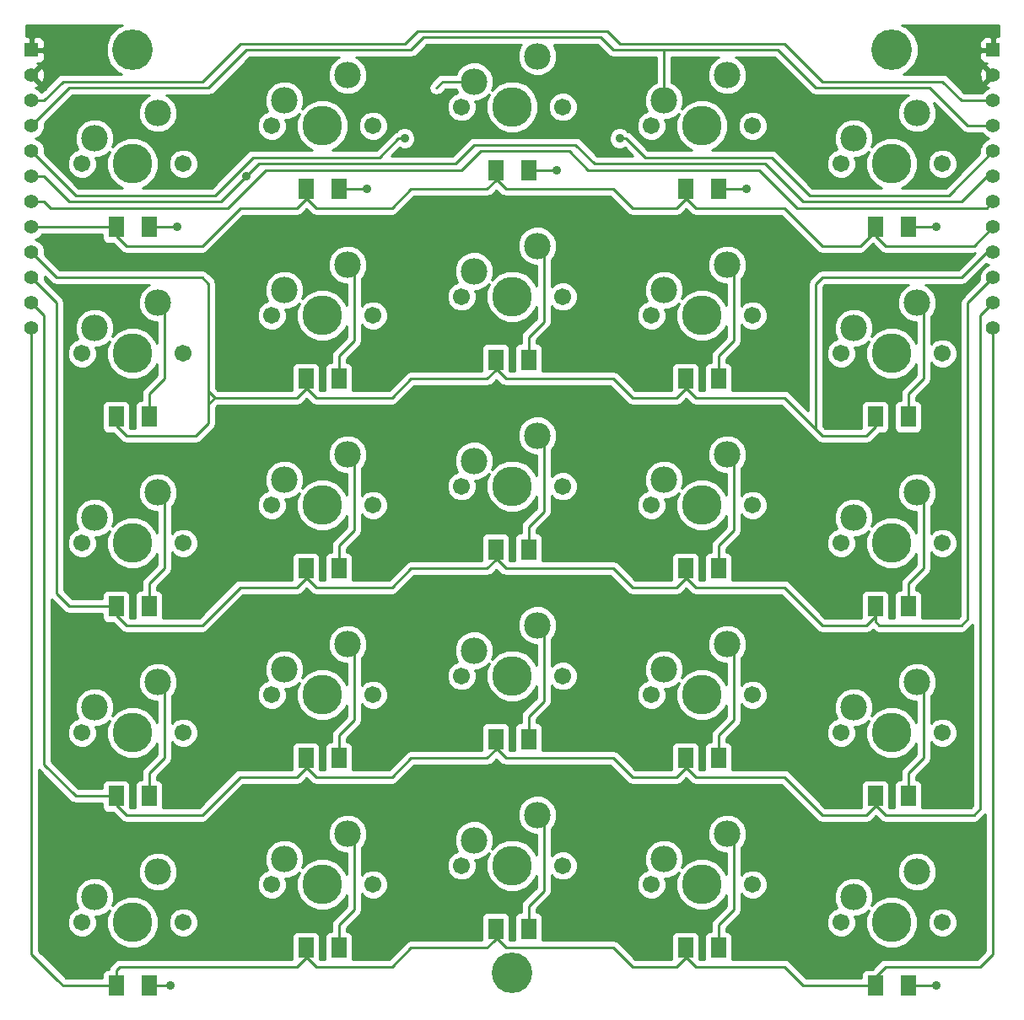
<source format=gbl>
G04 (created by PCBNEW (2013-jul-07)-stable) date Monday, February 03, 2014 'pmt' 10:27:19 pm*
%MOIN*%
G04 Gerber Fmt 3.4, Leading zero omitted, Abs format*
%FSLAX34Y34*%
G01*
G70*
G90*
G04 APERTURE LIST*
%ADD10C,0.00590551*%
%ADD11C,0.105*%
%ADD12C,0.067*%
%ADD13C,0.157*%
%ADD14R,0.06X0.08*%
%ADD15C,0.16*%
%ADD16R,0.055X0.055*%
%ADD17C,0.055*%
%ADD18C,0.035*%
%ADD19C,0.01*%
G04 APERTURE END LIST*
G54D10*
G54D11*
X23000Y-34750D03*
X20500Y-35750D03*
G54D12*
X24000Y-36750D03*
X20000Y-36750D03*
G54D13*
X22000Y-36750D03*
G54D11*
X15500Y-36250D03*
X13000Y-37250D03*
G54D12*
X16500Y-38250D03*
X12500Y-38250D03*
G54D13*
X14500Y-38250D03*
G54D11*
X45500Y-28750D03*
X43000Y-29750D03*
G54D12*
X46500Y-30750D03*
X42500Y-30750D03*
G54D13*
X44500Y-30750D03*
G54D11*
X30500Y-34000D03*
X28000Y-35000D03*
G54D12*
X31500Y-36000D03*
X27500Y-36000D03*
G54D13*
X29500Y-36000D03*
G54D11*
X38000Y-27250D03*
X35500Y-28250D03*
G54D12*
X39000Y-29250D03*
X35000Y-29250D03*
G54D13*
X37000Y-29250D03*
G54D11*
X30500Y-26500D03*
X28000Y-27500D03*
G54D12*
X31500Y-28500D03*
X27500Y-28500D03*
G54D13*
X29500Y-28500D03*
G54D11*
X38000Y-34750D03*
X35500Y-35750D03*
G54D12*
X39000Y-36750D03*
X35000Y-36750D03*
G54D13*
X37000Y-36750D03*
G54D11*
X23000Y-27250D03*
X20500Y-28250D03*
G54D12*
X24000Y-29250D03*
X20000Y-29250D03*
G54D13*
X22000Y-29250D03*
G54D11*
X15500Y-28750D03*
X13000Y-29750D03*
G54D12*
X16500Y-30750D03*
X12500Y-30750D03*
G54D13*
X14500Y-30750D03*
G54D11*
X45500Y-36250D03*
X43000Y-37250D03*
G54D12*
X46500Y-38250D03*
X42500Y-38250D03*
G54D13*
X44500Y-38250D03*
G54D11*
X45500Y-21250D03*
X43000Y-22250D03*
G54D12*
X46500Y-23250D03*
X42500Y-23250D03*
G54D13*
X44500Y-23250D03*
G54D11*
X38000Y-19750D03*
X35500Y-20750D03*
G54D12*
X39000Y-21750D03*
X35000Y-21750D03*
G54D13*
X37000Y-21750D03*
G54D11*
X15500Y-43750D03*
X13000Y-44750D03*
G54D12*
X16500Y-45750D03*
X12500Y-45750D03*
G54D13*
X14500Y-45750D03*
G54D11*
X30500Y-19000D03*
X28000Y-20000D03*
G54D12*
X31500Y-21000D03*
X27500Y-21000D03*
G54D13*
X29500Y-21000D03*
G54D11*
X23000Y-19750D03*
X20500Y-20750D03*
G54D12*
X24000Y-21750D03*
X20000Y-21750D03*
G54D13*
X22000Y-21750D03*
G54D11*
X23000Y-42250D03*
X20500Y-43250D03*
G54D12*
X24000Y-44250D03*
X20000Y-44250D03*
G54D13*
X22000Y-44250D03*
G54D11*
X15500Y-13750D03*
X13000Y-14750D03*
G54D12*
X16500Y-15750D03*
X12500Y-15750D03*
G54D13*
X14500Y-15750D03*
G54D11*
X15500Y-21250D03*
X13000Y-22250D03*
G54D12*
X16500Y-23250D03*
X12500Y-23250D03*
G54D13*
X14500Y-23250D03*
G54D11*
X45500Y-13750D03*
X43000Y-14750D03*
G54D12*
X46500Y-15750D03*
X42500Y-15750D03*
G54D13*
X44500Y-15750D03*
G54D11*
X38000Y-12250D03*
X35500Y-13250D03*
G54D12*
X39000Y-14250D03*
X35000Y-14250D03*
G54D13*
X37000Y-14250D03*
G54D11*
X30500Y-11500D03*
X28000Y-12500D03*
G54D12*
X31500Y-13500D03*
X27500Y-13500D03*
G54D13*
X29500Y-13500D03*
G54D11*
X23000Y-12250D03*
X20500Y-13250D03*
G54D12*
X24000Y-14250D03*
X20000Y-14250D03*
G54D13*
X22000Y-14250D03*
G54D11*
X30500Y-41500D03*
X28000Y-42500D03*
G54D12*
X31500Y-43500D03*
X27500Y-43500D03*
G54D13*
X29500Y-43500D03*
G54D11*
X38000Y-42250D03*
X35500Y-43250D03*
G54D12*
X39000Y-44250D03*
X35000Y-44250D03*
G54D13*
X37000Y-44250D03*
G54D11*
X45500Y-43750D03*
X43000Y-44750D03*
G54D12*
X46500Y-45750D03*
X42500Y-45750D03*
G54D13*
X44500Y-45750D03*
G54D14*
X37650Y-46750D03*
X36350Y-46750D03*
X22650Y-39250D03*
X21350Y-39250D03*
X30150Y-46000D03*
X28850Y-46000D03*
X30150Y-38500D03*
X28850Y-38500D03*
X22650Y-46750D03*
X21350Y-46750D03*
X37650Y-39250D03*
X36350Y-39250D03*
X45150Y-40750D03*
X43850Y-40750D03*
X15150Y-48250D03*
X13850Y-48250D03*
X15150Y-18250D03*
X13850Y-18250D03*
X22650Y-16750D03*
X21350Y-16750D03*
X30150Y-16000D03*
X28850Y-16000D03*
X37650Y-16750D03*
X36350Y-16750D03*
X45150Y-18250D03*
X43850Y-18250D03*
X15150Y-25750D03*
X13850Y-25750D03*
X22650Y-24250D03*
X21350Y-24250D03*
X30150Y-23500D03*
X28850Y-23500D03*
X37650Y-24250D03*
X36350Y-24250D03*
X45150Y-25750D03*
X43850Y-25750D03*
X15150Y-33250D03*
X13850Y-33250D03*
X22650Y-31750D03*
X21350Y-31750D03*
X30150Y-31000D03*
X28850Y-31000D03*
X37650Y-31750D03*
X36350Y-31750D03*
X45150Y-33250D03*
X43850Y-33250D03*
X15150Y-40750D03*
X13850Y-40750D03*
X45150Y-48250D03*
X43850Y-48250D03*
G54D15*
X44500Y-11250D03*
X14500Y-11250D03*
X29500Y-47750D03*
G54D16*
X48500Y-11250D03*
G54D17*
X48500Y-12250D03*
X48500Y-13250D03*
X48500Y-14250D03*
X48500Y-15250D03*
X48500Y-16250D03*
X48500Y-17250D03*
X48500Y-18250D03*
X48500Y-19250D03*
X48500Y-20250D03*
X48500Y-21250D03*
X48500Y-22250D03*
G54D16*
X10500Y-11250D03*
G54D17*
X10500Y-12250D03*
X10500Y-13250D03*
X10500Y-14250D03*
X10500Y-15250D03*
X10500Y-16250D03*
X10500Y-17250D03*
X10500Y-18250D03*
X10500Y-19250D03*
X10500Y-20250D03*
X10500Y-21250D03*
X10500Y-22250D03*
G54D18*
X19000Y-16250D03*
X40750Y-19500D03*
X18250Y-19500D03*
X40750Y-27000D03*
X40750Y-12750D03*
X18250Y-12750D03*
X18250Y-34500D03*
X18250Y-27000D03*
X18250Y-42000D03*
X40750Y-34500D03*
X40750Y-42000D03*
X38750Y-16750D03*
X31250Y-16000D03*
X46250Y-18250D03*
X23750Y-16750D03*
X16250Y-18250D03*
X33750Y-14750D03*
X25250Y-14750D03*
X16000Y-48250D03*
X46250Y-48250D03*
G54D19*
X11000Y-17250D02*
X11250Y-17500D01*
X11250Y-17500D02*
X18250Y-17500D01*
X18250Y-17500D02*
X19750Y-16000D01*
X19750Y-16000D02*
X27500Y-16000D01*
X27500Y-16000D02*
X28250Y-15250D01*
X28250Y-15250D02*
X31750Y-15250D01*
X31750Y-15250D02*
X32500Y-16000D01*
X32500Y-16000D02*
X39250Y-16000D01*
X39250Y-16000D02*
X40750Y-17500D01*
X10500Y-17250D02*
X11000Y-17250D01*
X46750Y-17500D02*
X48250Y-17500D01*
X40750Y-17500D02*
X46750Y-17500D01*
X48250Y-17500D02*
X48500Y-17250D01*
X19000Y-16250D02*
X18000Y-17250D01*
X18000Y-17250D02*
X17250Y-17250D01*
X19000Y-16250D02*
X19500Y-15750D01*
X19500Y-15750D02*
X27250Y-15750D01*
X27250Y-15750D02*
X28000Y-15000D01*
X28000Y-15000D02*
X32000Y-15000D01*
X32000Y-15000D02*
X32750Y-15750D01*
X32750Y-15750D02*
X39500Y-15750D01*
X17250Y-17250D02*
X17000Y-17250D01*
X10500Y-16250D02*
X11000Y-16250D01*
X11000Y-16250D02*
X12000Y-17250D01*
X12000Y-17250D02*
X17000Y-17250D01*
X48250Y-16250D02*
X48500Y-16250D01*
X39500Y-15750D02*
X41000Y-17250D01*
X41000Y-17250D02*
X47250Y-17250D01*
X47250Y-17250D02*
X48250Y-16250D01*
X26000Y-10750D02*
X33000Y-10750D01*
X35500Y-13250D02*
X35500Y-11250D01*
X40000Y-11250D02*
X35500Y-11250D01*
X35500Y-11250D02*
X34000Y-11250D01*
X33500Y-11250D02*
X33000Y-10750D01*
X34000Y-11250D02*
X33500Y-11250D01*
X26000Y-10750D02*
X25500Y-11250D01*
X25500Y-11250D02*
X19000Y-11250D01*
X19000Y-11250D02*
X17500Y-12750D01*
X41500Y-12750D02*
X40000Y-11250D01*
X12000Y-12750D02*
X10500Y-14250D01*
X17500Y-12750D02*
X12000Y-12750D01*
X46000Y-12750D02*
X41500Y-12750D01*
X48500Y-14250D02*
X47500Y-14250D01*
X47500Y-14250D02*
X46000Y-12750D01*
X10500Y-13250D02*
X11000Y-13250D01*
X11000Y-13250D02*
X11750Y-12500D01*
X11750Y-12500D02*
X17250Y-12500D01*
X25750Y-10500D02*
X33250Y-10500D01*
X47250Y-13250D02*
X48500Y-13250D01*
X46500Y-12500D02*
X47250Y-13250D01*
X41750Y-12500D02*
X46500Y-12500D01*
X40250Y-11000D02*
X41750Y-12500D01*
X33750Y-11000D02*
X40250Y-11000D01*
X33250Y-10500D02*
X33750Y-11000D01*
X25250Y-11000D02*
X25750Y-10500D01*
X18750Y-11000D02*
X25250Y-11000D01*
X17250Y-12500D02*
X18750Y-11000D01*
X22650Y-39250D02*
X22650Y-38350D01*
X23250Y-35000D02*
X23000Y-34750D01*
X23250Y-37750D02*
X23250Y-35000D01*
X22650Y-38350D02*
X23250Y-37750D01*
X15150Y-40750D02*
X15150Y-39850D01*
X15750Y-36500D02*
X15500Y-36250D01*
X15750Y-39250D02*
X15750Y-36500D01*
X15150Y-39850D02*
X15750Y-39250D01*
X45150Y-33250D02*
X45150Y-32350D01*
X45750Y-29000D02*
X45500Y-28750D01*
X45750Y-31750D02*
X45750Y-29000D01*
X45150Y-32350D02*
X45750Y-31750D01*
X37650Y-16750D02*
X38750Y-16750D01*
X30150Y-16000D02*
X31250Y-16000D01*
X45150Y-18250D02*
X46250Y-18250D01*
X22650Y-16750D02*
X23750Y-16750D01*
X16250Y-18250D02*
X15150Y-18250D01*
X37650Y-24250D02*
X37650Y-23350D01*
X38250Y-20000D02*
X38000Y-19750D01*
X38250Y-22750D02*
X38250Y-20000D01*
X37650Y-23350D02*
X38250Y-22750D01*
X30150Y-23500D02*
X30150Y-22600D01*
X30750Y-19250D02*
X30500Y-19000D01*
X30750Y-22000D02*
X30750Y-19250D01*
X30150Y-22600D02*
X30750Y-22000D01*
X33750Y-14750D02*
X34000Y-14750D01*
X34000Y-14750D02*
X34750Y-15500D01*
X41250Y-17000D02*
X46750Y-17000D01*
X34750Y-15500D02*
X39750Y-15500D01*
X39750Y-15500D02*
X41250Y-17000D01*
X46750Y-17000D02*
X48500Y-15250D01*
X48250Y-15250D02*
X48500Y-15250D01*
X16250Y-17000D02*
X17750Y-17000D01*
X17750Y-17000D02*
X19250Y-15500D01*
X19250Y-15500D02*
X24250Y-15500D01*
X12250Y-17000D02*
X10500Y-15250D01*
X12250Y-17000D02*
X16250Y-17000D01*
X25250Y-14750D02*
X25000Y-14750D01*
X25000Y-14750D02*
X24250Y-15500D01*
X28000Y-12500D02*
X26750Y-12500D01*
X26750Y-12500D02*
X26500Y-12750D01*
X22650Y-24250D02*
X22650Y-23350D01*
X23250Y-20000D02*
X23000Y-19750D01*
X23250Y-22750D02*
X23250Y-20000D01*
X22650Y-23350D02*
X23250Y-22750D01*
X15150Y-25750D02*
X15150Y-24850D01*
X15750Y-21500D02*
X15500Y-21250D01*
X15750Y-24250D02*
X15750Y-21500D01*
X15150Y-24850D02*
X15750Y-24250D01*
X37650Y-31750D02*
X37650Y-30850D01*
X38250Y-27500D02*
X38000Y-27250D01*
X38250Y-30250D02*
X38250Y-27500D01*
X37650Y-30850D02*
X38250Y-30250D01*
X30150Y-46000D02*
X30150Y-45100D01*
X30750Y-41750D02*
X30500Y-41500D01*
X30750Y-44500D02*
X30750Y-41750D01*
X30150Y-45100D02*
X30750Y-44500D01*
X22650Y-46750D02*
X22650Y-45850D01*
X23250Y-42500D02*
X23000Y-42250D01*
X23250Y-45250D02*
X23250Y-42500D01*
X22650Y-45850D02*
X23250Y-45250D01*
X15150Y-48250D02*
X16000Y-48250D01*
X45150Y-40750D02*
X45150Y-39850D01*
X45750Y-36500D02*
X45500Y-36250D01*
X45750Y-39250D02*
X45750Y-36500D01*
X45150Y-39850D02*
X45750Y-39250D01*
X45150Y-48250D02*
X46250Y-48250D01*
X37650Y-46750D02*
X37650Y-45850D01*
X38250Y-42500D02*
X38000Y-42250D01*
X38250Y-45250D02*
X38250Y-42500D01*
X37650Y-45850D02*
X38250Y-45250D01*
X30150Y-31000D02*
X30150Y-30100D01*
X30750Y-26750D02*
X30500Y-26500D01*
X30750Y-29500D02*
X30750Y-26750D01*
X30150Y-30100D02*
X30750Y-29500D01*
X22650Y-31750D02*
X22650Y-30850D01*
X23250Y-27500D02*
X23000Y-27250D01*
X23250Y-30250D02*
X23250Y-27500D01*
X22650Y-30850D02*
X23250Y-30250D01*
X15150Y-33250D02*
X15150Y-32350D01*
X15750Y-29000D02*
X15500Y-28750D01*
X15750Y-31750D02*
X15750Y-29000D01*
X15150Y-32350D02*
X15750Y-31750D01*
X45150Y-25750D02*
X45150Y-24850D01*
X45750Y-21500D02*
X45500Y-21250D01*
X45750Y-24250D02*
X45750Y-21500D01*
X45150Y-24850D02*
X45750Y-24250D01*
X37650Y-39250D02*
X37650Y-38350D01*
X38250Y-35000D02*
X38000Y-34750D01*
X38250Y-37750D02*
X38250Y-35000D01*
X37650Y-38350D02*
X38250Y-37750D01*
X30150Y-38500D02*
X30150Y-37600D01*
X30750Y-34250D02*
X30500Y-34000D01*
X30750Y-37000D02*
X30750Y-34250D01*
X30150Y-37600D02*
X30750Y-37000D01*
X47750Y-19000D02*
X48500Y-18250D01*
X44250Y-19000D02*
X47750Y-19000D01*
X13850Y-18250D02*
X10500Y-18250D01*
X10500Y-18250D02*
X10500Y-18200D01*
X13850Y-18250D02*
X13850Y-18600D01*
X21350Y-17150D02*
X21350Y-16750D01*
X21000Y-17500D02*
X21350Y-17150D01*
X18750Y-17500D02*
X21000Y-17500D01*
X17250Y-19000D02*
X18750Y-17500D01*
X14250Y-19000D02*
X17250Y-19000D01*
X13850Y-18600D02*
X14250Y-19000D01*
X21350Y-16750D02*
X21350Y-17100D01*
X28850Y-16400D02*
X28850Y-16000D01*
X28500Y-16750D02*
X28850Y-16400D01*
X25500Y-16750D02*
X28500Y-16750D01*
X24750Y-17500D02*
X25500Y-16750D01*
X21750Y-17500D02*
X24750Y-17500D01*
X21350Y-17100D02*
X21750Y-17500D01*
X36350Y-16750D02*
X36350Y-17150D01*
X36350Y-17150D02*
X36000Y-17500D01*
X36000Y-17500D02*
X34250Y-17500D01*
X34250Y-17500D02*
X33500Y-16750D01*
X33500Y-16750D02*
X29250Y-16750D01*
X29250Y-16750D02*
X28850Y-16350D01*
X28850Y-16350D02*
X28850Y-16000D01*
X43850Y-18250D02*
X43850Y-18400D01*
X36350Y-17100D02*
X36350Y-16750D01*
X36750Y-17500D02*
X36350Y-17100D01*
X40250Y-17500D02*
X36750Y-17500D01*
X41750Y-19000D02*
X40250Y-17500D01*
X43250Y-19000D02*
X41750Y-19000D01*
X43850Y-18400D02*
X43250Y-19000D01*
X43850Y-18250D02*
X43850Y-18600D01*
X43850Y-18600D02*
X44250Y-19000D01*
X48500Y-19250D02*
X48250Y-19250D01*
X41750Y-20250D02*
X41500Y-20500D01*
X47250Y-20250D02*
X41750Y-20250D01*
X48250Y-19250D02*
X47250Y-20250D01*
X41500Y-20500D02*
X41500Y-26250D01*
X41500Y-26250D02*
X40250Y-25000D01*
X40250Y-25000D02*
X36750Y-25000D01*
X41750Y-26500D02*
X41500Y-26250D01*
X43250Y-26500D02*
X43500Y-26500D01*
X43250Y-26500D02*
X41750Y-26500D01*
X10500Y-19250D02*
X11500Y-20250D01*
X11500Y-20250D02*
X17250Y-20250D01*
X17500Y-25250D02*
X17750Y-25000D01*
X20250Y-25000D02*
X17750Y-25000D01*
X20250Y-25000D02*
X21000Y-25000D01*
X21000Y-25000D02*
X21350Y-24650D01*
X21350Y-24650D02*
X21350Y-24250D01*
X17750Y-25000D02*
X17500Y-24750D01*
X21350Y-24250D02*
X21350Y-24600D01*
X28850Y-23900D02*
X28850Y-23500D01*
X28500Y-24250D02*
X28850Y-23900D01*
X25500Y-24250D02*
X28500Y-24250D01*
X24750Y-25000D02*
X25500Y-24250D01*
X21750Y-25000D02*
X24750Y-25000D01*
X21350Y-24600D02*
X21750Y-25000D01*
X28850Y-23500D02*
X28850Y-23850D01*
X28850Y-23850D02*
X29250Y-24250D01*
X29250Y-24250D02*
X33500Y-24250D01*
X33500Y-24250D02*
X34250Y-25000D01*
X34250Y-25000D02*
X36000Y-25000D01*
X36000Y-25000D02*
X36350Y-24650D01*
X36350Y-24650D02*
X36350Y-24250D01*
X17500Y-20500D02*
X17500Y-24750D01*
X17250Y-20250D02*
X17500Y-20500D01*
X17500Y-24750D02*
X17500Y-25250D01*
X17500Y-25250D02*
X17500Y-26000D01*
X17500Y-26000D02*
X17000Y-26500D01*
X13850Y-25750D02*
X13850Y-26100D01*
X14250Y-26500D02*
X17000Y-26500D01*
X13850Y-26100D02*
X14250Y-26500D01*
X43850Y-26150D02*
X43850Y-25750D01*
X43500Y-26500D02*
X43850Y-26150D01*
X36350Y-24600D02*
X36350Y-24250D01*
X36750Y-25000D02*
X36350Y-24600D01*
X48500Y-20250D02*
X47500Y-21250D01*
X47500Y-21250D02*
X47500Y-33750D01*
X47500Y-33750D02*
X47250Y-34000D01*
X47250Y-34000D02*
X47000Y-34000D01*
X44000Y-34000D02*
X43850Y-33850D01*
X47000Y-34000D02*
X44000Y-34000D01*
X10500Y-20250D02*
X11500Y-21250D01*
X11500Y-21250D02*
X11500Y-32750D01*
X36350Y-31750D02*
X36350Y-32100D01*
X43850Y-33650D02*
X43850Y-33250D01*
X43500Y-34000D02*
X43850Y-33650D01*
X41750Y-34000D02*
X43500Y-34000D01*
X40250Y-32500D02*
X41750Y-34000D01*
X36750Y-32500D02*
X40250Y-32500D01*
X36350Y-32100D02*
X36750Y-32500D01*
X28850Y-31000D02*
X28850Y-31350D01*
X36350Y-32150D02*
X36350Y-31750D01*
X36000Y-32500D02*
X36350Y-32150D01*
X34250Y-32500D02*
X36000Y-32500D01*
X33500Y-31750D02*
X34250Y-32500D01*
X29250Y-31750D02*
X33500Y-31750D01*
X28850Y-31350D02*
X29250Y-31750D01*
X21350Y-31750D02*
X21350Y-32100D01*
X28850Y-31400D02*
X28850Y-31000D01*
X28500Y-31750D02*
X28850Y-31400D01*
X25500Y-31750D02*
X28500Y-31750D01*
X24750Y-32500D02*
X25500Y-31750D01*
X21750Y-32500D02*
X24750Y-32500D01*
X21350Y-32100D02*
X21750Y-32500D01*
X13850Y-33250D02*
X13850Y-33600D01*
X21350Y-32150D02*
X21350Y-31750D01*
X21000Y-32500D02*
X21350Y-32150D01*
X18750Y-32500D02*
X21000Y-32500D01*
X17250Y-34000D02*
X18750Y-32500D01*
X14250Y-34000D02*
X17250Y-34000D01*
X13850Y-33600D02*
X14250Y-34000D01*
X12000Y-33250D02*
X13850Y-33250D01*
X11500Y-32750D02*
X12000Y-33250D01*
X43850Y-33850D02*
X43850Y-33250D01*
X48500Y-21250D02*
X48000Y-21750D01*
X47750Y-41500D02*
X47500Y-41500D01*
X48000Y-41250D02*
X47750Y-41500D01*
X48000Y-21750D02*
X48000Y-41250D01*
X11000Y-21750D02*
X10500Y-21250D01*
X11000Y-39500D02*
X11000Y-21750D01*
X13850Y-40750D02*
X12250Y-40750D01*
X12250Y-40750D02*
X11000Y-39500D01*
X43850Y-40750D02*
X43850Y-41100D01*
X43850Y-41100D02*
X44250Y-41500D01*
X44250Y-41500D02*
X47500Y-41500D01*
X36350Y-39250D02*
X36350Y-39600D01*
X43850Y-41150D02*
X43850Y-40750D01*
X43500Y-41500D02*
X43850Y-41150D01*
X41750Y-41500D02*
X43500Y-41500D01*
X40250Y-40000D02*
X41750Y-41500D01*
X36750Y-40000D02*
X40250Y-40000D01*
X36350Y-39600D02*
X36750Y-40000D01*
X28850Y-38500D02*
X28850Y-38850D01*
X36350Y-39650D02*
X36350Y-39250D01*
X36000Y-40000D02*
X36350Y-39650D01*
X34250Y-40000D02*
X36000Y-40000D01*
X33500Y-39250D02*
X34250Y-40000D01*
X29250Y-39250D02*
X33500Y-39250D01*
X28850Y-38850D02*
X29250Y-39250D01*
X21350Y-39250D02*
X21350Y-39600D01*
X28850Y-38900D02*
X28850Y-38500D01*
X28500Y-39250D02*
X28850Y-38900D01*
X25500Y-39250D02*
X28500Y-39250D01*
X24750Y-40000D02*
X25500Y-39250D01*
X21750Y-40000D02*
X24750Y-40000D01*
X21350Y-39600D02*
X21750Y-40000D01*
X13850Y-40750D02*
X13850Y-41100D01*
X21350Y-39650D02*
X21350Y-39250D01*
X21000Y-40000D02*
X21350Y-39650D01*
X18750Y-40000D02*
X21000Y-40000D01*
X17250Y-41500D02*
X18750Y-40000D01*
X14250Y-41500D02*
X17250Y-41500D01*
X13850Y-41100D02*
X14250Y-41500D01*
X48000Y-47500D02*
X48500Y-47000D01*
X44250Y-47500D02*
X48000Y-47500D01*
X48500Y-47000D02*
X48500Y-22250D01*
X10500Y-47000D02*
X10500Y-22250D01*
X11500Y-48000D02*
X10500Y-47000D01*
X43850Y-48250D02*
X43850Y-47900D01*
X43850Y-47900D02*
X44250Y-47500D01*
X43850Y-48250D02*
X41000Y-48250D01*
X13850Y-48250D02*
X13850Y-47650D01*
X14000Y-47500D02*
X18750Y-47500D01*
X13850Y-47650D02*
X14000Y-47500D01*
X18750Y-47500D02*
X21000Y-47500D01*
X13850Y-48250D02*
X11750Y-48250D01*
X11750Y-48250D02*
X11500Y-48000D01*
X40250Y-47500D02*
X39250Y-47500D01*
X41000Y-48250D02*
X40250Y-47500D01*
X36350Y-46750D02*
X36350Y-47100D01*
X36750Y-47500D02*
X39250Y-47500D01*
X36350Y-47100D02*
X36750Y-47500D01*
X36350Y-46750D02*
X36350Y-47150D01*
X36000Y-47500D02*
X34250Y-47500D01*
X36350Y-47150D02*
X36000Y-47500D01*
X28850Y-46000D02*
X28850Y-46350D01*
X29250Y-46750D02*
X33500Y-46750D01*
X33500Y-46750D02*
X34250Y-47500D01*
X28850Y-46350D02*
X29250Y-46750D01*
X28850Y-46000D02*
X28850Y-46400D01*
X28750Y-46500D02*
X28500Y-46750D01*
X28850Y-46400D02*
X28750Y-46500D01*
X21350Y-46750D02*
X21350Y-47100D01*
X24750Y-47500D02*
X21750Y-47500D01*
X25500Y-46750D02*
X24750Y-47500D01*
X28500Y-46750D02*
X25500Y-46750D01*
X21350Y-47100D02*
X21750Y-47500D01*
X21350Y-47150D02*
X21350Y-46750D01*
X21000Y-47500D02*
X21350Y-47150D01*
X36250Y-46850D02*
X36350Y-46750D01*
X36250Y-46850D02*
X36350Y-46750D01*
G54D10*
G36*
X14099Y-10279D02*
X13906Y-10359D01*
X13610Y-10654D01*
X13450Y-11040D01*
X13449Y-11457D01*
X13609Y-11844D01*
X13904Y-12139D01*
X14049Y-12200D01*
X11750Y-12200D01*
X11635Y-12222D01*
X11537Y-12287D01*
X11029Y-12795D01*
X11029Y-12325D01*
X11018Y-12117D01*
X10960Y-11977D01*
X10867Y-11952D01*
X10570Y-12250D01*
X10867Y-12547D01*
X10960Y-12522D01*
X11029Y-12325D01*
X11029Y-12795D01*
X10909Y-12916D01*
X10797Y-12805D01*
X10671Y-12752D01*
X10772Y-12710D01*
X10797Y-12617D01*
X10500Y-12320D01*
X10494Y-12326D01*
X10423Y-12255D01*
X10429Y-12250D01*
X10423Y-12244D01*
X10494Y-12173D01*
X10500Y-12179D01*
X10797Y-11882D01*
X10772Y-11789D01*
X10731Y-11775D01*
X10824Y-11774D01*
X10916Y-11736D01*
X10987Y-11666D01*
X11025Y-11574D01*
X11025Y-10925D01*
X10987Y-10833D01*
X10916Y-10763D01*
X10824Y-10725D01*
X10725Y-10724D01*
X10612Y-10725D01*
X10550Y-10787D01*
X10550Y-11200D01*
X10962Y-11200D01*
X11025Y-11137D01*
X11025Y-10925D01*
X11025Y-11574D01*
X11025Y-11362D01*
X10962Y-11300D01*
X10550Y-11300D01*
X10550Y-11307D01*
X10450Y-11307D01*
X10450Y-11300D01*
X10442Y-11300D01*
X10442Y-11200D01*
X10450Y-11200D01*
X10450Y-10787D01*
X10387Y-10725D01*
X10279Y-10724D01*
X10279Y-10279D01*
X14099Y-10279D01*
X14099Y-10279D01*
G37*
G54D19*
X14099Y-10279D02*
X13906Y-10359D01*
X13610Y-10654D01*
X13450Y-11040D01*
X13449Y-11457D01*
X13609Y-11844D01*
X13904Y-12139D01*
X14049Y-12200D01*
X11750Y-12200D01*
X11635Y-12222D01*
X11537Y-12287D01*
X11029Y-12795D01*
X11029Y-12325D01*
X11018Y-12117D01*
X10960Y-11977D01*
X10867Y-11952D01*
X10570Y-12250D01*
X10867Y-12547D01*
X10960Y-12522D01*
X11029Y-12325D01*
X11029Y-12795D01*
X10909Y-12916D01*
X10797Y-12805D01*
X10671Y-12752D01*
X10772Y-12710D01*
X10797Y-12617D01*
X10500Y-12320D01*
X10494Y-12326D01*
X10423Y-12255D01*
X10429Y-12250D01*
X10423Y-12244D01*
X10494Y-12173D01*
X10500Y-12179D01*
X10797Y-11882D01*
X10772Y-11789D01*
X10731Y-11775D01*
X10824Y-11774D01*
X10916Y-11736D01*
X10987Y-11666D01*
X11025Y-11574D01*
X11025Y-10925D01*
X10987Y-10833D01*
X10916Y-10763D01*
X10824Y-10725D01*
X10725Y-10724D01*
X10612Y-10725D01*
X10550Y-10787D01*
X10550Y-11200D01*
X10962Y-11200D01*
X11025Y-11137D01*
X11025Y-10925D01*
X11025Y-11574D01*
X11025Y-11362D01*
X10962Y-11300D01*
X10550Y-11300D01*
X10550Y-11307D01*
X10450Y-11307D01*
X10450Y-11300D01*
X10442Y-11300D01*
X10442Y-11200D01*
X10450Y-11200D01*
X10450Y-10787D01*
X10387Y-10725D01*
X10279Y-10724D01*
X10279Y-10279D01*
X14099Y-10279D01*
G54D10*
G36*
X36588Y-15200D02*
X34874Y-15200D01*
X34212Y-14537D01*
X34114Y-14472D01*
X34063Y-14462D01*
X33991Y-14389D01*
X33834Y-14325D01*
X33665Y-14324D01*
X33509Y-14389D01*
X33389Y-14508D01*
X33325Y-14665D01*
X33324Y-14834D01*
X33389Y-14990D01*
X33508Y-15110D01*
X33665Y-15174D01*
X33834Y-15175D01*
X33952Y-15126D01*
X34275Y-15450D01*
X32874Y-15450D01*
X32212Y-14787D01*
X32114Y-14722D01*
X32085Y-14716D01*
X32085Y-13384D01*
X31996Y-13169D01*
X31831Y-13004D01*
X31616Y-12915D01*
X31384Y-12914D01*
X31169Y-13003D01*
X31004Y-13168D01*
X30915Y-13383D01*
X30914Y-13615D01*
X31003Y-13830D01*
X31168Y-13995D01*
X31383Y-14084D01*
X31615Y-14085D01*
X31830Y-13996D01*
X31995Y-13831D01*
X32084Y-13616D01*
X32085Y-13384D01*
X32085Y-14716D01*
X32000Y-14700D01*
X30535Y-14700D01*
X30535Y-13295D01*
X30377Y-12914D01*
X30087Y-12623D01*
X29706Y-12465D01*
X29295Y-12464D01*
X28914Y-12622D01*
X28699Y-12836D01*
X28774Y-12654D01*
X28775Y-12346D01*
X28657Y-12061D01*
X28439Y-11843D01*
X28154Y-11725D01*
X27846Y-11724D01*
X27561Y-11842D01*
X27343Y-12060D01*
X27285Y-12200D01*
X26750Y-12200D01*
X26635Y-12222D01*
X26537Y-12287D01*
X26287Y-12537D01*
X26222Y-12635D01*
X26200Y-12750D01*
X26222Y-12864D01*
X26287Y-12962D01*
X26385Y-13027D01*
X26500Y-13049D01*
X26614Y-13027D01*
X26712Y-12962D01*
X26874Y-12800D01*
X27285Y-12800D01*
X27340Y-12932D01*
X27169Y-13003D01*
X27004Y-13168D01*
X26915Y-13383D01*
X26914Y-13615D01*
X27003Y-13830D01*
X27168Y-13995D01*
X27383Y-14084D01*
X27615Y-14085D01*
X27830Y-13996D01*
X27995Y-13831D01*
X28084Y-13616D01*
X28085Y-13384D01*
X28040Y-13275D01*
X28153Y-13275D01*
X28438Y-13157D01*
X28580Y-13015D01*
X28465Y-13293D01*
X28464Y-13704D01*
X28622Y-14085D01*
X28912Y-14376D01*
X29293Y-14534D01*
X29704Y-14535D01*
X30085Y-14377D01*
X30376Y-14087D01*
X30534Y-13706D01*
X30535Y-13295D01*
X30535Y-14700D01*
X28000Y-14700D01*
X27885Y-14722D01*
X27787Y-14787D01*
X27125Y-15450D01*
X24724Y-15450D01*
X25047Y-15126D01*
X25165Y-15174D01*
X25334Y-15175D01*
X25490Y-15110D01*
X25610Y-14991D01*
X25674Y-14834D01*
X25675Y-14665D01*
X25610Y-14509D01*
X25491Y-14389D01*
X25334Y-14325D01*
X25165Y-14324D01*
X25009Y-14389D01*
X24936Y-14462D01*
X24885Y-14472D01*
X24787Y-14537D01*
X24585Y-14740D01*
X24585Y-14134D01*
X24496Y-13919D01*
X24331Y-13754D01*
X24116Y-13665D01*
X23884Y-13664D01*
X23669Y-13753D01*
X23504Y-13918D01*
X23415Y-14133D01*
X23414Y-14365D01*
X23503Y-14580D01*
X23668Y-14745D01*
X23883Y-14834D01*
X24115Y-14835D01*
X24330Y-14746D01*
X24495Y-14581D01*
X24584Y-14366D01*
X24585Y-14134D01*
X24585Y-14740D01*
X24125Y-15200D01*
X22411Y-15200D01*
X22585Y-15127D01*
X22876Y-14837D01*
X23034Y-14456D01*
X23035Y-14045D01*
X22877Y-13664D01*
X22587Y-13373D01*
X22206Y-13215D01*
X21795Y-13214D01*
X21414Y-13372D01*
X21199Y-13586D01*
X21274Y-13404D01*
X21275Y-13096D01*
X21157Y-12811D01*
X20939Y-12593D01*
X20654Y-12475D01*
X20346Y-12474D01*
X20061Y-12592D01*
X19843Y-12810D01*
X19725Y-13095D01*
X19724Y-13403D01*
X19840Y-13682D01*
X19669Y-13753D01*
X19504Y-13918D01*
X19415Y-14133D01*
X19414Y-14365D01*
X19503Y-14580D01*
X19668Y-14745D01*
X19883Y-14834D01*
X20115Y-14835D01*
X20330Y-14746D01*
X20495Y-14581D01*
X20584Y-14366D01*
X20585Y-14134D01*
X20540Y-14025D01*
X20653Y-14025D01*
X20938Y-13907D01*
X21080Y-13765D01*
X20965Y-14043D01*
X20964Y-14454D01*
X21122Y-14835D01*
X21412Y-15126D01*
X21588Y-15200D01*
X19250Y-15200D01*
X19135Y-15222D01*
X19037Y-15287D01*
X17625Y-16700D01*
X17085Y-16700D01*
X17085Y-15634D01*
X16996Y-15419D01*
X16831Y-15254D01*
X16616Y-15165D01*
X16384Y-15164D01*
X16169Y-15253D01*
X16004Y-15418D01*
X15915Y-15633D01*
X15914Y-15865D01*
X16003Y-16080D01*
X16168Y-16245D01*
X16383Y-16334D01*
X16615Y-16335D01*
X16830Y-16246D01*
X16995Y-16081D01*
X17084Y-15866D01*
X17085Y-15634D01*
X17085Y-16700D01*
X16250Y-16700D01*
X14911Y-16700D01*
X15085Y-16627D01*
X15376Y-16337D01*
X15534Y-15956D01*
X15535Y-15545D01*
X15377Y-15164D01*
X15087Y-14873D01*
X14706Y-14715D01*
X14295Y-14714D01*
X13914Y-14872D01*
X13699Y-15086D01*
X13774Y-14904D01*
X13775Y-14596D01*
X13657Y-14311D01*
X13439Y-14093D01*
X13154Y-13975D01*
X12846Y-13974D01*
X12561Y-14092D01*
X12343Y-14310D01*
X12225Y-14595D01*
X12224Y-14903D01*
X12340Y-15182D01*
X12169Y-15253D01*
X12004Y-15418D01*
X11915Y-15633D01*
X11914Y-15865D01*
X12003Y-16080D01*
X12168Y-16245D01*
X12383Y-16334D01*
X12615Y-16335D01*
X12830Y-16246D01*
X12995Y-16081D01*
X13084Y-15866D01*
X13085Y-15634D01*
X13040Y-15525D01*
X13153Y-15525D01*
X13438Y-15407D01*
X13580Y-15265D01*
X13465Y-15543D01*
X13464Y-15954D01*
X13622Y-16335D01*
X13912Y-16626D01*
X14088Y-16700D01*
X12374Y-16700D01*
X11024Y-15350D01*
X11025Y-15146D01*
X10945Y-14953D01*
X10797Y-14805D01*
X10664Y-14749D01*
X10797Y-14695D01*
X10944Y-14547D01*
X11024Y-14354D01*
X11025Y-14149D01*
X12124Y-13050D01*
X15164Y-13050D01*
X15061Y-13092D01*
X14843Y-13310D01*
X14725Y-13595D01*
X14724Y-13903D01*
X14842Y-14188D01*
X15060Y-14406D01*
X15345Y-14524D01*
X15653Y-14525D01*
X15938Y-14407D01*
X16156Y-14189D01*
X16274Y-13904D01*
X16275Y-13596D01*
X16157Y-13311D01*
X15939Y-13093D01*
X15835Y-13050D01*
X17500Y-13050D01*
X17500Y-13049D01*
X17614Y-13027D01*
X17614Y-13027D01*
X17712Y-12962D01*
X19124Y-11550D01*
X22664Y-11550D01*
X22561Y-11592D01*
X22343Y-11810D01*
X22225Y-12095D01*
X22224Y-12403D01*
X22342Y-12688D01*
X22560Y-12906D01*
X22845Y-13024D01*
X23153Y-13025D01*
X23438Y-12907D01*
X23656Y-12689D01*
X23774Y-12404D01*
X23775Y-12096D01*
X23657Y-11811D01*
X23439Y-11593D01*
X23335Y-11550D01*
X25500Y-11550D01*
X25500Y-11549D01*
X25614Y-11527D01*
X25614Y-11527D01*
X25712Y-11462D01*
X26124Y-11050D01*
X29853Y-11050D01*
X29843Y-11060D01*
X29725Y-11345D01*
X29724Y-11653D01*
X29842Y-11938D01*
X30060Y-12156D01*
X30345Y-12274D01*
X30653Y-12275D01*
X30938Y-12157D01*
X31156Y-11939D01*
X31274Y-11654D01*
X31275Y-11346D01*
X31157Y-11061D01*
X31145Y-11050D01*
X32875Y-11050D01*
X33287Y-11462D01*
X33287Y-11462D01*
X33385Y-11527D01*
X33500Y-11550D01*
X34000Y-11550D01*
X35200Y-11550D01*
X35200Y-12535D01*
X35061Y-12592D01*
X34843Y-12810D01*
X34725Y-13095D01*
X34724Y-13403D01*
X34840Y-13682D01*
X34669Y-13753D01*
X34504Y-13918D01*
X34415Y-14133D01*
X34414Y-14365D01*
X34503Y-14580D01*
X34668Y-14745D01*
X34883Y-14834D01*
X35115Y-14835D01*
X35330Y-14746D01*
X35495Y-14581D01*
X35584Y-14366D01*
X35585Y-14134D01*
X35540Y-14025D01*
X35653Y-14025D01*
X35938Y-13907D01*
X36080Y-13765D01*
X35965Y-14043D01*
X35964Y-14454D01*
X36122Y-14835D01*
X36412Y-15126D01*
X36588Y-15200D01*
X36588Y-15200D01*
G37*
G54D19*
X36588Y-15200D02*
X34874Y-15200D01*
X34212Y-14537D01*
X34114Y-14472D01*
X34063Y-14462D01*
X33991Y-14389D01*
X33834Y-14325D01*
X33665Y-14324D01*
X33509Y-14389D01*
X33389Y-14508D01*
X33325Y-14665D01*
X33324Y-14834D01*
X33389Y-14990D01*
X33508Y-15110D01*
X33665Y-15174D01*
X33834Y-15175D01*
X33952Y-15126D01*
X34275Y-15450D01*
X32874Y-15450D01*
X32212Y-14787D01*
X32114Y-14722D01*
X32085Y-14716D01*
X32085Y-13384D01*
X31996Y-13169D01*
X31831Y-13004D01*
X31616Y-12915D01*
X31384Y-12914D01*
X31169Y-13003D01*
X31004Y-13168D01*
X30915Y-13383D01*
X30914Y-13615D01*
X31003Y-13830D01*
X31168Y-13995D01*
X31383Y-14084D01*
X31615Y-14085D01*
X31830Y-13996D01*
X31995Y-13831D01*
X32084Y-13616D01*
X32085Y-13384D01*
X32085Y-14716D01*
X32000Y-14700D01*
X30535Y-14700D01*
X30535Y-13295D01*
X30377Y-12914D01*
X30087Y-12623D01*
X29706Y-12465D01*
X29295Y-12464D01*
X28914Y-12622D01*
X28699Y-12836D01*
X28774Y-12654D01*
X28775Y-12346D01*
X28657Y-12061D01*
X28439Y-11843D01*
X28154Y-11725D01*
X27846Y-11724D01*
X27561Y-11842D01*
X27343Y-12060D01*
X27285Y-12200D01*
X26750Y-12200D01*
X26635Y-12222D01*
X26537Y-12287D01*
X26287Y-12537D01*
X26222Y-12635D01*
X26200Y-12750D01*
X26222Y-12864D01*
X26287Y-12962D01*
X26385Y-13027D01*
X26500Y-13049D01*
X26614Y-13027D01*
X26712Y-12962D01*
X26874Y-12800D01*
X27285Y-12800D01*
X27340Y-12932D01*
X27169Y-13003D01*
X27004Y-13168D01*
X26915Y-13383D01*
X26914Y-13615D01*
X27003Y-13830D01*
X27168Y-13995D01*
X27383Y-14084D01*
X27615Y-14085D01*
X27830Y-13996D01*
X27995Y-13831D01*
X28084Y-13616D01*
X28085Y-13384D01*
X28040Y-13275D01*
X28153Y-13275D01*
X28438Y-13157D01*
X28580Y-13015D01*
X28465Y-13293D01*
X28464Y-13704D01*
X28622Y-14085D01*
X28912Y-14376D01*
X29293Y-14534D01*
X29704Y-14535D01*
X30085Y-14377D01*
X30376Y-14087D01*
X30534Y-13706D01*
X30535Y-13295D01*
X30535Y-14700D01*
X28000Y-14700D01*
X27885Y-14722D01*
X27787Y-14787D01*
X27125Y-15450D01*
X24724Y-15450D01*
X25047Y-15126D01*
X25165Y-15174D01*
X25334Y-15175D01*
X25490Y-15110D01*
X25610Y-14991D01*
X25674Y-14834D01*
X25675Y-14665D01*
X25610Y-14509D01*
X25491Y-14389D01*
X25334Y-14325D01*
X25165Y-14324D01*
X25009Y-14389D01*
X24936Y-14462D01*
X24885Y-14472D01*
X24787Y-14537D01*
X24585Y-14740D01*
X24585Y-14134D01*
X24496Y-13919D01*
X24331Y-13754D01*
X24116Y-13665D01*
X23884Y-13664D01*
X23669Y-13753D01*
X23504Y-13918D01*
X23415Y-14133D01*
X23414Y-14365D01*
X23503Y-14580D01*
X23668Y-14745D01*
X23883Y-14834D01*
X24115Y-14835D01*
X24330Y-14746D01*
X24495Y-14581D01*
X24584Y-14366D01*
X24585Y-14134D01*
X24585Y-14740D01*
X24125Y-15200D01*
X22411Y-15200D01*
X22585Y-15127D01*
X22876Y-14837D01*
X23034Y-14456D01*
X23035Y-14045D01*
X22877Y-13664D01*
X22587Y-13373D01*
X22206Y-13215D01*
X21795Y-13214D01*
X21414Y-13372D01*
X21199Y-13586D01*
X21274Y-13404D01*
X21275Y-13096D01*
X21157Y-12811D01*
X20939Y-12593D01*
X20654Y-12475D01*
X20346Y-12474D01*
X20061Y-12592D01*
X19843Y-12810D01*
X19725Y-13095D01*
X19724Y-13403D01*
X19840Y-13682D01*
X19669Y-13753D01*
X19504Y-13918D01*
X19415Y-14133D01*
X19414Y-14365D01*
X19503Y-14580D01*
X19668Y-14745D01*
X19883Y-14834D01*
X20115Y-14835D01*
X20330Y-14746D01*
X20495Y-14581D01*
X20584Y-14366D01*
X20585Y-14134D01*
X20540Y-14025D01*
X20653Y-14025D01*
X20938Y-13907D01*
X21080Y-13765D01*
X20965Y-14043D01*
X20964Y-14454D01*
X21122Y-14835D01*
X21412Y-15126D01*
X21588Y-15200D01*
X19250Y-15200D01*
X19135Y-15222D01*
X19037Y-15287D01*
X17625Y-16700D01*
X17085Y-16700D01*
X17085Y-15634D01*
X16996Y-15419D01*
X16831Y-15254D01*
X16616Y-15165D01*
X16384Y-15164D01*
X16169Y-15253D01*
X16004Y-15418D01*
X15915Y-15633D01*
X15914Y-15865D01*
X16003Y-16080D01*
X16168Y-16245D01*
X16383Y-16334D01*
X16615Y-16335D01*
X16830Y-16246D01*
X16995Y-16081D01*
X17084Y-15866D01*
X17085Y-15634D01*
X17085Y-16700D01*
X16250Y-16700D01*
X14911Y-16700D01*
X15085Y-16627D01*
X15376Y-16337D01*
X15534Y-15956D01*
X15535Y-15545D01*
X15377Y-15164D01*
X15087Y-14873D01*
X14706Y-14715D01*
X14295Y-14714D01*
X13914Y-14872D01*
X13699Y-15086D01*
X13774Y-14904D01*
X13775Y-14596D01*
X13657Y-14311D01*
X13439Y-14093D01*
X13154Y-13975D01*
X12846Y-13974D01*
X12561Y-14092D01*
X12343Y-14310D01*
X12225Y-14595D01*
X12224Y-14903D01*
X12340Y-15182D01*
X12169Y-15253D01*
X12004Y-15418D01*
X11915Y-15633D01*
X11914Y-15865D01*
X12003Y-16080D01*
X12168Y-16245D01*
X12383Y-16334D01*
X12615Y-16335D01*
X12830Y-16246D01*
X12995Y-16081D01*
X13084Y-15866D01*
X13085Y-15634D01*
X13040Y-15525D01*
X13153Y-15525D01*
X13438Y-15407D01*
X13580Y-15265D01*
X13465Y-15543D01*
X13464Y-15954D01*
X13622Y-16335D01*
X13912Y-16626D01*
X14088Y-16700D01*
X12374Y-16700D01*
X11024Y-15350D01*
X11025Y-15146D01*
X10945Y-14953D01*
X10797Y-14805D01*
X10664Y-14749D01*
X10797Y-14695D01*
X10944Y-14547D01*
X11024Y-14354D01*
X11025Y-14149D01*
X12124Y-13050D01*
X15164Y-13050D01*
X15061Y-13092D01*
X14843Y-13310D01*
X14725Y-13595D01*
X14724Y-13903D01*
X14842Y-14188D01*
X15060Y-14406D01*
X15345Y-14524D01*
X15653Y-14525D01*
X15938Y-14407D01*
X16156Y-14189D01*
X16274Y-13904D01*
X16275Y-13596D01*
X16157Y-13311D01*
X15939Y-13093D01*
X15835Y-13050D01*
X17500Y-13050D01*
X17500Y-13049D01*
X17614Y-13027D01*
X17614Y-13027D01*
X17712Y-12962D01*
X19124Y-11550D01*
X22664Y-11550D01*
X22561Y-11592D01*
X22343Y-11810D01*
X22225Y-12095D01*
X22224Y-12403D01*
X22342Y-12688D01*
X22560Y-12906D01*
X22845Y-13024D01*
X23153Y-13025D01*
X23438Y-12907D01*
X23656Y-12689D01*
X23774Y-12404D01*
X23775Y-12096D01*
X23657Y-11811D01*
X23439Y-11593D01*
X23335Y-11550D01*
X25500Y-11550D01*
X25500Y-11549D01*
X25614Y-11527D01*
X25614Y-11527D01*
X25712Y-11462D01*
X26124Y-11050D01*
X29853Y-11050D01*
X29843Y-11060D01*
X29725Y-11345D01*
X29724Y-11653D01*
X29842Y-11938D01*
X30060Y-12156D01*
X30345Y-12274D01*
X30653Y-12275D01*
X30938Y-12157D01*
X31156Y-11939D01*
X31274Y-11654D01*
X31275Y-11346D01*
X31157Y-11061D01*
X31145Y-11050D01*
X32875Y-11050D01*
X33287Y-11462D01*
X33287Y-11462D01*
X33385Y-11527D01*
X33500Y-11550D01*
X34000Y-11550D01*
X35200Y-11550D01*
X35200Y-12535D01*
X35061Y-12592D01*
X34843Y-12810D01*
X34725Y-13095D01*
X34724Y-13403D01*
X34840Y-13682D01*
X34669Y-13753D01*
X34504Y-13918D01*
X34415Y-14133D01*
X34414Y-14365D01*
X34503Y-14580D01*
X34668Y-14745D01*
X34883Y-14834D01*
X35115Y-14835D01*
X35330Y-14746D01*
X35495Y-14581D01*
X35584Y-14366D01*
X35585Y-14134D01*
X35540Y-14025D01*
X35653Y-14025D01*
X35938Y-13907D01*
X36080Y-13765D01*
X35965Y-14043D01*
X35964Y-14454D01*
X36122Y-14835D01*
X36412Y-15126D01*
X36588Y-15200D01*
G54D10*
G36*
X47700Y-41125D02*
X47625Y-41200D01*
X47500Y-41200D01*
X45699Y-41200D01*
X45699Y-41199D01*
X45700Y-41100D01*
X45700Y-40300D01*
X45662Y-40208D01*
X45591Y-40138D01*
X45499Y-40100D01*
X45450Y-40100D01*
X45450Y-39974D01*
X45962Y-39462D01*
X45962Y-39462D01*
X46027Y-39364D01*
X46049Y-39250D01*
X46050Y-39250D01*
X46050Y-38627D01*
X46168Y-38745D01*
X46383Y-38834D01*
X46615Y-38835D01*
X46830Y-38746D01*
X46995Y-38581D01*
X47084Y-38366D01*
X47085Y-38134D01*
X46996Y-37919D01*
X46831Y-37754D01*
X46616Y-37665D01*
X46384Y-37664D01*
X46169Y-37753D01*
X46050Y-37872D01*
X46050Y-36796D01*
X46156Y-36689D01*
X46274Y-36404D01*
X46275Y-36096D01*
X46157Y-35811D01*
X45939Y-35593D01*
X45654Y-35475D01*
X45346Y-35474D01*
X45061Y-35592D01*
X44843Y-35810D01*
X44725Y-36095D01*
X44724Y-36403D01*
X44842Y-36688D01*
X45060Y-36906D01*
X45345Y-37024D01*
X45450Y-37024D01*
X45450Y-37838D01*
X45377Y-37664D01*
X45087Y-37373D01*
X44706Y-37215D01*
X44295Y-37214D01*
X43914Y-37372D01*
X43699Y-37586D01*
X43774Y-37404D01*
X43775Y-37096D01*
X43657Y-36811D01*
X43439Y-36593D01*
X43154Y-36475D01*
X42846Y-36474D01*
X42561Y-36592D01*
X42343Y-36810D01*
X42225Y-37095D01*
X42224Y-37403D01*
X42340Y-37682D01*
X42169Y-37753D01*
X42004Y-37918D01*
X41915Y-38133D01*
X41914Y-38365D01*
X42003Y-38580D01*
X42168Y-38745D01*
X42383Y-38834D01*
X42615Y-38835D01*
X42830Y-38746D01*
X42995Y-38581D01*
X43084Y-38366D01*
X43085Y-38134D01*
X43040Y-38025D01*
X43153Y-38025D01*
X43438Y-37907D01*
X43580Y-37765D01*
X43465Y-38043D01*
X43464Y-38454D01*
X43622Y-38835D01*
X43912Y-39126D01*
X44293Y-39284D01*
X44704Y-39285D01*
X45085Y-39127D01*
X45376Y-38837D01*
X45450Y-38661D01*
X45450Y-39125D01*
X44937Y-39637D01*
X44872Y-39735D01*
X44850Y-39850D01*
X44850Y-40099D01*
X44800Y-40099D01*
X44708Y-40137D01*
X44638Y-40208D01*
X44600Y-40300D01*
X44599Y-40399D01*
X44599Y-41199D01*
X44600Y-41200D01*
X44399Y-41200D01*
X44399Y-41199D01*
X44400Y-41100D01*
X44400Y-40300D01*
X44362Y-40208D01*
X44291Y-40138D01*
X44199Y-40100D01*
X44100Y-40099D01*
X43500Y-40099D01*
X43408Y-40137D01*
X43338Y-40208D01*
X43300Y-40300D01*
X43299Y-40399D01*
X43299Y-41199D01*
X43300Y-41200D01*
X41874Y-41200D01*
X40462Y-39787D01*
X40364Y-39722D01*
X40250Y-39700D01*
X38199Y-39700D01*
X38199Y-39699D01*
X38200Y-39600D01*
X38200Y-38800D01*
X38162Y-38708D01*
X38091Y-38638D01*
X37999Y-38600D01*
X37950Y-38600D01*
X37950Y-38474D01*
X38462Y-37962D01*
X38462Y-37962D01*
X38527Y-37864D01*
X38549Y-37750D01*
X38550Y-37750D01*
X38550Y-37127D01*
X38668Y-37245D01*
X38883Y-37334D01*
X39115Y-37335D01*
X39330Y-37246D01*
X39495Y-37081D01*
X39584Y-36866D01*
X39585Y-36634D01*
X39496Y-36419D01*
X39331Y-36254D01*
X39116Y-36165D01*
X38884Y-36164D01*
X38669Y-36253D01*
X38550Y-36372D01*
X38550Y-35296D01*
X38656Y-35189D01*
X38774Y-34904D01*
X38775Y-34596D01*
X38657Y-34311D01*
X38439Y-34093D01*
X38154Y-33975D01*
X37846Y-33974D01*
X37561Y-34092D01*
X37343Y-34310D01*
X37225Y-34595D01*
X37224Y-34903D01*
X37342Y-35188D01*
X37560Y-35406D01*
X37845Y-35524D01*
X37950Y-35524D01*
X37950Y-36338D01*
X37877Y-36164D01*
X37587Y-35873D01*
X37206Y-35715D01*
X36795Y-35714D01*
X36414Y-35872D01*
X36199Y-36086D01*
X36274Y-35904D01*
X36275Y-35596D01*
X36157Y-35311D01*
X35939Y-35093D01*
X35654Y-34975D01*
X35346Y-34974D01*
X35061Y-35092D01*
X34843Y-35310D01*
X34725Y-35595D01*
X34724Y-35903D01*
X34840Y-36182D01*
X34669Y-36253D01*
X34504Y-36418D01*
X34415Y-36633D01*
X34414Y-36865D01*
X34503Y-37080D01*
X34668Y-37245D01*
X34883Y-37334D01*
X35115Y-37335D01*
X35330Y-37246D01*
X35495Y-37081D01*
X35584Y-36866D01*
X35585Y-36634D01*
X35540Y-36525D01*
X35653Y-36525D01*
X35938Y-36407D01*
X36080Y-36265D01*
X35965Y-36543D01*
X35964Y-36954D01*
X36122Y-37335D01*
X36412Y-37626D01*
X36793Y-37784D01*
X37204Y-37785D01*
X37585Y-37627D01*
X37876Y-37337D01*
X37950Y-37161D01*
X37950Y-37625D01*
X37437Y-38137D01*
X37372Y-38235D01*
X37350Y-38350D01*
X37350Y-38599D01*
X37300Y-38599D01*
X37208Y-38637D01*
X37138Y-38708D01*
X37100Y-38800D01*
X37099Y-38899D01*
X37099Y-39699D01*
X37100Y-39700D01*
X36899Y-39700D01*
X36899Y-39699D01*
X36900Y-39600D01*
X36900Y-38800D01*
X36862Y-38708D01*
X36791Y-38638D01*
X36699Y-38600D01*
X36600Y-38599D01*
X36000Y-38599D01*
X35908Y-38637D01*
X35838Y-38708D01*
X35800Y-38800D01*
X35799Y-38899D01*
X35799Y-39699D01*
X35800Y-39700D01*
X34374Y-39700D01*
X33712Y-39037D01*
X33614Y-38972D01*
X33500Y-38950D01*
X30699Y-38950D01*
X30699Y-38949D01*
X30700Y-38850D01*
X30700Y-38050D01*
X30662Y-37958D01*
X30591Y-37888D01*
X30499Y-37850D01*
X30450Y-37850D01*
X30450Y-37724D01*
X30962Y-37212D01*
X30962Y-37212D01*
X31027Y-37114D01*
X31049Y-37000D01*
X31050Y-37000D01*
X31050Y-36377D01*
X31168Y-36495D01*
X31383Y-36584D01*
X31615Y-36585D01*
X31830Y-36496D01*
X31995Y-36331D01*
X32084Y-36116D01*
X32085Y-35884D01*
X31996Y-35669D01*
X31831Y-35504D01*
X31616Y-35415D01*
X31384Y-35414D01*
X31169Y-35503D01*
X31050Y-35622D01*
X31050Y-34546D01*
X31156Y-34439D01*
X31274Y-34154D01*
X31275Y-33846D01*
X31157Y-33561D01*
X30939Y-33343D01*
X30654Y-33225D01*
X30346Y-33224D01*
X30061Y-33342D01*
X29843Y-33560D01*
X29725Y-33845D01*
X29724Y-34153D01*
X29842Y-34438D01*
X30060Y-34656D01*
X30345Y-34774D01*
X30450Y-34774D01*
X30450Y-35588D01*
X30377Y-35414D01*
X30087Y-35123D01*
X29706Y-34965D01*
X29295Y-34964D01*
X28914Y-35122D01*
X28699Y-35336D01*
X28774Y-35154D01*
X28775Y-34846D01*
X28657Y-34561D01*
X28439Y-34343D01*
X28154Y-34225D01*
X27846Y-34224D01*
X27561Y-34342D01*
X27343Y-34560D01*
X27225Y-34845D01*
X27224Y-35153D01*
X27340Y-35432D01*
X27169Y-35503D01*
X27004Y-35668D01*
X26915Y-35883D01*
X26914Y-36115D01*
X27003Y-36330D01*
X27168Y-36495D01*
X27383Y-36584D01*
X27615Y-36585D01*
X27830Y-36496D01*
X27995Y-36331D01*
X28084Y-36116D01*
X28085Y-35884D01*
X28040Y-35775D01*
X28153Y-35775D01*
X28438Y-35657D01*
X28580Y-35515D01*
X28465Y-35793D01*
X28464Y-36204D01*
X28622Y-36585D01*
X28912Y-36876D01*
X29293Y-37034D01*
X29704Y-37035D01*
X30085Y-36877D01*
X30376Y-36587D01*
X30450Y-36411D01*
X30450Y-36875D01*
X29937Y-37387D01*
X29872Y-37485D01*
X29850Y-37600D01*
X29850Y-37849D01*
X29800Y-37849D01*
X29708Y-37887D01*
X29638Y-37958D01*
X29600Y-38050D01*
X29599Y-38149D01*
X29599Y-38949D01*
X29600Y-38950D01*
X29399Y-38950D01*
X29399Y-38949D01*
X29400Y-38850D01*
X29400Y-38050D01*
X29362Y-37958D01*
X29291Y-37888D01*
X29199Y-37850D01*
X29100Y-37849D01*
X28500Y-37849D01*
X28408Y-37887D01*
X28338Y-37958D01*
X28300Y-38050D01*
X28299Y-38149D01*
X28299Y-38949D01*
X28300Y-38950D01*
X25500Y-38950D01*
X25385Y-38972D01*
X25287Y-39037D01*
X24625Y-39700D01*
X23199Y-39700D01*
X23199Y-39699D01*
X23200Y-39600D01*
X23200Y-38800D01*
X23162Y-38708D01*
X23091Y-38638D01*
X22999Y-38600D01*
X22950Y-38600D01*
X22950Y-38474D01*
X23462Y-37962D01*
X23462Y-37962D01*
X23527Y-37864D01*
X23549Y-37750D01*
X23550Y-37750D01*
X23550Y-37127D01*
X23668Y-37245D01*
X23883Y-37334D01*
X24115Y-37335D01*
X24330Y-37246D01*
X24495Y-37081D01*
X24584Y-36866D01*
X24585Y-36634D01*
X24496Y-36419D01*
X24331Y-36254D01*
X24116Y-36165D01*
X23884Y-36164D01*
X23669Y-36253D01*
X23550Y-36372D01*
X23550Y-35296D01*
X23656Y-35189D01*
X23774Y-34904D01*
X23775Y-34596D01*
X23657Y-34311D01*
X23439Y-34093D01*
X23154Y-33975D01*
X22846Y-33974D01*
X22561Y-34092D01*
X22343Y-34310D01*
X22225Y-34595D01*
X22224Y-34903D01*
X22342Y-35188D01*
X22560Y-35406D01*
X22845Y-35524D01*
X22950Y-35524D01*
X22950Y-36338D01*
X22877Y-36164D01*
X22587Y-35873D01*
X22206Y-35715D01*
X21795Y-35714D01*
X21414Y-35872D01*
X21199Y-36086D01*
X21274Y-35904D01*
X21275Y-35596D01*
X21157Y-35311D01*
X20939Y-35093D01*
X20654Y-34975D01*
X20346Y-34974D01*
X20061Y-35092D01*
X19843Y-35310D01*
X19725Y-35595D01*
X19724Y-35903D01*
X19840Y-36182D01*
X19669Y-36253D01*
X19504Y-36418D01*
X19415Y-36633D01*
X19414Y-36865D01*
X19503Y-37080D01*
X19668Y-37245D01*
X19883Y-37334D01*
X20115Y-37335D01*
X20330Y-37246D01*
X20495Y-37081D01*
X20584Y-36866D01*
X20585Y-36634D01*
X20540Y-36525D01*
X20653Y-36525D01*
X20938Y-36407D01*
X21080Y-36265D01*
X20965Y-36543D01*
X20964Y-36954D01*
X21122Y-37335D01*
X21412Y-37626D01*
X21793Y-37784D01*
X22204Y-37785D01*
X22585Y-37627D01*
X22876Y-37337D01*
X22950Y-37161D01*
X22950Y-37625D01*
X22437Y-38137D01*
X22372Y-38235D01*
X22350Y-38350D01*
X22350Y-38599D01*
X22300Y-38599D01*
X22208Y-38637D01*
X22138Y-38708D01*
X22100Y-38800D01*
X22099Y-38899D01*
X22099Y-39699D01*
X22100Y-39700D01*
X21899Y-39700D01*
X21899Y-39699D01*
X21900Y-39600D01*
X21900Y-38800D01*
X21862Y-38708D01*
X21791Y-38638D01*
X21699Y-38600D01*
X21600Y-38599D01*
X21000Y-38599D01*
X20908Y-38637D01*
X20838Y-38708D01*
X20800Y-38800D01*
X20799Y-38899D01*
X20799Y-39699D01*
X20800Y-39700D01*
X18750Y-39700D01*
X18635Y-39722D01*
X18537Y-39787D01*
X17125Y-41200D01*
X15699Y-41200D01*
X15699Y-41199D01*
X15700Y-41100D01*
X15700Y-40300D01*
X15662Y-40208D01*
X15591Y-40138D01*
X15499Y-40100D01*
X15450Y-40100D01*
X15450Y-39974D01*
X15962Y-39462D01*
X15962Y-39462D01*
X16027Y-39364D01*
X16049Y-39250D01*
X16050Y-39250D01*
X16050Y-38627D01*
X16168Y-38745D01*
X16383Y-38834D01*
X16615Y-38835D01*
X16830Y-38746D01*
X16995Y-38581D01*
X17084Y-38366D01*
X17085Y-38134D01*
X16996Y-37919D01*
X16831Y-37754D01*
X16616Y-37665D01*
X16384Y-37664D01*
X16169Y-37753D01*
X16050Y-37872D01*
X16050Y-36796D01*
X16156Y-36689D01*
X16274Y-36404D01*
X16275Y-36096D01*
X16157Y-35811D01*
X15939Y-35593D01*
X15654Y-35475D01*
X15346Y-35474D01*
X15061Y-35592D01*
X14843Y-35810D01*
X14725Y-36095D01*
X14724Y-36403D01*
X14842Y-36688D01*
X15060Y-36906D01*
X15345Y-37024D01*
X15450Y-37024D01*
X15450Y-37838D01*
X15377Y-37664D01*
X15087Y-37373D01*
X14706Y-37215D01*
X14295Y-37214D01*
X13914Y-37372D01*
X13699Y-37586D01*
X13774Y-37404D01*
X13775Y-37096D01*
X13657Y-36811D01*
X13439Y-36593D01*
X13154Y-36475D01*
X12846Y-36474D01*
X12561Y-36592D01*
X12343Y-36810D01*
X12225Y-37095D01*
X12224Y-37403D01*
X12340Y-37682D01*
X12169Y-37753D01*
X12004Y-37918D01*
X11915Y-38133D01*
X11914Y-38365D01*
X12003Y-38580D01*
X12168Y-38745D01*
X12383Y-38834D01*
X12615Y-38835D01*
X12830Y-38746D01*
X12995Y-38581D01*
X13084Y-38366D01*
X13085Y-38134D01*
X13040Y-38025D01*
X13153Y-38025D01*
X13438Y-37907D01*
X13580Y-37765D01*
X13465Y-38043D01*
X13464Y-38454D01*
X13622Y-38835D01*
X13912Y-39126D01*
X14293Y-39284D01*
X14704Y-39285D01*
X15085Y-39127D01*
X15376Y-38837D01*
X15450Y-38661D01*
X15450Y-39125D01*
X14937Y-39637D01*
X14872Y-39735D01*
X14850Y-39850D01*
X14850Y-40099D01*
X14800Y-40099D01*
X14708Y-40137D01*
X14638Y-40208D01*
X14600Y-40300D01*
X14599Y-40399D01*
X14599Y-41199D01*
X14600Y-41200D01*
X14399Y-41200D01*
X14399Y-41199D01*
X14400Y-41100D01*
X14400Y-40300D01*
X14362Y-40208D01*
X14291Y-40138D01*
X14199Y-40100D01*
X14100Y-40099D01*
X13500Y-40099D01*
X13408Y-40137D01*
X13338Y-40208D01*
X13300Y-40300D01*
X13299Y-40399D01*
X13299Y-40450D01*
X12374Y-40450D01*
X11300Y-39375D01*
X11300Y-32974D01*
X11787Y-33462D01*
X11787Y-33462D01*
X11885Y-33527D01*
X12000Y-33550D01*
X13299Y-33550D01*
X13299Y-33699D01*
X13337Y-33791D01*
X13408Y-33861D01*
X13500Y-33899D01*
X13599Y-33900D01*
X13725Y-33900D01*
X14037Y-34212D01*
X14037Y-34212D01*
X14135Y-34277D01*
X14249Y-34299D01*
X14250Y-34300D01*
X17250Y-34300D01*
X17250Y-34299D01*
X17364Y-34277D01*
X17364Y-34277D01*
X17462Y-34212D01*
X18874Y-32800D01*
X21000Y-32800D01*
X21000Y-32799D01*
X21114Y-32777D01*
X21114Y-32777D01*
X21212Y-32712D01*
X21374Y-32549D01*
X21537Y-32712D01*
X21537Y-32712D01*
X21635Y-32777D01*
X21749Y-32799D01*
X21750Y-32800D01*
X24750Y-32800D01*
X24750Y-32799D01*
X24864Y-32777D01*
X24864Y-32777D01*
X24962Y-32712D01*
X25624Y-32050D01*
X28500Y-32050D01*
X28500Y-32049D01*
X28614Y-32027D01*
X28614Y-32027D01*
X28712Y-31962D01*
X28874Y-31799D01*
X29037Y-31962D01*
X29037Y-31962D01*
X29135Y-32027D01*
X29249Y-32049D01*
X29250Y-32050D01*
X33375Y-32050D01*
X34037Y-32712D01*
X34037Y-32712D01*
X34135Y-32777D01*
X34249Y-32799D01*
X34250Y-32800D01*
X36000Y-32800D01*
X36000Y-32799D01*
X36114Y-32777D01*
X36114Y-32777D01*
X36212Y-32712D01*
X36374Y-32549D01*
X36537Y-32712D01*
X36537Y-32712D01*
X36635Y-32777D01*
X36749Y-32799D01*
X36750Y-32800D01*
X40125Y-32800D01*
X41537Y-34212D01*
X41537Y-34212D01*
X41635Y-34277D01*
X41750Y-34300D01*
X43500Y-34300D01*
X43500Y-34299D01*
X43614Y-34277D01*
X43614Y-34277D01*
X43712Y-34212D01*
X43749Y-34174D01*
X43787Y-34212D01*
X43787Y-34212D01*
X43885Y-34277D01*
X44000Y-34300D01*
X47000Y-34300D01*
X47250Y-34300D01*
X47250Y-34299D01*
X47364Y-34277D01*
X47364Y-34277D01*
X47462Y-34212D01*
X47700Y-33974D01*
X47700Y-41125D01*
X47700Y-41125D01*
G37*
G54D19*
X47700Y-41125D02*
X47625Y-41200D01*
X47500Y-41200D01*
X45699Y-41200D01*
X45699Y-41199D01*
X45700Y-41100D01*
X45700Y-40300D01*
X45662Y-40208D01*
X45591Y-40138D01*
X45499Y-40100D01*
X45450Y-40100D01*
X45450Y-39974D01*
X45962Y-39462D01*
X45962Y-39462D01*
X46027Y-39364D01*
X46049Y-39250D01*
X46050Y-39250D01*
X46050Y-38627D01*
X46168Y-38745D01*
X46383Y-38834D01*
X46615Y-38835D01*
X46830Y-38746D01*
X46995Y-38581D01*
X47084Y-38366D01*
X47085Y-38134D01*
X46996Y-37919D01*
X46831Y-37754D01*
X46616Y-37665D01*
X46384Y-37664D01*
X46169Y-37753D01*
X46050Y-37872D01*
X46050Y-36796D01*
X46156Y-36689D01*
X46274Y-36404D01*
X46275Y-36096D01*
X46157Y-35811D01*
X45939Y-35593D01*
X45654Y-35475D01*
X45346Y-35474D01*
X45061Y-35592D01*
X44843Y-35810D01*
X44725Y-36095D01*
X44724Y-36403D01*
X44842Y-36688D01*
X45060Y-36906D01*
X45345Y-37024D01*
X45450Y-37024D01*
X45450Y-37838D01*
X45377Y-37664D01*
X45087Y-37373D01*
X44706Y-37215D01*
X44295Y-37214D01*
X43914Y-37372D01*
X43699Y-37586D01*
X43774Y-37404D01*
X43775Y-37096D01*
X43657Y-36811D01*
X43439Y-36593D01*
X43154Y-36475D01*
X42846Y-36474D01*
X42561Y-36592D01*
X42343Y-36810D01*
X42225Y-37095D01*
X42224Y-37403D01*
X42340Y-37682D01*
X42169Y-37753D01*
X42004Y-37918D01*
X41915Y-38133D01*
X41914Y-38365D01*
X42003Y-38580D01*
X42168Y-38745D01*
X42383Y-38834D01*
X42615Y-38835D01*
X42830Y-38746D01*
X42995Y-38581D01*
X43084Y-38366D01*
X43085Y-38134D01*
X43040Y-38025D01*
X43153Y-38025D01*
X43438Y-37907D01*
X43580Y-37765D01*
X43465Y-38043D01*
X43464Y-38454D01*
X43622Y-38835D01*
X43912Y-39126D01*
X44293Y-39284D01*
X44704Y-39285D01*
X45085Y-39127D01*
X45376Y-38837D01*
X45450Y-38661D01*
X45450Y-39125D01*
X44937Y-39637D01*
X44872Y-39735D01*
X44850Y-39850D01*
X44850Y-40099D01*
X44800Y-40099D01*
X44708Y-40137D01*
X44638Y-40208D01*
X44600Y-40300D01*
X44599Y-40399D01*
X44599Y-41199D01*
X44600Y-41200D01*
X44399Y-41200D01*
X44399Y-41199D01*
X44400Y-41100D01*
X44400Y-40300D01*
X44362Y-40208D01*
X44291Y-40138D01*
X44199Y-40100D01*
X44100Y-40099D01*
X43500Y-40099D01*
X43408Y-40137D01*
X43338Y-40208D01*
X43300Y-40300D01*
X43299Y-40399D01*
X43299Y-41199D01*
X43300Y-41200D01*
X41874Y-41200D01*
X40462Y-39787D01*
X40364Y-39722D01*
X40250Y-39700D01*
X38199Y-39700D01*
X38199Y-39699D01*
X38200Y-39600D01*
X38200Y-38800D01*
X38162Y-38708D01*
X38091Y-38638D01*
X37999Y-38600D01*
X37950Y-38600D01*
X37950Y-38474D01*
X38462Y-37962D01*
X38462Y-37962D01*
X38527Y-37864D01*
X38549Y-37750D01*
X38550Y-37750D01*
X38550Y-37127D01*
X38668Y-37245D01*
X38883Y-37334D01*
X39115Y-37335D01*
X39330Y-37246D01*
X39495Y-37081D01*
X39584Y-36866D01*
X39585Y-36634D01*
X39496Y-36419D01*
X39331Y-36254D01*
X39116Y-36165D01*
X38884Y-36164D01*
X38669Y-36253D01*
X38550Y-36372D01*
X38550Y-35296D01*
X38656Y-35189D01*
X38774Y-34904D01*
X38775Y-34596D01*
X38657Y-34311D01*
X38439Y-34093D01*
X38154Y-33975D01*
X37846Y-33974D01*
X37561Y-34092D01*
X37343Y-34310D01*
X37225Y-34595D01*
X37224Y-34903D01*
X37342Y-35188D01*
X37560Y-35406D01*
X37845Y-35524D01*
X37950Y-35524D01*
X37950Y-36338D01*
X37877Y-36164D01*
X37587Y-35873D01*
X37206Y-35715D01*
X36795Y-35714D01*
X36414Y-35872D01*
X36199Y-36086D01*
X36274Y-35904D01*
X36275Y-35596D01*
X36157Y-35311D01*
X35939Y-35093D01*
X35654Y-34975D01*
X35346Y-34974D01*
X35061Y-35092D01*
X34843Y-35310D01*
X34725Y-35595D01*
X34724Y-35903D01*
X34840Y-36182D01*
X34669Y-36253D01*
X34504Y-36418D01*
X34415Y-36633D01*
X34414Y-36865D01*
X34503Y-37080D01*
X34668Y-37245D01*
X34883Y-37334D01*
X35115Y-37335D01*
X35330Y-37246D01*
X35495Y-37081D01*
X35584Y-36866D01*
X35585Y-36634D01*
X35540Y-36525D01*
X35653Y-36525D01*
X35938Y-36407D01*
X36080Y-36265D01*
X35965Y-36543D01*
X35964Y-36954D01*
X36122Y-37335D01*
X36412Y-37626D01*
X36793Y-37784D01*
X37204Y-37785D01*
X37585Y-37627D01*
X37876Y-37337D01*
X37950Y-37161D01*
X37950Y-37625D01*
X37437Y-38137D01*
X37372Y-38235D01*
X37350Y-38350D01*
X37350Y-38599D01*
X37300Y-38599D01*
X37208Y-38637D01*
X37138Y-38708D01*
X37100Y-38800D01*
X37099Y-38899D01*
X37099Y-39699D01*
X37100Y-39700D01*
X36899Y-39700D01*
X36899Y-39699D01*
X36900Y-39600D01*
X36900Y-38800D01*
X36862Y-38708D01*
X36791Y-38638D01*
X36699Y-38600D01*
X36600Y-38599D01*
X36000Y-38599D01*
X35908Y-38637D01*
X35838Y-38708D01*
X35800Y-38800D01*
X35799Y-38899D01*
X35799Y-39699D01*
X35800Y-39700D01*
X34374Y-39700D01*
X33712Y-39037D01*
X33614Y-38972D01*
X33500Y-38950D01*
X30699Y-38950D01*
X30699Y-38949D01*
X30700Y-38850D01*
X30700Y-38050D01*
X30662Y-37958D01*
X30591Y-37888D01*
X30499Y-37850D01*
X30450Y-37850D01*
X30450Y-37724D01*
X30962Y-37212D01*
X30962Y-37212D01*
X31027Y-37114D01*
X31049Y-37000D01*
X31050Y-37000D01*
X31050Y-36377D01*
X31168Y-36495D01*
X31383Y-36584D01*
X31615Y-36585D01*
X31830Y-36496D01*
X31995Y-36331D01*
X32084Y-36116D01*
X32085Y-35884D01*
X31996Y-35669D01*
X31831Y-35504D01*
X31616Y-35415D01*
X31384Y-35414D01*
X31169Y-35503D01*
X31050Y-35622D01*
X31050Y-34546D01*
X31156Y-34439D01*
X31274Y-34154D01*
X31275Y-33846D01*
X31157Y-33561D01*
X30939Y-33343D01*
X30654Y-33225D01*
X30346Y-33224D01*
X30061Y-33342D01*
X29843Y-33560D01*
X29725Y-33845D01*
X29724Y-34153D01*
X29842Y-34438D01*
X30060Y-34656D01*
X30345Y-34774D01*
X30450Y-34774D01*
X30450Y-35588D01*
X30377Y-35414D01*
X30087Y-35123D01*
X29706Y-34965D01*
X29295Y-34964D01*
X28914Y-35122D01*
X28699Y-35336D01*
X28774Y-35154D01*
X28775Y-34846D01*
X28657Y-34561D01*
X28439Y-34343D01*
X28154Y-34225D01*
X27846Y-34224D01*
X27561Y-34342D01*
X27343Y-34560D01*
X27225Y-34845D01*
X27224Y-35153D01*
X27340Y-35432D01*
X27169Y-35503D01*
X27004Y-35668D01*
X26915Y-35883D01*
X26914Y-36115D01*
X27003Y-36330D01*
X27168Y-36495D01*
X27383Y-36584D01*
X27615Y-36585D01*
X27830Y-36496D01*
X27995Y-36331D01*
X28084Y-36116D01*
X28085Y-35884D01*
X28040Y-35775D01*
X28153Y-35775D01*
X28438Y-35657D01*
X28580Y-35515D01*
X28465Y-35793D01*
X28464Y-36204D01*
X28622Y-36585D01*
X28912Y-36876D01*
X29293Y-37034D01*
X29704Y-37035D01*
X30085Y-36877D01*
X30376Y-36587D01*
X30450Y-36411D01*
X30450Y-36875D01*
X29937Y-37387D01*
X29872Y-37485D01*
X29850Y-37600D01*
X29850Y-37849D01*
X29800Y-37849D01*
X29708Y-37887D01*
X29638Y-37958D01*
X29600Y-38050D01*
X29599Y-38149D01*
X29599Y-38949D01*
X29600Y-38950D01*
X29399Y-38950D01*
X29399Y-38949D01*
X29400Y-38850D01*
X29400Y-38050D01*
X29362Y-37958D01*
X29291Y-37888D01*
X29199Y-37850D01*
X29100Y-37849D01*
X28500Y-37849D01*
X28408Y-37887D01*
X28338Y-37958D01*
X28300Y-38050D01*
X28299Y-38149D01*
X28299Y-38949D01*
X28300Y-38950D01*
X25500Y-38950D01*
X25385Y-38972D01*
X25287Y-39037D01*
X24625Y-39700D01*
X23199Y-39700D01*
X23199Y-39699D01*
X23200Y-39600D01*
X23200Y-38800D01*
X23162Y-38708D01*
X23091Y-38638D01*
X22999Y-38600D01*
X22950Y-38600D01*
X22950Y-38474D01*
X23462Y-37962D01*
X23462Y-37962D01*
X23527Y-37864D01*
X23549Y-37750D01*
X23550Y-37750D01*
X23550Y-37127D01*
X23668Y-37245D01*
X23883Y-37334D01*
X24115Y-37335D01*
X24330Y-37246D01*
X24495Y-37081D01*
X24584Y-36866D01*
X24585Y-36634D01*
X24496Y-36419D01*
X24331Y-36254D01*
X24116Y-36165D01*
X23884Y-36164D01*
X23669Y-36253D01*
X23550Y-36372D01*
X23550Y-35296D01*
X23656Y-35189D01*
X23774Y-34904D01*
X23775Y-34596D01*
X23657Y-34311D01*
X23439Y-34093D01*
X23154Y-33975D01*
X22846Y-33974D01*
X22561Y-34092D01*
X22343Y-34310D01*
X22225Y-34595D01*
X22224Y-34903D01*
X22342Y-35188D01*
X22560Y-35406D01*
X22845Y-35524D01*
X22950Y-35524D01*
X22950Y-36338D01*
X22877Y-36164D01*
X22587Y-35873D01*
X22206Y-35715D01*
X21795Y-35714D01*
X21414Y-35872D01*
X21199Y-36086D01*
X21274Y-35904D01*
X21275Y-35596D01*
X21157Y-35311D01*
X20939Y-35093D01*
X20654Y-34975D01*
X20346Y-34974D01*
X20061Y-35092D01*
X19843Y-35310D01*
X19725Y-35595D01*
X19724Y-35903D01*
X19840Y-36182D01*
X19669Y-36253D01*
X19504Y-36418D01*
X19415Y-36633D01*
X19414Y-36865D01*
X19503Y-37080D01*
X19668Y-37245D01*
X19883Y-37334D01*
X20115Y-37335D01*
X20330Y-37246D01*
X20495Y-37081D01*
X20584Y-36866D01*
X20585Y-36634D01*
X20540Y-36525D01*
X20653Y-36525D01*
X20938Y-36407D01*
X21080Y-36265D01*
X20965Y-36543D01*
X20964Y-36954D01*
X21122Y-37335D01*
X21412Y-37626D01*
X21793Y-37784D01*
X22204Y-37785D01*
X22585Y-37627D01*
X22876Y-37337D01*
X22950Y-37161D01*
X22950Y-37625D01*
X22437Y-38137D01*
X22372Y-38235D01*
X22350Y-38350D01*
X22350Y-38599D01*
X22300Y-38599D01*
X22208Y-38637D01*
X22138Y-38708D01*
X22100Y-38800D01*
X22099Y-38899D01*
X22099Y-39699D01*
X22100Y-39700D01*
X21899Y-39700D01*
X21899Y-39699D01*
X21900Y-39600D01*
X21900Y-38800D01*
X21862Y-38708D01*
X21791Y-38638D01*
X21699Y-38600D01*
X21600Y-38599D01*
X21000Y-38599D01*
X20908Y-38637D01*
X20838Y-38708D01*
X20800Y-38800D01*
X20799Y-38899D01*
X20799Y-39699D01*
X20800Y-39700D01*
X18750Y-39700D01*
X18635Y-39722D01*
X18537Y-39787D01*
X17125Y-41200D01*
X15699Y-41200D01*
X15699Y-41199D01*
X15700Y-41100D01*
X15700Y-40300D01*
X15662Y-40208D01*
X15591Y-40138D01*
X15499Y-40100D01*
X15450Y-40100D01*
X15450Y-39974D01*
X15962Y-39462D01*
X15962Y-39462D01*
X16027Y-39364D01*
X16049Y-39250D01*
X16050Y-39250D01*
X16050Y-38627D01*
X16168Y-38745D01*
X16383Y-38834D01*
X16615Y-38835D01*
X16830Y-38746D01*
X16995Y-38581D01*
X17084Y-38366D01*
X17085Y-38134D01*
X16996Y-37919D01*
X16831Y-37754D01*
X16616Y-37665D01*
X16384Y-37664D01*
X16169Y-37753D01*
X16050Y-37872D01*
X16050Y-36796D01*
X16156Y-36689D01*
X16274Y-36404D01*
X16275Y-36096D01*
X16157Y-35811D01*
X15939Y-35593D01*
X15654Y-35475D01*
X15346Y-35474D01*
X15061Y-35592D01*
X14843Y-35810D01*
X14725Y-36095D01*
X14724Y-36403D01*
X14842Y-36688D01*
X15060Y-36906D01*
X15345Y-37024D01*
X15450Y-37024D01*
X15450Y-37838D01*
X15377Y-37664D01*
X15087Y-37373D01*
X14706Y-37215D01*
X14295Y-37214D01*
X13914Y-37372D01*
X13699Y-37586D01*
X13774Y-37404D01*
X13775Y-37096D01*
X13657Y-36811D01*
X13439Y-36593D01*
X13154Y-36475D01*
X12846Y-36474D01*
X12561Y-36592D01*
X12343Y-36810D01*
X12225Y-37095D01*
X12224Y-37403D01*
X12340Y-37682D01*
X12169Y-37753D01*
X12004Y-37918D01*
X11915Y-38133D01*
X11914Y-38365D01*
X12003Y-38580D01*
X12168Y-38745D01*
X12383Y-38834D01*
X12615Y-38835D01*
X12830Y-38746D01*
X12995Y-38581D01*
X13084Y-38366D01*
X13085Y-38134D01*
X13040Y-38025D01*
X13153Y-38025D01*
X13438Y-37907D01*
X13580Y-37765D01*
X13465Y-38043D01*
X13464Y-38454D01*
X13622Y-38835D01*
X13912Y-39126D01*
X14293Y-39284D01*
X14704Y-39285D01*
X15085Y-39127D01*
X15376Y-38837D01*
X15450Y-38661D01*
X15450Y-39125D01*
X14937Y-39637D01*
X14872Y-39735D01*
X14850Y-39850D01*
X14850Y-40099D01*
X14800Y-40099D01*
X14708Y-40137D01*
X14638Y-40208D01*
X14600Y-40300D01*
X14599Y-40399D01*
X14599Y-41199D01*
X14600Y-41200D01*
X14399Y-41200D01*
X14399Y-41199D01*
X14400Y-41100D01*
X14400Y-40300D01*
X14362Y-40208D01*
X14291Y-40138D01*
X14199Y-40100D01*
X14100Y-40099D01*
X13500Y-40099D01*
X13408Y-40137D01*
X13338Y-40208D01*
X13300Y-40300D01*
X13299Y-40399D01*
X13299Y-40450D01*
X12374Y-40450D01*
X11300Y-39375D01*
X11300Y-32974D01*
X11787Y-33462D01*
X11787Y-33462D01*
X11885Y-33527D01*
X12000Y-33550D01*
X13299Y-33550D01*
X13299Y-33699D01*
X13337Y-33791D01*
X13408Y-33861D01*
X13500Y-33899D01*
X13599Y-33900D01*
X13725Y-33900D01*
X14037Y-34212D01*
X14037Y-34212D01*
X14135Y-34277D01*
X14249Y-34299D01*
X14250Y-34300D01*
X17250Y-34300D01*
X17250Y-34299D01*
X17364Y-34277D01*
X17364Y-34277D01*
X17462Y-34212D01*
X18874Y-32800D01*
X21000Y-32800D01*
X21000Y-32799D01*
X21114Y-32777D01*
X21114Y-32777D01*
X21212Y-32712D01*
X21374Y-32549D01*
X21537Y-32712D01*
X21537Y-32712D01*
X21635Y-32777D01*
X21749Y-32799D01*
X21750Y-32800D01*
X24750Y-32800D01*
X24750Y-32799D01*
X24864Y-32777D01*
X24864Y-32777D01*
X24962Y-32712D01*
X25624Y-32050D01*
X28500Y-32050D01*
X28500Y-32049D01*
X28614Y-32027D01*
X28614Y-32027D01*
X28712Y-31962D01*
X28874Y-31799D01*
X29037Y-31962D01*
X29037Y-31962D01*
X29135Y-32027D01*
X29249Y-32049D01*
X29250Y-32050D01*
X33375Y-32050D01*
X34037Y-32712D01*
X34037Y-32712D01*
X34135Y-32777D01*
X34249Y-32799D01*
X34250Y-32800D01*
X36000Y-32800D01*
X36000Y-32799D01*
X36114Y-32777D01*
X36114Y-32777D01*
X36212Y-32712D01*
X36374Y-32549D01*
X36537Y-32712D01*
X36537Y-32712D01*
X36635Y-32777D01*
X36749Y-32799D01*
X36750Y-32800D01*
X40125Y-32800D01*
X41537Y-34212D01*
X41537Y-34212D01*
X41635Y-34277D01*
X41750Y-34300D01*
X43500Y-34300D01*
X43500Y-34299D01*
X43614Y-34277D01*
X43614Y-34277D01*
X43712Y-34212D01*
X43749Y-34174D01*
X43787Y-34212D01*
X43787Y-34212D01*
X43885Y-34277D01*
X44000Y-34300D01*
X47000Y-34300D01*
X47250Y-34300D01*
X47250Y-34299D01*
X47364Y-34277D01*
X47364Y-34277D01*
X47462Y-34212D01*
X47700Y-33974D01*
X47700Y-41125D01*
G54D10*
G36*
X47782Y-19293D02*
X47125Y-19950D01*
X41750Y-19950D01*
X41635Y-19972D01*
X41537Y-20037D01*
X41287Y-20287D01*
X41222Y-20385D01*
X41200Y-20500D01*
X41200Y-25525D01*
X40462Y-24787D01*
X40364Y-24722D01*
X40250Y-24700D01*
X38199Y-24700D01*
X38199Y-24699D01*
X38200Y-24600D01*
X38200Y-23800D01*
X38162Y-23708D01*
X38091Y-23638D01*
X37999Y-23600D01*
X37950Y-23600D01*
X37950Y-23474D01*
X38462Y-22962D01*
X38462Y-22962D01*
X38527Y-22864D01*
X38549Y-22750D01*
X38550Y-22750D01*
X38550Y-22127D01*
X38668Y-22245D01*
X38883Y-22334D01*
X39115Y-22335D01*
X39330Y-22246D01*
X39495Y-22081D01*
X39584Y-21866D01*
X39585Y-21634D01*
X39496Y-21419D01*
X39331Y-21254D01*
X39116Y-21165D01*
X38884Y-21164D01*
X38669Y-21253D01*
X38550Y-21372D01*
X38550Y-20296D01*
X38656Y-20189D01*
X38774Y-19904D01*
X38775Y-19596D01*
X38657Y-19311D01*
X38439Y-19093D01*
X38154Y-18975D01*
X37846Y-18974D01*
X37561Y-19092D01*
X37343Y-19310D01*
X37225Y-19595D01*
X37224Y-19903D01*
X37342Y-20188D01*
X37560Y-20406D01*
X37845Y-20524D01*
X37950Y-20524D01*
X37950Y-21338D01*
X37877Y-21164D01*
X37587Y-20873D01*
X37206Y-20715D01*
X36795Y-20714D01*
X36414Y-20872D01*
X36199Y-21086D01*
X36274Y-20904D01*
X36275Y-20596D01*
X36157Y-20311D01*
X35939Y-20093D01*
X35654Y-19975D01*
X35346Y-19974D01*
X35061Y-20092D01*
X34843Y-20310D01*
X34725Y-20595D01*
X34724Y-20903D01*
X34840Y-21182D01*
X34669Y-21253D01*
X34504Y-21418D01*
X34415Y-21633D01*
X34414Y-21865D01*
X34503Y-22080D01*
X34668Y-22245D01*
X34883Y-22334D01*
X35115Y-22335D01*
X35330Y-22246D01*
X35495Y-22081D01*
X35584Y-21866D01*
X35585Y-21634D01*
X35540Y-21525D01*
X35653Y-21525D01*
X35938Y-21407D01*
X36080Y-21265D01*
X35965Y-21543D01*
X35964Y-21954D01*
X36122Y-22335D01*
X36412Y-22626D01*
X36793Y-22784D01*
X37204Y-22785D01*
X37585Y-22627D01*
X37876Y-22337D01*
X37950Y-22161D01*
X37950Y-22625D01*
X37437Y-23137D01*
X37372Y-23235D01*
X37350Y-23350D01*
X37350Y-23599D01*
X37300Y-23599D01*
X37208Y-23637D01*
X37138Y-23708D01*
X37100Y-23800D01*
X37099Y-23899D01*
X37099Y-24699D01*
X37100Y-24700D01*
X36899Y-24700D01*
X36899Y-24699D01*
X36900Y-24600D01*
X36900Y-23800D01*
X36862Y-23708D01*
X36791Y-23638D01*
X36699Y-23600D01*
X36600Y-23599D01*
X36000Y-23599D01*
X35908Y-23637D01*
X35838Y-23708D01*
X35800Y-23800D01*
X35799Y-23899D01*
X35799Y-24699D01*
X35800Y-24700D01*
X34374Y-24700D01*
X33712Y-24037D01*
X33614Y-23972D01*
X33500Y-23950D01*
X30699Y-23950D01*
X30699Y-23949D01*
X30700Y-23850D01*
X30700Y-23050D01*
X30662Y-22958D01*
X30591Y-22888D01*
X30499Y-22850D01*
X30450Y-22850D01*
X30450Y-22724D01*
X30962Y-22212D01*
X30962Y-22212D01*
X31027Y-22114D01*
X31049Y-22000D01*
X31050Y-22000D01*
X31050Y-21377D01*
X31168Y-21495D01*
X31383Y-21584D01*
X31615Y-21585D01*
X31830Y-21496D01*
X31995Y-21331D01*
X32084Y-21116D01*
X32085Y-20884D01*
X31996Y-20669D01*
X31831Y-20504D01*
X31616Y-20415D01*
X31384Y-20414D01*
X31169Y-20503D01*
X31050Y-20622D01*
X31050Y-19546D01*
X31156Y-19439D01*
X31274Y-19154D01*
X31275Y-18846D01*
X31157Y-18561D01*
X30939Y-18343D01*
X30654Y-18225D01*
X30346Y-18224D01*
X30061Y-18342D01*
X29843Y-18560D01*
X29725Y-18845D01*
X29724Y-19153D01*
X29842Y-19438D01*
X30060Y-19656D01*
X30345Y-19774D01*
X30450Y-19774D01*
X30450Y-20588D01*
X30377Y-20414D01*
X30087Y-20123D01*
X29706Y-19965D01*
X29295Y-19964D01*
X28914Y-20122D01*
X28699Y-20336D01*
X28774Y-20154D01*
X28775Y-19846D01*
X28657Y-19561D01*
X28439Y-19343D01*
X28154Y-19225D01*
X27846Y-19224D01*
X27561Y-19342D01*
X27343Y-19560D01*
X27225Y-19845D01*
X27224Y-20153D01*
X27340Y-20432D01*
X27169Y-20503D01*
X27004Y-20668D01*
X26915Y-20883D01*
X26914Y-21115D01*
X27003Y-21330D01*
X27168Y-21495D01*
X27383Y-21584D01*
X27615Y-21585D01*
X27830Y-21496D01*
X27995Y-21331D01*
X28084Y-21116D01*
X28085Y-20884D01*
X28040Y-20775D01*
X28153Y-20775D01*
X28438Y-20657D01*
X28580Y-20515D01*
X28465Y-20793D01*
X28464Y-21204D01*
X28622Y-21585D01*
X28912Y-21876D01*
X29293Y-22034D01*
X29704Y-22035D01*
X30085Y-21877D01*
X30376Y-21587D01*
X30450Y-21411D01*
X30450Y-21875D01*
X29937Y-22387D01*
X29872Y-22485D01*
X29850Y-22600D01*
X29850Y-22849D01*
X29800Y-22849D01*
X29708Y-22887D01*
X29638Y-22958D01*
X29600Y-23050D01*
X29599Y-23149D01*
X29599Y-23949D01*
X29600Y-23950D01*
X29399Y-23950D01*
X29399Y-23949D01*
X29400Y-23850D01*
X29400Y-23050D01*
X29362Y-22958D01*
X29291Y-22888D01*
X29199Y-22850D01*
X29100Y-22849D01*
X28500Y-22849D01*
X28408Y-22887D01*
X28338Y-22958D01*
X28300Y-23050D01*
X28299Y-23149D01*
X28299Y-23949D01*
X28300Y-23950D01*
X25500Y-23950D01*
X25385Y-23972D01*
X25287Y-24037D01*
X24625Y-24700D01*
X23199Y-24700D01*
X23199Y-24699D01*
X23200Y-24600D01*
X23200Y-23800D01*
X23162Y-23708D01*
X23091Y-23638D01*
X22999Y-23600D01*
X22950Y-23600D01*
X22950Y-23474D01*
X23462Y-22962D01*
X23462Y-22962D01*
X23527Y-22864D01*
X23549Y-22750D01*
X23550Y-22750D01*
X23550Y-22127D01*
X23668Y-22245D01*
X23883Y-22334D01*
X24115Y-22335D01*
X24330Y-22246D01*
X24495Y-22081D01*
X24584Y-21866D01*
X24585Y-21634D01*
X24496Y-21419D01*
X24331Y-21254D01*
X24116Y-21165D01*
X23884Y-21164D01*
X23669Y-21253D01*
X23550Y-21372D01*
X23550Y-20296D01*
X23656Y-20189D01*
X23774Y-19904D01*
X23775Y-19596D01*
X23657Y-19311D01*
X23439Y-19093D01*
X23154Y-18975D01*
X22846Y-18974D01*
X22561Y-19092D01*
X22343Y-19310D01*
X22225Y-19595D01*
X22224Y-19903D01*
X22342Y-20188D01*
X22560Y-20406D01*
X22845Y-20524D01*
X22950Y-20524D01*
X22950Y-21338D01*
X22877Y-21164D01*
X22587Y-20873D01*
X22206Y-20715D01*
X21795Y-20714D01*
X21414Y-20872D01*
X21199Y-21086D01*
X21274Y-20904D01*
X21275Y-20596D01*
X21157Y-20311D01*
X20939Y-20093D01*
X20654Y-19975D01*
X20346Y-19974D01*
X20061Y-20092D01*
X19843Y-20310D01*
X19725Y-20595D01*
X19724Y-20903D01*
X19840Y-21182D01*
X19669Y-21253D01*
X19504Y-21418D01*
X19415Y-21633D01*
X19414Y-21865D01*
X19503Y-22080D01*
X19668Y-22245D01*
X19883Y-22334D01*
X20115Y-22335D01*
X20330Y-22246D01*
X20495Y-22081D01*
X20584Y-21866D01*
X20585Y-21634D01*
X20540Y-21525D01*
X20653Y-21525D01*
X20938Y-21407D01*
X21080Y-21265D01*
X20965Y-21543D01*
X20964Y-21954D01*
X21122Y-22335D01*
X21412Y-22626D01*
X21793Y-22784D01*
X22204Y-22785D01*
X22585Y-22627D01*
X22876Y-22337D01*
X22950Y-22161D01*
X22950Y-22625D01*
X22437Y-23137D01*
X22372Y-23235D01*
X22350Y-23350D01*
X22350Y-23599D01*
X22300Y-23599D01*
X22208Y-23637D01*
X22138Y-23708D01*
X22100Y-23800D01*
X22099Y-23899D01*
X22099Y-24699D01*
X22100Y-24700D01*
X21899Y-24700D01*
X21899Y-24699D01*
X21900Y-24600D01*
X21900Y-23800D01*
X21862Y-23708D01*
X21791Y-23638D01*
X21699Y-23600D01*
X21600Y-23599D01*
X21000Y-23599D01*
X20908Y-23637D01*
X20838Y-23708D01*
X20800Y-23800D01*
X20799Y-23899D01*
X20799Y-24699D01*
X20800Y-24700D01*
X20250Y-24700D01*
X17874Y-24700D01*
X17800Y-24625D01*
X17800Y-20500D01*
X17777Y-20385D01*
X17712Y-20287D01*
X17712Y-20287D01*
X17462Y-20037D01*
X17364Y-19972D01*
X17250Y-19950D01*
X11624Y-19950D01*
X11024Y-19350D01*
X11025Y-19146D01*
X10945Y-18953D01*
X10797Y-18805D01*
X10664Y-18749D01*
X10797Y-18695D01*
X10942Y-18550D01*
X13299Y-18550D01*
X13299Y-18699D01*
X13337Y-18791D01*
X13408Y-18861D01*
X13500Y-18899D01*
X13599Y-18900D01*
X13725Y-18900D01*
X14037Y-19212D01*
X14037Y-19212D01*
X14135Y-19277D01*
X14249Y-19299D01*
X14250Y-19300D01*
X17250Y-19300D01*
X17250Y-19299D01*
X17364Y-19277D01*
X17364Y-19277D01*
X17462Y-19212D01*
X18874Y-17800D01*
X21000Y-17800D01*
X21000Y-17799D01*
X21114Y-17777D01*
X21114Y-17777D01*
X21212Y-17712D01*
X21374Y-17549D01*
X21537Y-17712D01*
X21537Y-17712D01*
X21635Y-17777D01*
X21749Y-17799D01*
X21750Y-17800D01*
X24750Y-17800D01*
X24750Y-17799D01*
X24864Y-17777D01*
X24864Y-17777D01*
X24962Y-17712D01*
X25624Y-17050D01*
X28500Y-17050D01*
X28500Y-17049D01*
X28614Y-17027D01*
X28614Y-17027D01*
X28712Y-16962D01*
X28874Y-16799D01*
X29037Y-16962D01*
X29037Y-16962D01*
X29135Y-17027D01*
X29249Y-17049D01*
X29250Y-17050D01*
X33375Y-17050D01*
X34037Y-17712D01*
X34037Y-17712D01*
X34135Y-17777D01*
X34249Y-17799D01*
X34250Y-17800D01*
X36000Y-17800D01*
X36000Y-17799D01*
X36114Y-17777D01*
X36114Y-17777D01*
X36212Y-17712D01*
X36374Y-17549D01*
X36537Y-17712D01*
X36537Y-17712D01*
X36635Y-17777D01*
X36749Y-17799D01*
X36750Y-17800D01*
X40125Y-17800D01*
X41537Y-19212D01*
X41537Y-19212D01*
X41635Y-19277D01*
X41750Y-19300D01*
X43250Y-19300D01*
X43250Y-19299D01*
X43364Y-19277D01*
X43364Y-19277D01*
X43462Y-19212D01*
X43750Y-18924D01*
X44037Y-19212D01*
X44037Y-19212D01*
X44135Y-19277D01*
X44249Y-19299D01*
X44250Y-19300D01*
X47750Y-19300D01*
X47750Y-19299D01*
X47782Y-19293D01*
X47782Y-19293D01*
G37*
G54D19*
X47782Y-19293D02*
X47125Y-19950D01*
X41750Y-19950D01*
X41635Y-19972D01*
X41537Y-20037D01*
X41287Y-20287D01*
X41222Y-20385D01*
X41200Y-20500D01*
X41200Y-25525D01*
X40462Y-24787D01*
X40364Y-24722D01*
X40250Y-24700D01*
X38199Y-24700D01*
X38199Y-24699D01*
X38200Y-24600D01*
X38200Y-23800D01*
X38162Y-23708D01*
X38091Y-23638D01*
X37999Y-23600D01*
X37950Y-23600D01*
X37950Y-23474D01*
X38462Y-22962D01*
X38462Y-22962D01*
X38527Y-22864D01*
X38549Y-22750D01*
X38550Y-22750D01*
X38550Y-22127D01*
X38668Y-22245D01*
X38883Y-22334D01*
X39115Y-22335D01*
X39330Y-22246D01*
X39495Y-22081D01*
X39584Y-21866D01*
X39585Y-21634D01*
X39496Y-21419D01*
X39331Y-21254D01*
X39116Y-21165D01*
X38884Y-21164D01*
X38669Y-21253D01*
X38550Y-21372D01*
X38550Y-20296D01*
X38656Y-20189D01*
X38774Y-19904D01*
X38775Y-19596D01*
X38657Y-19311D01*
X38439Y-19093D01*
X38154Y-18975D01*
X37846Y-18974D01*
X37561Y-19092D01*
X37343Y-19310D01*
X37225Y-19595D01*
X37224Y-19903D01*
X37342Y-20188D01*
X37560Y-20406D01*
X37845Y-20524D01*
X37950Y-20524D01*
X37950Y-21338D01*
X37877Y-21164D01*
X37587Y-20873D01*
X37206Y-20715D01*
X36795Y-20714D01*
X36414Y-20872D01*
X36199Y-21086D01*
X36274Y-20904D01*
X36275Y-20596D01*
X36157Y-20311D01*
X35939Y-20093D01*
X35654Y-19975D01*
X35346Y-19974D01*
X35061Y-20092D01*
X34843Y-20310D01*
X34725Y-20595D01*
X34724Y-20903D01*
X34840Y-21182D01*
X34669Y-21253D01*
X34504Y-21418D01*
X34415Y-21633D01*
X34414Y-21865D01*
X34503Y-22080D01*
X34668Y-22245D01*
X34883Y-22334D01*
X35115Y-22335D01*
X35330Y-22246D01*
X35495Y-22081D01*
X35584Y-21866D01*
X35585Y-21634D01*
X35540Y-21525D01*
X35653Y-21525D01*
X35938Y-21407D01*
X36080Y-21265D01*
X35965Y-21543D01*
X35964Y-21954D01*
X36122Y-22335D01*
X36412Y-22626D01*
X36793Y-22784D01*
X37204Y-22785D01*
X37585Y-22627D01*
X37876Y-22337D01*
X37950Y-22161D01*
X37950Y-22625D01*
X37437Y-23137D01*
X37372Y-23235D01*
X37350Y-23350D01*
X37350Y-23599D01*
X37300Y-23599D01*
X37208Y-23637D01*
X37138Y-23708D01*
X37100Y-23800D01*
X37099Y-23899D01*
X37099Y-24699D01*
X37100Y-24700D01*
X36899Y-24700D01*
X36899Y-24699D01*
X36900Y-24600D01*
X36900Y-23800D01*
X36862Y-23708D01*
X36791Y-23638D01*
X36699Y-23600D01*
X36600Y-23599D01*
X36000Y-23599D01*
X35908Y-23637D01*
X35838Y-23708D01*
X35800Y-23800D01*
X35799Y-23899D01*
X35799Y-24699D01*
X35800Y-24700D01*
X34374Y-24700D01*
X33712Y-24037D01*
X33614Y-23972D01*
X33500Y-23950D01*
X30699Y-23950D01*
X30699Y-23949D01*
X30700Y-23850D01*
X30700Y-23050D01*
X30662Y-22958D01*
X30591Y-22888D01*
X30499Y-22850D01*
X30450Y-22850D01*
X30450Y-22724D01*
X30962Y-22212D01*
X30962Y-22212D01*
X31027Y-22114D01*
X31049Y-22000D01*
X31050Y-22000D01*
X31050Y-21377D01*
X31168Y-21495D01*
X31383Y-21584D01*
X31615Y-21585D01*
X31830Y-21496D01*
X31995Y-21331D01*
X32084Y-21116D01*
X32085Y-20884D01*
X31996Y-20669D01*
X31831Y-20504D01*
X31616Y-20415D01*
X31384Y-20414D01*
X31169Y-20503D01*
X31050Y-20622D01*
X31050Y-19546D01*
X31156Y-19439D01*
X31274Y-19154D01*
X31275Y-18846D01*
X31157Y-18561D01*
X30939Y-18343D01*
X30654Y-18225D01*
X30346Y-18224D01*
X30061Y-18342D01*
X29843Y-18560D01*
X29725Y-18845D01*
X29724Y-19153D01*
X29842Y-19438D01*
X30060Y-19656D01*
X30345Y-19774D01*
X30450Y-19774D01*
X30450Y-20588D01*
X30377Y-20414D01*
X30087Y-20123D01*
X29706Y-19965D01*
X29295Y-19964D01*
X28914Y-20122D01*
X28699Y-20336D01*
X28774Y-20154D01*
X28775Y-19846D01*
X28657Y-19561D01*
X28439Y-19343D01*
X28154Y-19225D01*
X27846Y-19224D01*
X27561Y-19342D01*
X27343Y-19560D01*
X27225Y-19845D01*
X27224Y-20153D01*
X27340Y-20432D01*
X27169Y-20503D01*
X27004Y-20668D01*
X26915Y-20883D01*
X26914Y-21115D01*
X27003Y-21330D01*
X27168Y-21495D01*
X27383Y-21584D01*
X27615Y-21585D01*
X27830Y-21496D01*
X27995Y-21331D01*
X28084Y-21116D01*
X28085Y-20884D01*
X28040Y-20775D01*
X28153Y-20775D01*
X28438Y-20657D01*
X28580Y-20515D01*
X28465Y-20793D01*
X28464Y-21204D01*
X28622Y-21585D01*
X28912Y-21876D01*
X29293Y-22034D01*
X29704Y-22035D01*
X30085Y-21877D01*
X30376Y-21587D01*
X30450Y-21411D01*
X30450Y-21875D01*
X29937Y-22387D01*
X29872Y-22485D01*
X29850Y-22600D01*
X29850Y-22849D01*
X29800Y-22849D01*
X29708Y-22887D01*
X29638Y-22958D01*
X29600Y-23050D01*
X29599Y-23149D01*
X29599Y-23949D01*
X29600Y-23950D01*
X29399Y-23950D01*
X29399Y-23949D01*
X29400Y-23850D01*
X29400Y-23050D01*
X29362Y-22958D01*
X29291Y-22888D01*
X29199Y-22850D01*
X29100Y-22849D01*
X28500Y-22849D01*
X28408Y-22887D01*
X28338Y-22958D01*
X28300Y-23050D01*
X28299Y-23149D01*
X28299Y-23949D01*
X28300Y-23950D01*
X25500Y-23950D01*
X25385Y-23972D01*
X25287Y-24037D01*
X24625Y-24700D01*
X23199Y-24700D01*
X23199Y-24699D01*
X23200Y-24600D01*
X23200Y-23800D01*
X23162Y-23708D01*
X23091Y-23638D01*
X22999Y-23600D01*
X22950Y-23600D01*
X22950Y-23474D01*
X23462Y-22962D01*
X23462Y-22962D01*
X23527Y-22864D01*
X23549Y-22750D01*
X23550Y-22750D01*
X23550Y-22127D01*
X23668Y-22245D01*
X23883Y-22334D01*
X24115Y-22335D01*
X24330Y-22246D01*
X24495Y-22081D01*
X24584Y-21866D01*
X24585Y-21634D01*
X24496Y-21419D01*
X24331Y-21254D01*
X24116Y-21165D01*
X23884Y-21164D01*
X23669Y-21253D01*
X23550Y-21372D01*
X23550Y-20296D01*
X23656Y-20189D01*
X23774Y-19904D01*
X23775Y-19596D01*
X23657Y-19311D01*
X23439Y-19093D01*
X23154Y-18975D01*
X22846Y-18974D01*
X22561Y-19092D01*
X22343Y-19310D01*
X22225Y-19595D01*
X22224Y-19903D01*
X22342Y-20188D01*
X22560Y-20406D01*
X22845Y-20524D01*
X22950Y-20524D01*
X22950Y-21338D01*
X22877Y-21164D01*
X22587Y-20873D01*
X22206Y-20715D01*
X21795Y-20714D01*
X21414Y-20872D01*
X21199Y-21086D01*
X21274Y-20904D01*
X21275Y-20596D01*
X21157Y-20311D01*
X20939Y-20093D01*
X20654Y-19975D01*
X20346Y-19974D01*
X20061Y-20092D01*
X19843Y-20310D01*
X19725Y-20595D01*
X19724Y-20903D01*
X19840Y-21182D01*
X19669Y-21253D01*
X19504Y-21418D01*
X19415Y-21633D01*
X19414Y-21865D01*
X19503Y-22080D01*
X19668Y-22245D01*
X19883Y-22334D01*
X20115Y-22335D01*
X20330Y-22246D01*
X20495Y-22081D01*
X20584Y-21866D01*
X20585Y-21634D01*
X20540Y-21525D01*
X20653Y-21525D01*
X20938Y-21407D01*
X21080Y-21265D01*
X20965Y-21543D01*
X20964Y-21954D01*
X21122Y-22335D01*
X21412Y-22626D01*
X21793Y-22784D01*
X22204Y-22785D01*
X22585Y-22627D01*
X22876Y-22337D01*
X22950Y-22161D01*
X22950Y-22625D01*
X22437Y-23137D01*
X22372Y-23235D01*
X22350Y-23350D01*
X22350Y-23599D01*
X22300Y-23599D01*
X22208Y-23637D01*
X22138Y-23708D01*
X22100Y-23800D01*
X22099Y-23899D01*
X22099Y-24699D01*
X22100Y-24700D01*
X21899Y-24700D01*
X21899Y-24699D01*
X21900Y-24600D01*
X21900Y-23800D01*
X21862Y-23708D01*
X21791Y-23638D01*
X21699Y-23600D01*
X21600Y-23599D01*
X21000Y-23599D01*
X20908Y-23637D01*
X20838Y-23708D01*
X20800Y-23800D01*
X20799Y-23899D01*
X20799Y-24699D01*
X20800Y-24700D01*
X20250Y-24700D01*
X17874Y-24700D01*
X17800Y-24625D01*
X17800Y-20500D01*
X17777Y-20385D01*
X17712Y-20287D01*
X17712Y-20287D01*
X17462Y-20037D01*
X17364Y-19972D01*
X17250Y-19950D01*
X11624Y-19950D01*
X11024Y-19350D01*
X11025Y-19146D01*
X10945Y-18953D01*
X10797Y-18805D01*
X10664Y-18749D01*
X10797Y-18695D01*
X10942Y-18550D01*
X13299Y-18550D01*
X13299Y-18699D01*
X13337Y-18791D01*
X13408Y-18861D01*
X13500Y-18899D01*
X13599Y-18900D01*
X13725Y-18900D01*
X14037Y-19212D01*
X14037Y-19212D01*
X14135Y-19277D01*
X14249Y-19299D01*
X14250Y-19300D01*
X17250Y-19300D01*
X17250Y-19299D01*
X17364Y-19277D01*
X17364Y-19277D01*
X17462Y-19212D01*
X18874Y-17800D01*
X21000Y-17800D01*
X21000Y-17799D01*
X21114Y-17777D01*
X21114Y-17777D01*
X21212Y-17712D01*
X21374Y-17549D01*
X21537Y-17712D01*
X21537Y-17712D01*
X21635Y-17777D01*
X21749Y-17799D01*
X21750Y-17800D01*
X24750Y-17800D01*
X24750Y-17799D01*
X24864Y-17777D01*
X24864Y-17777D01*
X24962Y-17712D01*
X25624Y-17050D01*
X28500Y-17050D01*
X28500Y-17049D01*
X28614Y-17027D01*
X28614Y-17027D01*
X28712Y-16962D01*
X28874Y-16799D01*
X29037Y-16962D01*
X29037Y-16962D01*
X29135Y-17027D01*
X29249Y-17049D01*
X29250Y-17050D01*
X33375Y-17050D01*
X34037Y-17712D01*
X34037Y-17712D01*
X34135Y-17777D01*
X34249Y-17799D01*
X34250Y-17800D01*
X36000Y-17800D01*
X36000Y-17799D01*
X36114Y-17777D01*
X36114Y-17777D01*
X36212Y-17712D01*
X36374Y-17549D01*
X36537Y-17712D01*
X36537Y-17712D01*
X36635Y-17777D01*
X36749Y-17799D01*
X36750Y-17800D01*
X40125Y-17800D01*
X41537Y-19212D01*
X41537Y-19212D01*
X41635Y-19277D01*
X41750Y-19300D01*
X43250Y-19300D01*
X43250Y-19299D01*
X43364Y-19277D01*
X43364Y-19277D01*
X43462Y-19212D01*
X43750Y-18924D01*
X44037Y-19212D01*
X44037Y-19212D01*
X44135Y-19277D01*
X44249Y-19299D01*
X44250Y-19300D01*
X47750Y-19300D01*
X47750Y-19299D01*
X47782Y-19293D01*
G54D10*
G36*
X48200Y-46875D02*
X47875Y-47200D01*
X47085Y-47200D01*
X47085Y-45634D01*
X46996Y-45419D01*
X46831Y-45254D01*
X46616Y-45165D01*
X46384Y-45164D01*
X46275Y-45209D01*
X46275Y-43596D01*
X46157Y-43311D01*
X45939Y-43093D01*
X45654Y-42975D01*
X45346Y-42974D01*
X45061Y-43092D01*
X44843Y-43310D01*
X44725Y-43595D01*
X44724Y-43903D01*
X44842Y-44188D01*
X45060Y-44406D01*
X45345Y-44524D01*
X45653Y-44525D01*
X45938Y-44407D01*
X46156Y-44189D01*
X46274Y-43904D01*
X46275Y-43596D01*
X46275Y-45209D01*
X46169Y-45253D01*
X46004Y-45418D01*
X45915Y-45633D01*
X45914Y-45865D01*
X46003Y-46080D01*
X46168Y-46245D01*
X46383Y-46334D01*
X46615Y-46335D01*
X46830Y-46246D01*
X46995Y-46081D01*
X47084Y-45866D01*
X47085Y-45634D01*
X47085Y-47200D01*
X45535Y-47200D01*
X45535Y-45545D01*
X45377Y-45164D01*
X45087Y-44873D01*
X44706Y-44715D01*
X44295Y-44714D01*
X43914Y-44872D01*
X43699Y-45086D01*
X43774Y-44904D01*
X43775Y-44596D01*
X43657Y-44311D01*
X43439Y-44093D01*
X43154Y-43975D01*
X42846Y-43974D01*
X42561Y-44092D01*
X42343Y-44310D01*
X42225Y-44595D01*
X42224Y-44903D01*
X42340Y-45182D01*
X42169Y-45253D01*
X42004Y-45418D01*
X41915Y-45633D01*
X41914Y-45865D01*
X42003Y-46080D01*
X42168Y-46245D01*
X42383Y-46334D01*
X42615Y-46335D01*
X42830Y-46246D01*
X42995Y-46081D01*
X43084Y-45866D01*
X43085Y-45634D01*
X43040Y-45525D01*
X43153Y-45525D01*
X43438Y-45407D01*
X43580Y-45265D01*
X43465Y-45543D01*
X43464Y-45954D01*
X43622Y-46335D01*
X43912Y-46626D01*
X44293Y-46784D01*
X44704Y-46785D01*
X45085Y-46627D01*
X45376Y-46337D01*
X45534Y-45956D01*
X45535Y-45545D01*
X45535Y-47200D01*
X44250Y-47200D01*
X44135Y-47222D01*
X44037Y-47287D01*
X43725Y-47599D01*
X43500Y-47599D01*
X43408Y-47637D01*
X43338Y-47708D01*
X43300Y-47800D01*
X43299Y-47899D01*
X43299Y-47950D01*
X41124Y-47950D01*
X40462Y-47287D01*
X40364Y-47222D01*
X40250Y-47200D01*
X39250Y-47200D01*
X38199Y-47200D01*
X38199Y-47199D01*
X38200Y-47100D01*
X38200Y-46300D01*
X38162Y-46208D01*
X38091Y-46138D01*
X37999Y-46100D01*
X37950Y-46100D01*
X37950Y-45974D01*
X38462Y-45462D01*
X38462Y-45462D01*
X38527Y-45364D01*
X38549Y-45250D01*
X38550Y-45250D01*
X38550Y-44627D01*
X38668Y-44745D01*
X38883Y-44834D01*
X39115Y-44835D01*
X39330Y-44746D01*
X39495Y-44581D01*
X39584Y-44366D01*
X39585Y-44134D01*
X39496Y-43919D01*
X39331Y-43754D01*
X39116Y-43665D01*
X38884Y-43664D01*
X38669Y-43753D01*
X38550Y-43872D01*
X38550Y-42796D01*
X38656Y-42689D01*
X38774Y-42404D01*
X38775Y-42096D01*
X38657Y-41811D01*
X38439Y-41593D01*
X38154Y-41475D01*
X37846Y-41474D01*
X37561Y-41592D01*
X37343Y-41810D01*
X37225Y-42095D01*
X37224Y-42403D01*
X37342Y-42688D01*
X37560Y-42906D01*
X37845Y-43024D01*
X37950Y-43024D01*
X37950Y-43838D01*
X37877Y-43664D01*
X37587Y-43373D01*
X37206Y-43215D01*
X36795Y-43214D01*
X36414Y-43372D01*
X36199Y-43586D01*
X36274Y-43404D01*
X36275Y-43096D01*
X36157Y-42811D01*
X35939Y-42593D01*
X35654Y-42475D01*
X35346Y-42474D01*
X35061Y-42592D01*
X34843Y-42810D01*
X34725Y-43095D01*
X34724Y-43403D01*
X34840Y-43682D01*
X34669Y-43753D01*
X34504Y-43918D01*
X34415Y-44133D01*
X34414Y-44365D01*
X34503Y-44580D01*
X34668Y-44745D01*
X34883Y-44834D01*
X35115Y-44835D01*
X35330Y-44746D01*
X35495Y-44581D01*
X35584Y-44366D01*
X35585Y-44134D01*
X35540Y-44025D01*
X35653Y-44025D01*
X35938Y-43907D01*
X36080Y-43765D01*
X35965Y-44043D01*
X35964Y-44454D01*
X36122Y-44835D01*
X36412Y-45126D01*
X36793Y-45284D01*
X37204Y-45285D01*
X37585Y-45127D01*
X37876Y-44837D01*
X37950Y-44661D01*
X37950Y-45125D01*
X37437Y-45637D01*
X37372Y-45735D01*
X37350Y-45850D01*
X37350Y-46099D01*
X37300Y-46099D01*
X37208Y-46137D01*
X37138Y-46208D01*
X37100Y-46300D01*
X37099Y-46399D01*
X37099Y-47199D01*
X37100Y-47200D01*
X36899Y-47200D01*
X36899Y-47199D01*
X36900Y-47100D01*
X36900Y-46300D01*
X36862Y-46208D01*
X36791Y-46138D01*
X36699Y-46100D01*
X36600Y-46099D01*
X36000Y-46099D01*
X35908Y-46137D01*
X35838Y-46208D01*
X35800Y-46300D01*
X35799Y-46399D01*
X35799Y-47199D01*
X35800Y-47200D01*
X34374Y-47200D01*
X33712Y-46537D01*
X33614Y-46472D01*
X33500Y-46450D01*
X30699Y-46450D01*
X30699Y-46449D01*
X30700Y-46350D01*
X30700Y-45550D01*
X30662Y-45458D01*
X30591Y-45388D01*
X30499Y-45350D01*
X30450Y-45350D01*
X30450Y-45224D01*
X30962Y-44712D01*
X30962Y-44712D01*
X31027Y-44614D01*
X31049Y-44500D01*
X31050Y-44500D01*
X31050Y-43877D01*
X31168Y-43995D01*
X31383Y-44084D01*
X31615Y-44085D01*
X31830Y-43996D01*
X31995Y-43831D01*
X32084Y-43616D01*
X32085Y-43384D01*
X31996Y-43169D01*
X31831Y-43004D01*
X31616Y-42915D01*
X31384Y-42914D01*
X31169Y-43003D01*
X31050Y-43122D01*
X31050Y-42046D01*
X31156Y-41939D01*
X31274Y-41654D01*
X31275Y-41346D01*
X31157Y-41061D01*
X30939Y-40843D01*
X30654Y-40725D01*
X30346Y-40724D01*
X30061Y-40842D01*
X29843Y-41060D01*
X29725Y-41345D01*
X29724Y-41653D01*
X29842Y-41938D01*
X30060Y-42156D01*
X30345Y-42274D01*
X30450Y-42274D01*
X30450Y-43088D01*
X30377Y-42914D01*
X30087Y-42623D01*
X29706Y-42465D01*
X29295Y-42464D01*
X28914Y-42622D01*
X28699Y-42836D01*
X28774Y-42654D01*
X28775Y-42346D01*
X28657Y-42061D01*
X28439Y-41843D01*
X28154Y-41725D01*
X27846Y-41724D01*
X27561Y-41842D01*
X27343Y-42060D01*
X27225Y-42345D01*
X27224Y-42653D01*
X27340Y-42932D01*
X27169Y-43003D01*
X27004Y-43168D01*
X26915Y-43383D01*
X26914Y-43615D01*
X27003Y-43830D01*
X27168Y-43995D01*
X27383Y-44084D01*
X27615Y-44085D01*
X27830Y-43996D01*
X27995Y-43831D01*
X28084Y-43616D01*
X28085Y-43384D01*
X28040Y-43275D01*
X28153Y-43275D01*
X28438Y-43157D01*
X28580Y-43015D01*
X28465Y-43293D01*
X28464Y-43704D01*
X28622Y-44085D01*
X28912Y-44376D01*
X29293Y-44534D01*
X29704Y-44535D01*
X30085Y-44377D01*
X30376Y-44087D01*
X30450Y-43911D01*
X30450Y-44375D01*
X29937Y-44887D01*
X29872Y-44985D01*
X29850Y-45100D01*
X29850Y-45349D01*
X29800Y-45349D01*
X29708Y-45387D01*
X29638Y-45458D01*
X29600Y-45550D01*
X29599Y-45649D01*
X29599Y-46449D01*
X29600Y-46450D01*
X29399Y-46450D01*
X29399Y-46449D01*
X29400Y-46350D01*
X29400Y-45550D01*
X29362Y-45458D01*
X29291Y-45388D01*
X29199Y-45350D01*
X29100Y-45349D01*
X28500Y-45349D01*
X28408Y-45387D01*
X28338Y-45458D01*
X28300Y-45550D01*
X28299Y-45649D01*
X28299Y-46449D01*
X28300Y-46450D01*
X25500Y-46450D01*
X25385Y-46472D01*
X25287Y-46537D01*
X24625Y-47200D01*
X23199Y-47200D01*
X23199Y-47199D01*
X23200Y-47100D01*
X23200Y-46300D01*
X23162Y-46208D01*
X23091Y-46138D01*
X22999Y-46100D01*
X22950Y-46100D01*
X22950Y-45974D01*
X23462Y-45462D01*
X23462Y-45462D01*
X23527Y-45364D01*
X23549Y-45250D01*
X23550Y-45250D01*
X23550Y-44627D01*
X23668Y-44745D01*
X23883Y-44834D01*
X24115Y-44835D01*
X24330Y-44746D01*
X24495Y-44581D01*
X24584Y-44366D01*
X24585Y-44134D01*
X24496Y-43919D01*
X24331Y-43754D01*
X24116Y-43665D01*
X23884Y-43664D01*
X23669Y-43753D01*
X23550Y-43872D01*
X23550Y-42796D01*
X23656Y-42689D01*
X23774Y-42404D01*
X23775Y-42096D01*
X23657Y-41811D01*
X23439Y-41593D01*
X23154Y-41475D01*
X22846Y-41474D01*
X22561Y-41592D01*
X22343Y-41810D01*
X22225Y-42095D01*
X22224Y-42403D01*
X22342Y-42688D01*
X22560Y-42906D01*
X22845Y-43024D01*
X22950Y-43024D01*
X22950Y-43838D01*
X22877Y-43664D01*
X22587Y-43373D01*
X22206Y-43215D01*
X21795Y-43214D01*
X21414Y-43372D01*
X21199Y-43586D01*
X21274Y-43404D01*
X21275Y-43096D01*
X21157Y-42811D01*
X20939Y-42593D01*
X20654Y-42475D01*
X20346Y-42474D01*
X20061Y-42592D01*
X19843Y-42810D01*
X19725Y-43095D01*
X19724Y-43403D01*
X19840Y-43682D01*
X19669Y-43753D01*
X19504Y-43918D01*
X19415Y-44133D01*
X19414Y-44365D01*
X19503Y-44580D01*
X19668Y-44745D01*
X19883Y-44834D01*
X20115Y-44835D01*
X20330Y-44746D01*
X20495Y-44581D01*
X20584Y-44366D01*
X20585Y-44134D01*
X20540Y-44025D01*
X20653Y-44025D01*
X20938Y-43907D01*
X21080Y-43765D01*
X20965Y-44043D01*
X20964Y-44454D01*
X21122Y-44835D01*
X21412Y-45126D01*
X21793Y-45284D01*
X22204Y-45285D01*
X22585Y-45127D01*
X22876Y-44837D01*
X22950Y-44661D01*
X22950Y-45125D01*
X22437Y-45637D01*
X22372Y-45735D01*
X22350Y-45850D01*
X22350Y-46099D01*
X22300Y-46099D01*
X22208Y-46137D01*
X22138Y-46208D01*
X22100Y-46300D01*
X22099Y-46399D01*
X22099Y-47199D01*
X22100Y-47200D01*
X21899Y-47200D01*
X21899Y-47199D01*
X21900Y-47100D01*
X21900Y-46300D01*
X21862Y-46208D01*
X21791Y-46138D01*
X21699Y-46100D01*
X21600Y-46099D01*
X21000Y-46099D01*
X20908Y-46137D01*
X20838Y-46208D01*
X20800Y-46300D01*
X20799Y-46399D01*
X20799Y-47199D01*
X20800Y-47200D01*
X18750Y-47200D01*
X17085Y-47200D01*
X17085Y-45634D01*
X16996Y-45419D01*
X16831Y-45254D01*
X16616Y-45165D01*
X16384Y-45164D01*
X16275Y-45209D01*
X16275Y-43596D01*
X16157Y-43311D01*
X15939Y-43093D01*
X15654Y-42975D01*
X15346Y-42974D01*
X15061Y-43092D01*
X14843Y-43310D01*
X14725Y-43595D01*
X14724Y-43903D01*
X14842Y-44188D01*
X15060Y-44406D01*
X15345Y-44524D01*
X15653Y-44525D01*
X15938Y-44407D01*
X16156Y-44189D01*
X16274Y-43904D01*
X16275Y-43596D01*
X16275Y-45209D01*
X16169Y-45253D01*
X16004Y-45418D01*
X15915Y-45633D01*
X15914Y-45865D01*
X16003Y-46080D01*
X16168Y-46245D01*
X16383Y-46334D01*
X16615Y-46335D01*
X16830Y-46246D01*
X16995Y-46081D01*
X17084Y-45866D01*
X17085Y-45634D01*
X17085Y-47200D01*
X15535Y-47200D01*
X15535Y-45545D01*
X15377Y-45164D01*
X15087Y-44873D01*
X14706Y-44715D01*
X14295Y-44714D01*
X13914Y-44872D01*
X13699Y-45086D01*
X13774Y-44904D01*
X13775Y-44596D01*
X13657Y-44311D01*
X13439Y-44093D01*
X13154Y-43975D01*
X12846Y-43974D01*
X12561Y-44092D01*
X12343Y-44310D01*
X12225Y-44595D01*
X12224Y-44903D01*
X12340Y-45182D01*
X12169Y-45253D01*
X12004Y-45418D01*
X11915Y-45633D01*
X11914Y-45865D01*
X12003Y-46080D01*
X12168Y-46245D01*
X12383Y-46334D01*
X12615Y-46335D01*
X12830Y-46246D01*
X12995Y-46081D01*
X13084Y-45866D01*
X13085Y-45634D01*
X13040Y-45525D01*
X13153Y-45525D01*
X13438Y-45407D01*
X13580Y-45265D01*
X13465Y-45543D01*
X13464Y-45954D01*
X13622Y-46335D01*
X13912Y-46626D01*
X14293Y-46784D01*
X14704Y-46785D01*
X15085Y-46627D01*
X15376Y-46337D01*
X15534Y-45956D01*
X15535Y-45545D01*
X15535Y-47200D01*
X14000Y-47200D01*
X13885Y-47222D01*
X13787Y-47287D01*
X13637Y-47437D01*
X13572Y-47535D01*
X13559Y-47599D01*
X13500Y-47599D01*
X13408Y-47637D01*
X13338Y-47708D01*
X13300Y-47800D01*
X13299Y-47899D01*
X13299Y-47950D01*
X11874Y-47950D01*
X11712Y-47787D01*
X11712Y-47787D01*
X11712Y-47787D01*
X10800Y-46875D01*
X10800Y-39724D01*
X12037Y-40962D01*
X12135Y-41027D01*
X12250Y-41050D01*
X13299Y-41050D01*
X13299Y-41199D01*
X13337Y-41291D01*
X13408Y-41361D01*
X13500Y-41399D01*
X13599Y-41400D01*
X13725Y-41400D01*
X14037Y-41712D01*
X14037Y-41712D01*
X14135Y-41777D01*
X14249Y-41799D01*
X14250Y-41800D01*
X17250Y-41800D01*
X17250Y-41799D01*
X17364Y-41777D01*
X17364Y-41777D01*
X17462Y-41712D01*
X18874Y-40300D01*
X21000Y-40300D01*
X21000Y-40299D01*
X21114Y-40277D01*
X21114Y-40277D01*
X21212Y-40212D01*
X21374Y-40049D01*
X21537Y-40212D01*
X21537Y-40212D01*
X21635Y-40277D01*
X21749Y-40299D01*
X21750Y-40300D01*
X24750Y-40300D01*
X24750Y-40299D01*
X24864Y-40277D01*
X24864Y-40277D01*
X24962Y-40212D01*
X25624Y-39550D01*
X28500Y-39550D01*
X28500Y-39549D01*
X28614Y-39527D01*
X28614Y-39527D01*
X28712Y-39462D01*
X28874Y-39299D01*
X29037Y-39462D01*
X29037Y-39462D01*
X29135Y-39527D01*
X29249Y-39549D01*
X29250Y-39550D01*
X33375Y-39550D01*
X34037Y-40212D01*
X34037Y-40212D01*
X34135Y-40277D01*
X34249Y-40299D01*
X34250Y-40300D01*
X36000Y-40300D01*
X36000Y-40299D01*
X36114Y-40277D01*
X36114Y-40277D01*
X36212Y-40212D01*
X36374Y-40049D01*
X36537Y-40212D01*
X36537Y-40212D01*
X36635Y-40277D01*
X36749Y-40299D01*
X36750Y-40300D01*
X40125Y-40300D01*
X41537Y-41712D01*
X41537Y-41712D01*
X41635Y-41777D01*
X41750Y-41800D01*
X43500Y-41800D01*
X43500Y-41799D01*
X43614Y-41777D01*
X43614Y-41777D01*
X43712Y-41712D01*
X43874Y-41549D01*
X44037Y-41712D01*
X44037Y-41712D01*
X44135Y-41777D01*
X44249Y-41799D01*
X44250Y-41800D01*
X47500Y-41800D01*
X47750Y-41800D01*
X47750Y-41799D01*
X47864Y-41777D01*
X47864Y-41777D01*
X47962Y-41712D01*
X48200Y-41474D01*
X48200Y-46875D01*
X48200Y-46875D01*
G37*
G54D19*
X48200Y-46875D02*
X47875Y-47200D01*
X47085Y-47200D01*
X47085Y-45634D01*
X46996Y-45419D01*
X46831Y-45254D01*
X46616Y-45165D01*
X46384Y-45164D01*
X46275Y-45209D01*
X46275Y-43596D01*
X46157Y-43311D01*
X45939Y-43093D01*
X45654Y-42975D01*
X45346Y-42974D01*
X45061Y-43092D01*
X44843Y-43310D01*
X44725Y-43595D01*
X44724Y-43903D01*
X44842Y-44188D01*
X45060Y-44406D01*
X45345Y-44524D01*
X45653Y-44525D01*
X45938Y-44407D01*
X46156Y-44189D01*
X46274Y-43904D01*
X46275Y-43596D01*
X46275Y-45209D01*
X46169Y-45253D01*
X46004Y-45418D01*
X45915Y-45633D01*
X45914Y-45865D01*
X46003Y-46080D01*
X46168Y-46245D01*
X46383Y-46334D01*
X46615Y-46335D01*
X46830Y-46246D01*
X46995Y-46081D01*
X47084Y-45866D01*
X47085Y-45634D01*
X47085Y-47200D01*
X45535Y-47200D01*
X45535Y-45545D01*
X45377Y-45164D01*
X45087Y-44873D01*
X44706Y-44715D01*
X44295Y-44714D01*
X43914Y-44872D01*
X43699Y-45086D01*
X43774Y-44904D01*
X43775Y-44596D01*
X43657Y-44311D01*
X43439Y-44093D01*
X43154Y-43975D01*
X42846Y-43974D01*
X42561Y-44092D01*
X42343Y-44310D01*
X42225Y-44595D01*
X42224Y-44903D01*
X42340Y-45182D01*
X42169Y-45253D01*
X42004Y-45418D01*
X41915Y-45633D01*
X41914Y-45865D01*
X42003Y-46080D01*
X42168Y-46245D01*
X42383Y-46334D01*
X42615Y-46335D01*
X42830Y-46246D01*
X42995Y-46081D01*
X43084Y-45866D01*
X43085Y-45634D01*
X43040Y-45525D01*
X43153Y-45525D01*
X43438Y-45407D01*
X43580Y-45265D01*
X43465Y-45543D01*
X43464Y-45954D01*
X43622Y-46335D01*
X43912Y-46626D01*
X44293Y-46784D01*
X44704Y-46785D01*
X45085Y-46627D01*
X45376Y-46337D01*
X45534Y-45956D01*
X45535Y-45545D01*
X45535Y-47200D01*
X44250Y-47200D01*
X44135Y-47222D01*
X44037Y-47287D01*
X43725Y-47599D01*
X43500Y-47599D01*
X43408Y-47637D01*
X43338Y-47708D01*
X43300Y-47800D01*
X43299Y-47899D01*
X43299Y-47950D01*
X41124Y-47950D01*
X40462Y-47287D01*
X40364Y-47222D01*
X40250Y-47200D01*
X39250Y-47200D01*
X38199Y-47200D01*
X38199Y-47199D01*
X38200Y-47100D01*
X38200Y-46300D01*
X38162Y-46208D01*
X38091Y-46138D01*
X37999Y-46100D01*
X37950Y-46100D01*
X37950Y-45974D01*
X38462Y-45462D01*
X38462Y-45462D01*
X38527Y-45364D01*
X38549Y-45250D01*
X38550Y-45250D01*
X38550Y-44627D01*
X38668Y-44745D01*
X38883Y-44834D01*
X39115Y-44835D01*
X39330Y-44746D01*
X39495Y-44581D01*
X39584Y-44366D01*
X39585Y-44134D01*
X39496Y-43919D01*
X39331Y-43754D01*
X39116Y-43665D01*
X38884Y-43664D01*
X38669Y-43753D01*
X38550Y-43872D01*
X38550Y-42796D01*
X38656Y-42689D01*
X38774Y-42404D01*
X38775Y-42096D01*
X38657Y-41811D01*
X38439Y-41593D01*
X38154Y-41475D01*
X37846Y-41474D01*
X37561Y-41592D01*
X37343Y-41810D01*
X37225Y-42095D01*
X37224Y-42403D01*
X37342Y-42688D01*
X37560Y-42906D01*
X37845Y-43024D01*
X37950Y-43024D01*
X37950Y-43838D01*
X37877Y-43664D01*
X37587Y-43373D01*
X37206Y-43215D01*
X36795Y-43214D01*
X36414Y-43372D01*
X36199Y-43586D01*
X36274Y-43404D01*
X36275Y-43096D01*
X36157Y-42811D01*
X35939Y-42593D01*
X35654Y-42475D01*
X35346Y-42474D01*
X35061Y-42592D01*
X34843Y-42810D01*
X34725Y-43095D01*
X34724Y-43403D01*
X34840Y-43682D01*
X34669Y-43753D01*
X34504Y-43918D01*
X34415Y-44133D01*
X34414Y-44365D01*
X34503Y-44580D01*
X34668Y-44745D01*
X34883Y-44834D01*
X35115Y-44835D01*
X35330Y-44746D01*
X35495Y-44581D01*
X35584Y-44366D01*
X35585Y-44134D01*
X35540Y-44025D01*
X35653Y-44025D01*
X35938Y-43907D01*
X36080Y-43765D01*
X35965Y-44043D01*
X35964Y-44454D01*
X36122Y-44835D01*
X36412Y-45126D01*
X36793Y-45284D01*
X37204Y-45285D01*
X37585Y-45127D01*
X37876Y-44837D01*
X37950Y-44661D01*
X37950Y-45125D01*
X37437Y-45637D01*
X37372Y-45735D01*
X37350Y-45850D01*
X37350Y-46099D01*
X37300Y-46099D01*
X37208Y-46137D01*
X37138Y-46208D01*
X37100Y-46300D01*
X37099Y-46399D01*
X37099Y-47199D01*
X37100Y-47200D01*
X36899Y-47200D01*
X36899Y-47199D01*
X36900Y-47100D01*
X36900Y-46300D01*
X36862Y-46208D01*
X36791Y-46138D01*
X36699Y-46100D01*
X36600Y-46099D01*
X36000Y-46099D01*
X35908Y-46137D01*
X35838Y-46208D01*
X35800Y-46300D01*
X35799Y-46399D01*
X35799Y-47199D01*
X35800Y-47200D01*
X34374Y-47200D01*
X33712Y-46537D01*
X33614Y-46472D01*
X33500Y-46450D01*
X30699Y-46450D01*
X30699Y-46449D01*
X30700Y-46350D01*
X30700Y-45550D01*
X30662Y-45458D01*
X30591Y-45388D01*
X30499Y-45350D01*
X30450Y-45350D01*
X30450Y-45224D01*
X30962Y-44712D01*
X30962Y-44712D01*
X31027Y-44614D01*
X31049Y-44500D01*
X31050Y-44500D01*
X31050Y-43877D01*
X31168Y-43995D01*
X31383Y-44084D01*
X31615Y-44085D01*
X31830Y-43996D01*
X31995Y-43831D01*
X32084Y-43616D01*
X32085Y-43384D01*
X31996Y-43169D01*
X31831Y-43004D01*
X31616Y-42915D01*
X31384Y-42914D01*
X31169Y-43003D01*
X31050Y-43122D01*
X31050Y-42046D01*
X31156Y-41939D01*
X31274Y-41654D01*
X31275Y-41346D01*
X31157Y-41061D01*
X30939Y-40843D01*
X30654Y-40725D01*
X30346Y-40724D01*
X30061Y-40842D01*
X29843Y-41060D01*
X29725Y-41345D01*
X29724Y-41653D01*
X29842Y-41938D01*
X30060Y-42156D01*
X30345Y-42274D01*
X30450Y-42274D01*
X30450Y-43088D01*
X30377Y-42914D01*
X30087Y-42623D01*
X29706Y-42465D01*
X29295Y-42464D01*
X28914Y-42622D01*
X28699Y-42836D01*
X28774Y-42654D01*
X28775Y-42346D01*
X28657Y-42061D01*
X28439Y-41843D01*
X28154Y-41725D01*
X27846Y-41724D01*
X27561Y-41842D01*
X27343Y-42060D01*
X27225Y-42345D01*
X27224Y-42653D01*
X27340Y-42932D01*
X27169Y-43003D01*
X27004Y-43168D01*
X26915Y-43383D01*
X26914Y-43615D01*
X27003Y-43830D01*
X27168Y-43995D01*
X27383Y-44084D01*
X27615Y-44085D01*
X27830Y-43996D01*
X27995Y-43831D01*
X28084Y-43616D01*
X28085Y-43384D01*
X28040Y-43275D01*
X28153Y-43275D01*
X28438Y-43157D01*
X28580Y-43015D01*
X28465Y-43293D01*
X28464Y-43704D01*
X28622Y-44085D01*
X28912Y-44376D01*
X29293Y-44534D01*
X29704Y-44535D01*
X30085Y-44377D01*
X30376Y-44087D01*
X30450Y-43911D01*
X30450Y-44375D01*
X29937Y-44887D01*
X29872Y-44985D01*
X29850Y-45100D01*
X29850Y-45349D01*
X29800Y-45349D01*
X29708Y-45387D01*
X29638Y-45458D01*
X29600Y-45550D01*
X29599Y-45649D01*
X29599Y-46449D01*
X29600Y-46450D01*
X29399Y-46450D01*
X29399Y-46449D01*
X29400Y-46350D01*
X29400Y-45550D01*
X29362Y-45458D01*
X29291Y-45388D01*
X29199Y-45350D01*
X29100Y-45349D01*
X28500Y-45349D01*
X28408Y-45387D01*
X28338Y-45458D01*
X28300Y-45550D01*
X28299Y-45649D01*
X28299Y-46449D01*
X28300Y-46450D01*
X25500Y-46450D01*
X25385Y-46472D01*
X25287Y-46537D01*
X24625Y-47200D01*
X23199Y-47200D01*
X23199Y-47199D01*
X23200Y-47100D01*
X23200Y-46300D01*
X23162Y-46208D01*
X23091Y-46138D01*
X22999Y-46100D01*
X22950Y-46100D01*
X22950Y-45974D01*
X23462Y-45462D01*
X23462Y-45462D01*
X23527Y-45364D01*
X23549Y-45250D01*
X23550Y-45250D01*
X23550Y-44627D01*
X23668Y-44745D01*
X23883Y-44834D01*
X24115Y-44835D01*
X24330Y-44746D01*
X24495Y-44581D01*
X24584Y-44366D01*
X24585Y-44134D01*
X24496Y-43919D01*
X24331Y-43754D01*
X24116Y-43665D01*
X23884Y-43664D01*
X23669Y-43753D01*
X23550Y-43872D01*
X23550Y-42796D01*
X23656Y-42689D01*
X23774Y-42404D01*
X23775Y-42096D01*
X23657Y-41811D01*
X23439Y-41593D01*
X23154Y-41475D01*
X22846Y-41474D01*
X22561Y-41592D01*
X22343Y-41810D01*
X22225Y-42095D01*
X22224Y-42403D01*
X22342Y-42688D01*
X22560Y-42906D01*
X22845Y-43024D01*
X22950Y-43024D01*
X22950Y-43838D01*
X22877Y-43664D01*
X22587Y-43373D01*
X22206Y-43215D01*
X21795Y-43214D01*
X21414Y-43372D01*
X21199Y-43586D01*
X21274Y-43404D01*
X21275Y-43096D01*
X21157Y-42811D01*
X20939Y-42593D01*
X20654Y-42475D01*
X20346Y-42474D01*
X20061Y-42592D01*
X19843Y-42810D01*
X19725Y-43095D01*
X19724Y-43403D01*
X19840Y-43682D01*
X19669Y-43753D01*
X19504Y-43918D01*
X19415Y-44133D01*
X19414Y-44365D01*
X19503Y-44580D01*
X19668Y-44745D01*
X19883Y-44834D01*
X20115Y-44835D01*
X20330Y-44746D01*
X20495Y-44581D01*
X20584Y-44366D01*
X20585Y-44134D01*
X20540Y-44025D01*
X20653Y-44025D01*
X20938Y-43907D01*
X21080Y-43765D01*
X20965Y-44043D01*
X20964Y-44454D01*
X21122Y-44835D01*
X21412Y-45126D01*
X21793Y-45284D01*
X22204Y-45285D01*
X22585Y-45127D01*
X22876Y-44837D01*
X22950Y-44661D01*
X22950Y-45125D01*
X22437Y-45637D01*
X22372Y-45735D01*
X22350Y-45850D01*
X22350Y-46099D01*
X22300Y-46099D01*
X22208Y-46137D01*
X22138Y-46208D01*
X22100Y-46300D01*
X22099Y-46399D01*
X22099Y-47199D01*
X22100Y-47200D01*
X21899Y-47200D01*
X21899Y-47199D01*
X21900Y-47100D01*
X21900Y-46300D01*
X21862Y-46208D01*
X21791Y-46138D01*
X21699Y-46100D01*
X21600Y-46099D01*
X21000Y-46099D01*
X20908Y-46137D01*
X20838Y-46208D01*
X20800Y-46300D01*
X20799Y-46399D01*
X20799Y-47199D01*
X20800Y-47200D01*
X18750Y-47200D01*
X17085Y-47200D01*
X17085Y-45634D01*
X16996Y-45419D01*
X16831Y-45254D01*
X16616Y-45165D01*
X16384Y-45164D01*
X16275Y-45209D01*
X16275Y-43596D01*
X16157Y-43311D01*
X15939Y-43093D01*
X15654Y-42975D01*
X15346Y-42974D01*
X15061Y-43092D01*
X14843Y-43310D01*
X14725Y-43595D01*
X14724Y-43903D01*
X14842Y-44188D01*
X15060Y-44406D01*
X15345Y-44524D01*
X15653Y-44525D01*
X15938Y-44407D01*
X16156Y-44189D01*
X16274Y-43904D01*
X16275Y-43596D01*
X16275Y-45209D01*
X16169Y-45253D01*
X16004Y-45418D01*
X15915Y-45633D01*
X15914Y-45865D01*
X16003Y-46080D01*
X16168Y-46245D01*
X16383Y-46334D01*
X16615Y-46335D01*
X16830Y-46246D01*
X16995Y-46081D01*
X17084Y-45866D01*
X17085Y-45634D01*
X17085Y-47200D01*
X15535Y-47200D01*
X15535Y-45545D01*
X15377Y-45164D01*
X15087Y-44873D01*
X14706Y-44715D01*
X14295Y-44714D01*
X13914Y-44872D01*
X13699Y-45086D01*
X13774Y-44904D01*
X13775Y-44596D01*
X13657Y-44311D01*
X13439Y-44093D01*
X13154Y-43975D01*
X12846Y-43974D01*
X12561Y-44092D01*
X12343Y-44310D01*
X12225Y-44595D01*
X12224Y-44903D01*
X12340Y-45182D01*
X12169Y-45253D01*
X12004Y-45418D01*
X11915Y-45633D01*
X11914Y-45865D01*
X12003Y-46080D01*
X12168Y-46245D01*
X12383Y-46334D01*
X12615Y-46335D01*
X12830Y-46246D01*
X12995Y-46081D01*
X13084Y-45866D01*
X13085Y-45634D01*
X13040Y-45525D01*
X13153Y-45525D01*
X13438Y-45407D01*
X13580Y-45265D01*
X13465Y-45543D01*
X13464Y-45954D01*
X13622Y-46335D01*
X13912Y-46626D01*
X14293Y-46784D01*
X14704Y-46785D01*
X15085Y-46627D01*
X15376Y-46337D01*
X15534Y-45956D01*
X15535Y-45545D01*
X15535Y-47200D01*
X14000Y-47200D01*
X13885Y-47222D01*
X13787Y-47287D01*
X13637Y-47437D01*
X13572Y-47535D01*
X13559Y-47599D01*
X13500Y-47599D01*
X13408Y-47637D01*
X13338Y-47708D01*
X13300Y-47800D01*
X13299Y-47899D01*
X13299Y-47950D01*
X11874Y-47950D01*
X11712Y-47787D01*
X11712Y-47787D01*
X11712Y-47787D01*
X10800Y-46875D01*
X10800Y-39724D01*
X12037Y-40962D01*
X12135Y-41027D01*
X12250Y-41050D01*
X13299Y-41050D01*
X13299Y-41199D01*
X13337Y-41291D01*
X13408Y-41361D01*
X13500Y-41399D01*
X13599Y-41400D01*
X13725Y-41400D01*
X14037Y-41712D01*
X14037Y-41712D01*
X14135Y-41777D01*
X14249Y-41799D01*
X14250Y-41800D01*
X17250Y-41800D01*
X17250Y-41799D01*
X17364Y-41777D01*
X17364Y-41777D01*
X17462Y-41712D01*
X18874Y-40300D01*
X21000Y-40300D01*
X21000Y-40299D01*
X21114Y-40277D01*
X21114Y-40277D01*
X21212Y-40212D01*
X21374Y-40049D01*
X21537Y-40212D01*
X21537Y-40212D01*
X21635Y-40277D01*
X21749Y-40299D01*
X21750Y-40300D01*
X24750Y-40300D01*
X24750Y-40299D01*
X24864Y-40277D01*
X24864Y-40277D01*
X24962Y-40212D01*
X25624Y-39550D01*
X28500Y-39550D01*
X28500Y-39549D01*
X28614Y-39527D01*
X28614Y-39527D01*
X28712Y-39462D01*
X28874Y-39299D01*
X29037Y-39462D01*
X29037Y-39462D01*
X29135Y-39527D01*
X29249Y-39549D01*
X29250Y-39550D01*
X33375Y-39550D01*
X34037Y-40212D01*
X34037Y-40212D01*
X34135Y-40277D01*
X34249Y-40299D01*
X34250Y-40300D01*
X36000Y-40300D01*
X36000Y-40299D01*
X36114Y-40277D01*
X36114Y-40277D01*
X36212Y-40212D01*
X36374Y-40049D01*
X36537Y-40212D01*
X36537Y-40212D01*
X36635Y-40277D01*
X36749Y-40299D01*
X36750Y-40300D01*
X40125Y-40300D01*
X41537Y-41712D01*
X41537Y-41712D01*
X41635Y-41777D01*
X41750Y-41800D01*
X43500Y-41800D01*
X43500Y-41799D01*
X43614Y-41777D01*
X43614Y-41777D01*
X43712Y-41712D01*
X43874Y-41549D01*
X44037Y-41712D01*
X44037Y-41712D01*
X44135Y-41777D01*
X44249Y-41799D01*
X44250Y-41800D01*
X47500Y-41800D01*
X47750Y-41800D01*
X47750Y-41799D01*
X47864Y-41777D01*
X47864Y-41777D01*
X47962Y-41712D01*
X48200Y-41474D01*
X48200Y-46875D01*
G54D10*
G36*
X48335Y-14750D02*
X48203Y-14804D01*
X48055Y-14952D01*
X47989Y-15109D01*
X47972Y-15135D01*
X47950Y-15250D01*
X47970Y-15354D01*
X47085Y-16240D01*
X47085Y-15634D01*
X46996Y-15419D01*
X46831Y-15254D01*
X46616Y-15165D01*
X46384Y-15164D01*
X46169Y-15253D01*
X46004Y-15418D01*
X45915Y-15633D01*
X45914Y-15865D01*
X46003Y-16080D01*
X46168Y-16245D01*
X46383Y-16334D01*
X46615Y-16335D01*
X46830Y-16246D01*
X46995Y-16081D01*
X47084Y-15866D01*
X47085Y-15634D01*
X47085Y-16240D01*
X46625Y-16700D01*
X44911Y-16700D01*
X45085Y-16627D01*
X45376Y-16337D01*
X45534Y-15956D01*
X45535Y-15545D01*
X45377Y-15164D01*
X45087Y-14873D01*
X44706Y-14715D01*
X44295Y-14714D01*
X43914Y-14872D01*
X43699Y-15086D01*
X43774Y-14904D01*
X43775Y-14596D01*
X43657Y-14311D01*
X43439Y-14093D01*
X43154Y-13975D01*
X42846Y-13974D01*
X42561Y-14092D01*
X42343Y-14310D01*
X42225Y-14595D01*
X42224Y-14903D01*
X42340Y-15182D01*
X42169Y-15253D01*
X42004Y-15418D01*
X41915Y-15633D01*
X41914Y-15865D01*
X42003Y-16080D01*
X42168Y-16245D01*
X42383Y-16334D01*
X42615Y-16335D01*
X42830Y-16246D01*
X42995Y-16081D01*
X43084Y-15866D01*
X43085Y-15634D01*
X43040Y-15525D01*
X43153Y-15525D01*
X43438Y-15407D01*
X43580Y-15265D01*
X43465Y-15543D01*
X43464Y-15954D01*
X43622Y-16335D01*
X43912Y-16626D01*
X44088Y-16700D01*
X41374Y-16700D01*
X39962Y-15287D01*
X39864Y-15222D01*
X39750Y-15200D01*
X39585Y-15200D01*
X39585Y-14134D01*
X39496Y-13919D01*
X39331Y-13754D01*
X39116Y-13665D01*
X38884Y-13664D01*
X38669Y-13753D01*
X38504Y-13918D01*
X38415Y-14133D01*
X38414Y-14365D01*
X38503Y-14580D01*
X38668Y-14745D01*
X38883Y-14834D01*
X39115Y-14835D01*
X39330Y-14746D01*
X39495Y-14581D01*
X39584Y-14366D01*
X39585Y-14134D01*
X39585Y-15200D01*
X37411Y-15200D01*
X37585Y-15127D01*
X37876Y-14837D01*
X38034Y-14456D01*
X38035Y-14045D01*
X37877Y-13664D01*
X37587Y-13373D01*
X37206Y-13215D01*
X36795Y-13214D01*
X36414Y-13372D01*
X36199Y-13586D01*
X36274Y-13404D01*
X36275Y-13096D01*
X36157Y-12811D01*
X35939Y-12593D01*
X35800Y-12535D01*
X35800Y-11550D01*
X37664Y-11550D01*
X37561Y-11592D01*
X37343Y-11810D01*
X37225Y-12095D01*
X37224Y-12403D01*
X37342Y-12688D01*
X37560Y-12906D01*
X37845Y-13024D01*
X38153Y-13025D01*
X38438Y-12907D01*
X38656Y-12689D01*
X38774Y-12404D01*
X38775Y-12096D01*
X38657Y-11811D01*
X38439Y-11593D01*
X38335Y-11550D01*
X39875Y-11550D01*
X41287Y-12962D01*
X41287Y-12962D01*
X41385Y-13027D01*
X41500Y-13050D01*
X45164Y-13050D01*
X45061Y-13092D01*
X44843Y-13310D01*
X44725Y-13595D01*
X44724Y-13903D01*
X44842Y-14188D01*
X45060Y-14406D01*
X45345Y-14524D01*
X45653Y-14525D01*
X45938Y-14407D01*
X46156Y-14189D01*
X46274Y-13904D01*
X46275Y-13596D01*
X46171Y-13345D01*
X47287Y-14462D01*
X47287Y-14462D01*
X47385Y-14527D01*
X47500Y-14550D01*
X48057Y-14550D01*
X48202Y-14694D01*
X48335Y-14750D01*
X48335Y-14750D01*
G37*
G54D19*
X48335Y-14750D02*
X48203Y-14804D01*
X48055Y-14952D01*
X47989Y-15109D01*
X47972Y-15135D01*
X47950Y-15250D01*
X47970Y-15354D01*
X47085Y-16240D01*
X47085Y-15634D01*
X46996Y-15419D01*
X46831Y-15254D01*
X46616Y-15165D01*
X46384Y-15164D01*
X46169Y-15253D01*
X46004Y-15418D01*
X45915Y-15633D01*
X45914Y-15865D01*
X46003Y-16080D01*
X46168Y-16245D01*
X46383Y-16334D01*
X46615Y-16335D01*
X46830Y-16246D01*
X46995Y-16081D01*
X47084Y-15866D01*
X47085Y-15634D01*
X47085Y-16240D01*
X46625Y-16700D01*
X44911Y-16700D01*
X45085Y-16627D01*
X45376Y-16337D01*
X45534Y-15956D01*
X45535Y-15545D01*
X45377Y-15164D01*
X45087Y-14873D01*
X44706Y-14715D01*
X44295Y-14714D01*
X43914Y-14872D01*
X43699Y-15086D01*
X43774Y-14904D01*
X43775Y-14596D01*
X43657Y-14311D01*
X43439Y-14093D01*
X43154Y-13975D01*
X42846Y-13974D01*
X42561Y-14092D01*
X42343Y-14310D01*
X42225Y-14595D01*
X42224Y-14903D01*
X42340Y-15182D01*
X42169Y-15253D01*
X42004Y-15418D01*
X41915Y-15633D01*
X41914Y-15865D01*
X42003Y-16080D01*
X42168Y-16245D01*
X42383Y-16334D01*
X42615Y-16335D01*
X42830Y-16246D01*
X42995Y-16081D01*
X43084Y-15866D01*
X43085Y-15634D01*
X43040Y-15525D01*
X43153Y-15525D01*
X43438Y-15407D01*
X43580Y-15265D01*
X43465Y-15543D01*
X43464Y-15954D01*
X43622Y-16335D01*
X43912Y-16626D01*
X44088Y-16700D01*
X41374Y-16700D01*
X39962Y-15287D01*
X39864Y-15222D01*
X39750Y-15200D01*
X39585Y-15200D01*
X39585Y-14134D01*
X39496Y-13919D01*
X39331Y-13754D01*
X39116Y-13665D01*
X38884Y-13664D01*
X38669Y-13753D01*
X38504Y-13918D01*
X38415Y-14133D01*
X38414Y-14365D01*
X38503Y-14580D01*
X38668Y-14745D01*
X38883Y-14834D01*
X39115Y-14835D01*
X39330Y-14746D01*
X39495Y-14581D01*
X39584Y-14366D01*
X39585Y-14134D01*
X39585Y-15200D01*
X37411Y-15200D01*
X37585Y-15127D01*
X37876Y-14837D01*
X38034Y-14456D01*
X38035Y-14045D01*
X37877Y-13664D01*
X37587Y-13373D01*
X37206Y-13215D01*
X36795Y-13214D01*
X36414Y-13372D01*
X36199Y-13586D01*
X36274Y-13404D01*
X36275Y-13096D01*
X36157Y-12811D01*
X35939Y-12593D01*
X35800Y-12535D01*
X35800Y-11550D01*
X37664Y-11550D01*
X37561Y-11592D01*
X37343Y-11810D01*
X37225Y-12095D01*
X37224Y-12403D01*
X37342Y-12688D01*
X37560Y-12906D01*
X37845Y-13024D01*
X38153Y-13025D01*
X38438Y-12907D01*
X38656Y-12689D01*
X38774Y-12404D01*
X38775Y-12096D01*
X38657Y-11811D01*
X38439Y-11593D01*
X38335Y-11550D01*
X39875Y-11550D01*
X41287Y-12962D01*
X41287Y-12962D01*
X41385Y-13027D01*
X41500Y-13050D01*
X45164Y-13050D01*
X45061Y-13092D01*
X44843Y-13310D01*
X44725Y-13595D01*
X44724Y-13903D01*
X44842Y-14188D01*
X45060Y-14406D01*
X45345Y-14524D01*
X45653Y-14525D01*
X45938Y-14407D01*
X46156Y-14189D01*
X46274Y-13904D01*
X46275Y-13596D01*
X46171Y-13345D01*
X47287Y-14462D01*
X47287Y-14462D01*
X47385Y-14527D01*
X47500Y-14550D01*
X48057Y-14550D01*
X48202Y-14694D01*
X48335Y-14750D01*
G54D10*
G36*
X48335Y-19750D02*
X48203Y-19804D01*
X48055Y-19952D01*
X47975Y-20145D01*
X47974Y-20350D01*
X47287Y-21037D01*
X47222Y-21135D01*
X47200Y-21250D01*
X47200Y-33625D01*
X47125Y-33700D01*
X47000Y-33700D01*
X45699Y-33700D01*
X45699Y-33699D01*
X45700Y-33600D01*
X45700Y-32800D01*
X45662Y-32708D01*
X45591Y-32638D01*
X45499Y-32600D01*
X45450Y-32600D01*
X45450Y-32474D01*
X45962Y-31962D01*
X45962Y-31962D01*
X46027Y-31864D01*
X46049Y-31750D01*
X46050Y-31750D01*
X46050Y-31127D01*
X46168Y-31245D01*
X46383Y-31334D01*
X46615Y-31335D01*
X46830Y-31246D01*
X46995Y-31081D01*
X47084Y-30866D01*
X47085Y-30634D01*
X46996Y-30419D01*
X46831Y-30254D01*
X46616Y-30165D01*
X46384Y-30164D01*
X46169Y-30253D01*
X46050Y-30372D01*
X46050Y-29296D01*
X46156Y-29189D01*
X46274Y-28904D01*
X46275Y-28596D01*
X46157Y-28311D01*
X45939Y-28093D01*
X45654Y-27975D01*
X45346Y-27974D01*
X45061Y-28092D01*
X44843Y-28310D01*
X44725Y-28595D01*
X44724Y-28903D01*
X44842Y-29188D01*
X45060Y-29406D01*
X45345Y-29524D01*
X45450Y-29524D01*
X45450Y-30338D01*
X45377Y-30164D01*
X45087Y-29873D01*
X44706Y-29715D01*
X44295Y-29714D01*
X43914Y-29872D01*
X43699Y-30086D01*
X43774Y-29904D01*
X43775Y-29596D01*
X43657Y-29311D01*
X43439Y-29093D01*
X43154Y-28975D01*
X42846Y-28974D01*
X42561Y-29092D01*
X42343Y-29310D01*
X42225Y-29595D01*
X42224Y-29903D01*
X42340Y-30182D01*
X42169Y-30253D01*
X42004Y-30418D01*
X41915Y-30633D01*
X41914Y-30865D01*
X42003Y-31080D01*
X42168Y-31245D01*
X42383Y-31334D01*
X42615Y-31335D01*
X42830Y-31246D01*
X42995Y-31081D01*
X43084Y-30866D01*
X43085Y-30634D01*
X43040Y-30525D01*
X43153Y-30525D01*
X43438Y-30407D01*
X43580Y-30265D01*
X43465Y-30543D01*
X43464Y-30954D01*
X43622Y-31335D01*
X43912Y-31626D01*
X44293Y-31784D01*
X44704Y-31785D01*
X45085Y-31627D01*
X45376Y-31337D01*
X45450Y-31161D01*
X45450Y-31625D01*
X44937Y-32137D01*
X44872Y-32235D01*
X44850Y-32350D01*
X44850Y-32599D01*
X44800Y-32599D01*
X44708Y-32637D01*
X44638Y-32708D01*
X44600Y-32800D01*
X44599Y-32899D01*
X44599Y-33699D01*
X44600Y-33700D01*
X44399Y-33700D01*
X44399Y-33699D01*
X44400Y-33600D01*
X44400Y-32800D01*
X44362Y-32708D01*
X44291Y-32638D01*
X44199Y-32600D01*
X44100Y-32599D01*
X43500Y-32599D01*
X43408Y-32637D01*
X43338Y-32708D01*
X43300Y-32800D01*
X43299Y-32899D01*
X43299Y-33699D01*
X43300Y-33700D01*
X41874Y-33700D01*
X40462Y-32287D01*
X40364Y-32222D01*
X40250Y-32200D01*
X38199Y-32200D01*
X38199Y-32199D01*
X38200Y-32100D01*
X38200Y-31300D01*
X38162Y-31208D01*
X38091Y-31138D01*
X37999Y-31100D01*
X37950Y-31100D01*
X37950Y-30974D01*
X38462Y-30462D01*
X38462Y-30462D01*
X38527Y-30364D01*
X38549Y-30250D01*
X38550Y-30250D01*
X38550Y-29627D01*
X38668Y-29745D01*
X38883Y-29834D01*
X39115Y-29835D01*
X39330Y-29746D01*
X39495Y-29581D01*
X39584Y-29366D01*
X39585Y-29134D01*
X39496Y-28919D01*
X39331Y-28754D01*
X39116Y-28665D01*
X38884Y-28664D01*
X38669Y-28753D01*
X38550Y-28872D01*
X38550Y-27796D01*
X38656Y-27689D01*
X38774Y-27404D01*
X38775Y-27096D01*
X38657Y-26811D01*
X38439Y-26593D01*
X38154Y-26475D01*
X37846Y-26474D01*
X37561Y-26592D01*
X37343Y-26810D01*
X37225Y-27095D01*
X37224Y-27403D01*
X37342Y-27688D01*
X37560Y-27906D01*
X37845Y-28024D01*
X37950Y-28024D01*
X37950Y-28838D01*
X37877Y-28664D01*
X37587Y-28373D01*
X37206Y-28215D01*
X36795Y-28214D01*
X36414Y-28372D01*
X36199Y-28586D01*
X36274Y-28404D01*
X36275Y-28096D01*
X36157Y-27811D01*
X35939Y-27593D01*
X35654Y-27475D01*
X35346Y-27474D01*
X35061Y-27592D01*
X34843Y-27810D01*
X34725Y-28095D01*
X34724Y-28403D01*
X34840Y-28682D01*
X34669Y-28753D01*
X34504Y-28918D01*
X34415Y-29133D01*
X34414Y-29365D01*
X34503Y-29580D01*
X34668Y-29745D01*
X34883Y-29834D01*
X35115Y-29835D01*
X35330Y-29746D01*
X35495Y-29581D01*
X35584Y-29366D01*
X35585Y-29134D01*
X35540Y-29025D01*
X35653Y-29025D01*
X35938Y-28907D01*
X36080Y-28765D01*
X35965Y-29043D01*
X35964Y-29454D01*
X36122Y-29835D01*
X36412Y-30126D01*
X36793Y-30284D01*
X37204Y-30285D01*
X37585Y-30127D01*
X37876Y-29837D01*
X37950Y-29661D01*
X37950Y-30125D01*
X37437Y-30637D01*
X37372Y-30735D01*
X37350Y-30850D01*
X37350Y-31099D01*
X37300Y-31099D01*
X37208Y-31137D01*
X37138Y-31208D01*
X37100Y-31300D01*
X37099Y-31399D01*
X37099Y-32199D01*
X37100Y-32200D01*
X36899Y-32200D01*
X36899Y-32199D01*
X36900Y-32100D01*
X36900Y-31300D01*
X36862Y-31208D01*
X36791Y-31138D01*
X36699Y-31100D01*
X36600Y-31099D01*
X36000Y-31099D01*
X35908Y-31137D01*
X35838Y-31208D01*
X35800Y-31300D01*
X35799Y-31399D01*
X35799Y-32199D01*
X35800Y-32200D01*
X34374Y-32200D01*
X33712Y-31537D01*
X33614Y-31472D01*
X33500Y-31450D01*
X30699Y-31450D01*
X30699Y-31449D01*
X30700Y-31350D01*
X30700Y-30550D01*
X30662Y-30458D01*
X30591Y-30388D01*
X30499Y-30350D01*
X30450Y-30350D01*
X30450Y-30224D01*
X30962Y-29712D01*
X30962Y-29712D01*
X31027Y-29614D01*
X31049Y-29500D01*
X31050Y-29500D01*
X31050Y-28877D01*
X31168Y-28995D01*
X31383Y-29084D01*
X31615Y-29085D01*
X31830Y-28996D01*
X31995Y-28831D01*
X32084Y-28616D01*
X32085Y-28384D01*
X31996Y-28169D01*
X31831Y-28004D01*
X31616Y-27915D01*
X31384Y-27914D01*
X31169Y-28003D01*
X31050Y-28122D01*
X31050Y-27046D01*
X31156Y-26939D01*
X31274Y-26654D01*
X31275Y-26346D01*
X31157Y-26061D01*
X30939Y-25843D01*
X30654Y-25725D01*
X30346Y-25724D01*
X30061Y-25842D01*
X29843Y-26060D01*
X29725Y-26345D01*
X29724Y-26653D01*
X29842Y-26938D01*
X30060Y-27156D01*
X30345Y-27274D01*
X30450Y-27274D01*
X30450Y-28088D01*
X30377Y-27914D01*
X30087Y-27623D01*
X29706Y-27465D01*
X29295Y-27464D01*
X28914Y-27622D01*
X28699Y-27836D01*
X28774Y-27654D01*
X28775Y-27346D01*
X28657Y-27061D01*
X28439Y-26843D01*
X28154Y-26725D01*
X27846Y-26724D01*
X27561Y-26842D01*
X27343Y-27060D01*
X27225Y-27345D01*
X27224Y-27653D01*
X27340Y-27932D01*
X27169Y-28003D01*
X27004Y-28168D01*
X26915Y-28383D01*
X26914Y-28615D01*
X27003Y-28830D01*
X27168Y-28995D01*
X27383Y-29084D01*
X27615Y-29085D01*
X27830Y-28996D01*
X27995Y-28831D01*
X28084Y-28616D01*
X28085Y-28384D01*
X28040Y-28275D01*
X28153Y-28275D01*
X28438Y-28157D01*
X28580Y-28015D01*
X28465Y-28293D01*
X28464Y-28704D01*
X28622Y-29085D01*
X28912Y-29376D01*
X29293Y-29534D01*
X29704Y-29535D01*
X30085Y-29377D01*
X30376Y-29087D01*
X30450Y-28911D01*
X30450Y-29375D01*
X29937Y-29887D01*
X29872Y-29985D01*
X29850Y-30100D01*
X29850Y-30349D01*
X29800Y-30349D01*
X29708Y-30387D01*
X29638Y-30458D01*
X29600Y-30550D01*
X29599Y-30649D01*
X29599Y-31449D01*
X29600Y-31450D01*
X29399Y-31450D01*
X29399Y-31449D01*
X29400Y-31350D01*
X29400Y-30550D01*
X29362Y-30458D01*
X29291Y-30388D01*
X29199Y-30350D01*
X29100Y-30349D01*
X28500Y-30349D01*
X28408Y-30387D01*
X28338Y-30458D01*
X28300Y-30550D01*
X28299Y-30649D01*
X28299Y-31449D01*
X28300Y-31450D01*
X25500Y-31450D01*
X25385Y-31472D01*
X25287Y-31537D01*
X24625Y-32200D01*
X23199Y-32200D01*
X23199Y-32199D01*
X23200Y-32100D01*
X23200Y-31300D01*
X23162Y-31208D01*
X23091Y-31138D01*
X22999Y-31100D01*
X22950Y-31100D01*
X22950Y-30974D01*
X23462Y-30462D01*
X23462Y-30462D01*
X23527Y-30364D01*
X23549Y-30250D01*
X23550Y-30250D01*
X23550Y-29627D01*
X23668Y-29745D01*
X23883Y-29834D01*
X24115Y-29835D01*
X24330Y-29746D01*
X24495Y-29581D01*
X24584Y-29366D01*
X24585Y-29134D01*
X24496Y-28919D01*
X24331Y-28754D01*
X24116Y-28665D01*
X23884Y-28664D01*
X23669Y-28753D01*
X23550Y-28872D01*
X23550Y-27796D01*
X23656Y-27689D01*
X23774Y-27404D01*
X23775Y-27096D01*
X23657Y-26811D01*
X23439Y-26593D01*
X23154Y-26475D01*
X22846Y-26474D01*
X22561Y-26592D01*
X22343Y-26810D01*
X22225Y-27095D01*
X22224Y-27403D01*
X22342Y-27688D01*
X22560Y-27906D01*
X22845Y-28024D01*
X22950Y-28024D01*
X22950Y-28838D01*
X22877Y-28664D01*
X22587Y-28373D01*
X22206Y-28215D01*
X21795Y-28214D01*
X21414Y-28372D01*
X21199Y-28586D01*
X21274Y-28404D01*
X21275Y-28096D01*
X21157Y-27811D01*
X20939Y-27593D01*
X20654Y-27475D01*
X20346Y-27474D01*
X20061Y-27592D01*
X19843Y-27810D01*
X19725Y-28095D01*
X19724Y-28403D01*
X19840Y-28682D01*
X19669Y-28753D01*
X19504Y-28918D01*
X19415Y-29133D01*
X19414Y-29365D01*
X19503Y-29580D01*
X19668Y-29745D01*
X19883Y-29834D01*
X20115Y-29835D01*
X20330Y-29746D01*
X20495Y-29581D01*
X20584Y-29366D01*
X20585Y-29134D01*
X20540Y-29025D01*
X20653Y-29025D01*
X20938Y-28907D01*
X21080Y-28765D01*
X20965Y-29043D01*
X20964Y-29454D01*
X21122Y-29835D01*
X21412Y-30126D01*
X21793Y-30284D01*
X22204Y-30285D01*
X22585Y-30127D01*
X22876Y-29837D01*
X22950Y-29661D01*
X22950Y-30125D01*
X22437Y-30637D01*
X22372Y-30735D01*
X22350Y-30850D01*
X22350Y-31099D01*
X22300Y-31099D01*
X22208Y-31137D01*
X22138Y-31208D01*
X22100Y-31300D01*
X22099Y-31399D01*
X22099Y-32199D01*
X22100Y-32200D01*
X21899Y-32200D01*
X21899Y-32199D01*
X21900Y-32100D01*
X21900Y-31300D01*
X21862Y-31208D01*
X21791Y-31138D01*
X21699Y-31100D01*
X21600Y-31099D01*
X21000Y-31099D01*
X20908Y-31137D01*
X20838Y-31208D01*
X20800Y-31300D01*
X20799Y-31399D01*
X20799Y-32199D01*
X20800Y-32200D01*
X18750Y-32200D01*
X18635Y-32222D01*
X18537Y-32287D01*
X17125Y-33700D01*
X15699Y-33700D01*
X15699Y-33699D01*
X15700Y-33600D01*
X15700Y-32800D01*
X15662Y-32708D01*
X15591Y-32638D01*
X15499Y-32600D01*
X15450Y-32600D01*
X15450Y-32474D01*
X15962Y-31962D01*
X15962Y-31962D01*
X16027Y-31864D01*
X16049Y-31750D01*
X16050Y-31750D01*
X16050Y-31127D01*
X16168Y-31245D01*
X16383Y-31334D01*
X16615Y-31335D01*
X16830Y-31246D01*
X16995Y-31081D01*
X17084Y-30866D01*
X17085Y-30634D01*
X16996Y-30419D01*
X16831Y-30254D01*
X16616Y-30165D01*
X16384Y-30164D01*
X16169Y-30253D01*
X16050Y-30372D01*
X16050Y-29296D01*
X16156Y-29189D01*
X16274Y-28904D01*
X16275Y-28596D01*
X16157Y-28311D01*
X15939Y-28093D01*
X15654Y-27975D01*
X15346Y-27974D01*
X15061Y-28092D01*
X14843Y-28310D01*
X14725Y-28595D01*
X14724Y-28903D01*
X14842Y-29188D01*
X15060Y-29406D01*
X15345Y-29524D01*
X15450Y-29524D01*
X15450Y-30338D01*
X15377Y-30164D01*
X15087Y-29873D01*
X14706Y-29715D01*
X14295Y-29714D01*
X13914Y-29872D01*
X13699Y-30086D01*
X13774Y-29904D01*
X13775Y-29596D01*
X13657Y-29311D01*
X13439Y-29093D01*
X13154Y-28975D01*
X12846Y-28974D01*
X12561Y-29092D01*
X12343Y-29310D01*
X12225Y-29595D01*
X12224Y-29903D01*
X12340Y-30182D01*
X12169Y-30253D01*
X12004Y-30418D01*
X11915Y-30633D01*
X11914Y-30865D01*
X12003Y-31080D01*
X12168Y-31245D01*
X12383Y-31334D01*
X12615Y-31335D01*
X12830Y-31246D01*
X12995Y-31081D01*
X13084Y-30866D01*
X13085Y-30634D01*
X13040Y-30525D01*
X13153Y-30525D01*
X13438Y-30407D01*
X13580Y-30265D01*
X13465Y-30543D01*
X13464Y-30954D01*
X13622Y-31335D01*
X13912Y-31626D01*
X14293Y-31784D01*
X14704Y-31785D01*
X15085Y-31627D01*
X15376Y-31337D01*
X15450Y-31161D01*
X15450Y-31625D01*
X14937Y-32137D01*
X14872Y-32235D01*
X14850Y-32350D01*
X14850Y-32599D01*
X14800Y-32599D01*
X14708Y-32637D01*
X14638Y-32708D01*
X14600Y-32800D01*
X14599Y-32899D01*
X14599Y-33699D01*
X14600Y-33700D01*
X14399Y-33700D01*
X14399Y-33699D01*
X14400Y-33600D01*
X14400Y-32800D01*
X14362Y-32708D01*
X14291Y-32638D01*
X14199Y-32600D01*
X14100Y-32599D01*
X13500Y-32599D01*
X13408Y-32637D01*
X13338Y-32708D01*
X13300Y-32800D01*
X13299Y-32899D01*
X13299Y-32950D01*
X12124Y-32950D01*
X11800Y-32625D01*
X11800Y-21250D01*
X11777Y-21135D01*
X11712Y-21037D01*
X11712Y-21037D01*
X11024Y-20350D01*
X11025Y-20199D01*
X11287Y-20462D01*
X11287Y-20462D01*
X11385Y-20527D01*
X11500Y-20550D01*
X15164Y-20550D01*
X15061Y-20592D01*
X14843Y-20810D01*
X14725Y-21095D01*
X14724Y-21403D01*
X14842Y-21688D01*
X15060Y-21906D01*
X15345Y-22024D01*
X15450Y-22024D01*
X15450Y-22838D01*
X15377Y-22664D01*
X15087Y-22373D01*
X14706Y-22215D01*
X14295Y-22214D01*
X13914Y-22372D01*
X13699Y-22586D01*
X13774Y-22404D01*
X13775Y-22096D01*
X13657Y-21811D01*
X13439Y-21593D01*
X13154Y-21475D01*
X12846Y-21474D01*
X12561Y-21592D01*
X12343Y-21810D01*
X12225Y-22095D01*
X12224Y-22403D01*
X12340Y-22682D01*
X12169Y-22753D01*
X12004Y-22918D01*
X11915Y-23133D01*
X11914Y-23365D01*
X12003Y-23580D01*
X12168Y-23745D01*
X12383Y-23834D01*
X12615Y-23835D01*
X12830Y-23746D01*
X12995Y-23581D01*
X13084Y-23366D01*
X13085Y-23134D01*
X13040Y-23025D01*
X13153Y-23025D01*
X13438Y-22907D01*
X13580Y-22765D01*
X13465Y-23043D01*
X13464Y-23454D01*
X13622Y-23835D01*
X13912Y-24126D01*
X14293Y-24284D01*
X14704Y-24285D01*
X15085Y-24127D01*
X15376Y-23837D01*
X15450Y-23661D01*
X15450Y-24125D01*
X14937Y-24637D01*
X14872Y-24735D01*
X14850Y-24850D01*
X14850Y-25099D01*
X14800Y-25099D01*
X14708Y-25137D01*
X14638Y-25208D01*
X14600Y-25300D01*
X14599Y-25399D01*
X14599Y-26199D01*
X14600Y-26200D01*
X14399Y-26200D01*
X14399Y-26199D01*
X14400Y-26100D01*
X14400Y-25300D01*
X14362Y-25208D01*
X14291Y-25138D01*
X14199Y-25100D01*
X14100Y-25099D01*
X13500Y-25099D01*
X13408Y-25137D01*
X13338Y-25208D01*
X13300Y-25300D01*
X13299Y-25399D01*
X13299Y-26199D01*
X13337Y-26291D01*
X13408Y-26361D01*
X13500Y-26399D01*
X13599Y-26400D01*
X13725Y-26400D01*
X14037Y-26712D01*
X14037Y-26712D01*
X14135Y-26777D01*
X14249Y-26799D01*
X14250Y-26800D01*
X17000Y-26800D01*
X17000Y-26799D01*
X17114Y-26777D01*
X17114Y-26777D01*
X17212Y-26712D01*
X17712Y-26212D01*
X17712Y-26212D01*
X17777Y-26114D01*
X17799Y-26000D01*
X17800Y-26000D01*
X17800Y-25374D01*
X17874Y-25300D01*
X20250Y-25300D01*
X21000Y-25300D01*
X21000Y-25299D01*
X21114Y-25277D01*
X21114Y-25277D01*
X21212Y-25212D01*
X21374Y-25049D01*
X21537Y-25212D01*
X21537Y-25212D01*
X21635Y-25277D01*
X21749Y-25299D01*
X21750Y-25300D01*
X24750Y-25300D01*
X24750Y-25299D01*
X24864Y-25277D01*
X24864Y-25277D01*
X24962Y-25212D01*
X25624Y-24550D01*
X28500Y-24550D01*
X28500Y-24549D01*
X28614Y-24527D01*
X28614Y-24527D01*
X28712Y-24462D01*
X28874Y-24299D01*
X29037Y-24462D01*
X29037Y-24462D01*
X29135Y-24527D01*
X29249Y-24549D01*
X29250Y-24550D01*
X33375Y-24550D01*
X34037Y-25212D01*
X34037Y-25212D01*
X34135Y-25277D01*
X34249Y-25299D01*
X34250Y-25300D01*
X36000Y-25300D01*
X36000Y-25299D01*
X36114Y-25277D01*
X36114Y-25277D01*
X36212Y-25212D01*
X36374Y-25049D01*
X36537Y-25212D01*
X36537Y-25212D01*
X36635Y-25277D01*
X36749Y-25299D01*
X36750Y-25300D01*
X40125Y-25300D01*
X41287Y-26462D01*
X41537Y-26712D01*
X41537Y-26712D01*
X41635Y-26777D01*
X41750Y-26800D01*
X43250Y-26800D01*
X43500Y-26800D01*
X43500Y-26799D01*
X43614Y-26777D01*
X43614Y-26777D01*
X43712Y-26712D01*
X44024Y-26400D01*
X44199Y-26400D01*
X44291Y-26362D01*
X44361Y-26291D01*
X44399Y-26199D01*
X44400Y-26100D01*
X44400Y-25300D01*
X44362Y-25208D01*
X44291Y-25138D01*
X44199Y-25100D01*
X44100Y-25099D01*
X43500Y-25099D01*
X43408Y-25137D01*
X43338Y-25208D01*
X43300Y-25300D01*
X43299Y-25399D01*
X43299Y-26199D01*
X43300Y-26200D01*
X43250Y-26200D01*
X41874Y-26200D01*
X41800Y-26125D01*
X41800Y-20624D01*
X41874Y-20550D01*
X45164Y-20550D01*
X45061Y-20592D01*
X44843Y-20810D01*
X44725Y-21095D01*
X44724Y-21403D01*
X44842Y-21688D01*
X45060Y-21906D01*
X45345Y-22024D01*
X45450Y-22024D01*
X45450Y-22838D01*
X45377Y-22664D01*
X45087Y-22373D01*
X44706Y-22215D01*
X44295Y-22214D01*
X43914Y-22372D01*
X43699Y-22586D01*
X43774Y-22404D01*
X43775Y-22096D01*
X43657Y-21811D01*
X43439Y-21593D01*
X43154Y-21475D01*
X42846Y-21474D01*
X42561Y-21592D01*
X42343Y-21810D01*
X42225Y-22095D01*
X42224Y-22403D01*
X42340Y-22682D01*
X42169Y-22753D01*
X42004Y-22918D01*
X41915Y-23133D01*
X41914Y-23365D01*
X42003Y-23580D01*
X42168Y-23745D01*
X42383Y-23834D01*
X42615Y-23835D01*
X42830Y-23746D01*
X42995Y-23581D01*
X43084Y-23366D01*
X43085Y-23134D01*
X43040Y-23025D01*
X43153Y-23025D01*
X43438Y-22907D01*
X43580Y-22765D01*
X43465Y-23043D01*
X43464Y-23454D01*
X43622Y-23835D01*
X43912Y-24126D01*
X44293Y-24284D01*
X44704Y-24285D01*
X45085Y-24127D01*
X45376Y-23837D01*
X45450Y-23661D01*
X45450Y-24125D01*
X44937Y-24637D01*
X44872Y-24735D01*
X44850Y-24850D01*
X44850Y-25099D01*
X44800Y-25099D01*
X44708Y-25137D01*
X44638Y-25208D01*
X44600Y-25300D01*
X44599Y-25399D01*
X44599Y-26199D01*
X44637Y-26291D01*
X44708Y-26361D01*
X44800Y-26399D01*
X44899Y-26400D01*
X45499Y-26400D01*
X45591Y-26362D01*
X45661Y-26291D01*
X45699Y-26199D01*
X45700Y-26100D01*
X45700Y-25300D01*
X45662Y-25208D01*
X45591Y-25138D01*
X45499Y-25100D01*
X45450Y-25100D01*
X45450Y-24974D01*
X45962Y-24462D01*
X45962Y-24462D01*
X46027Y-24364D01*
X46049Y-24250D01*
X46050Y-24250D01*
X46050Y-23627D01*
X46168Y-23745D01*
X46383Y-23834D01*
X46615Y-23835D01*
X46830Y-23746D01*
X46995Y-23581D01*
X47084Y-23366D01*
X47085Y-23134D01*
X46996Y-22919D01*
X46831Y-22754D01*
X46616Y-22665D01*
X46384Y-22664D01*
X46169Y-22753D01*
X46050Y-22872D01*
X46050Y-21796D01*
X46156Y-21689D01*
X46274Y-21404D01*
X46275Y-21096D01*
X46157Y-20811D01*
X45939Y-20593D01*
X45835Y-20550D01*
X47250Y-20550D01*
X47250Y-20549D01*
X47364Y-20527D01*
X47364Y-20527D01*
X47462Y-20462D01*
X48221Y-19702D01*
X48335Y-19750D01*
X48335Y-19750D01*
G37*
G54D19*
X48335Y-19750D02*
X48203Y-19804D01*
X48055Y-19952D01*
X47975Y-20145D01*
X47974Y-20350D01*
X47287Y-21037D01*
X47222Y-21135D01*
X47200Y-21250D01*
X47200Y-33625D01*
X47125Y-33700D01*
X47000Y-33700D01*
X45699Y-33700D01*
X45699Y-33699D01*
X45700Y-33600D01*
X45700Y-32800D01*
X45662Y-32708D01*
X45591Y-32638D01*
X45499Y-32600D01*
X45450Y-32600D01*
X45450Y-32474D01*
X45962Y-31962D01*
X45962Y-31962D01*
X46027Y-31864D01*
X46049Y-31750D01*
X46050Y-31750D01*
X46050Y-31127D01*
X46168Y-31245D01*
X46383Y-31334D01*
X46615Y-31335D01*
X46830Y-31246D01*
X46995Y-31081D01*
X47084Y-30866D01*
X47085Y-30634D01*
X46996Y-30419D01*
X46831Y-30254D01*
X46616Y-30165D01*
X46384Y-30164D01*
X46169Y-30253D01*
X46050Y-30372D01*
X46050Y-29296D01*
X46156Y-29189D01*
X46274Y-28904D01*
X46275Y-28596D01*
X46157Y-28311D01*
X45939Y-28093D01*
X45654Y-27975D01*
X45346Y-27974D01*
X45061Y-28092D01*
X44843Y-28310D01*
X44725Y-28595D01*
X44724Y-28903D01*
X44842Y-29188D01*
X45060Y-29406D01*
X45345Y-29524D01*
X45450Y-29524D01*
X45450Y-30338D01*
X45377Y-30164D01*
X45087Y-29873D01*
X44706Y-29715D01*
X44295Y-29714D01*
X43914Y-29872D01*
X43699Y-30086D01*
X43774Y-29904D01*
X43775Y-29596D01*
X43657Y-29311D01*
X43439Y-29093D01*
X43154Y-28975D01*
X42846Y-28974D01*
X42561Y-29092D01*
X42343Y-29310D01*
X42225Y-29595D01*
X42224Y-29903D01*
X42340Y-30182D01*
X42169Y-30253D01*
X42004Y-30418D01*
X41915Y-30633D01*
X41914Y-30865D01*
X42003Y-31080D01*
X42168Y-31245D01*
X42383Y-31334D01*
X42615Y-31335D01*
X42830Y-31246D01*
X42995Y-31081D01*
X43084Y-30866D01*
X43085Y-30634D01*
X43040Y-30525D01*
X43153Y-30525D01*
X43438Y-30407D01*
X43580Y-30265D01*
X43465Y-30543D01*
X43464Y-30954D01*
X43622Y-31335D01*
X43912Y-31626D01*
X44293Y-31784D01*
X44704Y-31785D01*
X45085Y-31627D01*
X45376Y-31337D01*
X45450Y-31161D01*
X45450Y-31625D01*
X44937Y-32137D01*
X44872Y-32235D01*
X44850Y-32350D01*
X44850Y-32599D01*
X44800Y-32599D01*
X44708Y-32637D01*
X44638Y-32708D01*
X44600Y-32800D01*
X44599Y-32899D01*
X44599Y-33699D01*
X44600Y-33700D01*
X44399Y-33700D01*
X44399Y-33699D01*
X44400Y-33600D01*
X44400Y-32800D01*
X44362Y-32708D01*
X44291Y-32638D01*
X44199Y-32600D01*
X44100Y-32599D01*
X43500Y-32599D01*
X43408Y-32637D01*
X43338Y-32708D01*
X43300Y-32800D01*
X43299Y-32899D01*
X43299Y-33699D01*
X43300Y-33700D01*
X41874Y-33700D01*
X40462Y-32287D01*
X40364Y-32222D01*
X40250Y-32200D01*
X38199Y-32200D01*
X38199Y-32199D01*
X38200Y-32100D01*
X38200Y-31300D01*
X38162Y-31208D01*
X38091Y-31138D01*
X37999Y-31100D01*
X37950Y-31100D01*
X37950Y-30974D01*
X38462Y-30462D01*
X38462Y-30462D01*
X38527Y-30364D01*
X38549Y-30250D01*
X38550Y-30250D01*
X38550Y-29627D01*
X38668Y-29745D01*
X38883Y-29834D01*
X39115Y-29835D01*
X39330Y-29746D01*
X39495Y-29581D01*
X39584Y-29366D01*
X39585Y-29134D01*
X39496Y-28919D01*
X39331Y-28754D01*
X39116Y-28665D01*
X38884Y-28664D01*
X38669Y-28753D01*
X38550Y-28872D01*
X38550Y-27796D01*
X38656Y-27689D01*
X38774Y-27404D01*
X38775Y-27096D01*
X38657Y-26811D01*
X38439Y-26593D01*
X38154Y-26475D01*
X37846Y-26474D01*
X37561Y-26592D01*
X37343Y-26810D01*
X37225Y-27095D01*
X37224Y-27403D01*
X37342Y-27688D01*
X37560Y-27906D01*
X37845Y-28024D01*
X37950Y-28024D01*
X37950Y-28838D01*
X37877Y-28664D01*
X37587Y-28373D01*
X37206Y-28215D01*
X36795Y-28214D01*
X36414Y-28372D01*
X36199Y-28586D01*
X36274Y-28404D01*
X36275Y-28096D01*
X36157Y-27811D01*
X35939Y-27593D01*
X35654Y-27475D01*
X35346Y-27474D01*
X35061Y-27592D01*
X34843Y-27810D01*
X34725Y-28095D01*
X34724Y-28403D01*
X34840Y-28682D01*
X34669Y-28753D01*
X34504Y-28918D01*
X34415Y-29133D01*
X34414Y-29365D01*
X34503Y-29580D01*
X34668Y-29745D01*
X34883Y-29834D01*
X35115Y-29835D01*
X35330Y-29746D01*
X35495Y-29581D01*
X35584Y-29366D01*
X35585Y-29134D01*
X35540Y-29025D01*
X35653Y-29025D01*
X35938Y-28907D01*
X36080Y-28765D01*
X35965Y-29043D01*
X35964Y-29454D01*
X36122Y-29835D01*
X36412Y-30126D01*
X36793Y-30284D01*
X37204Y-30285D01*
X37585Y-30127D01*
X37876Y-29837D01*
X37950Y-29661D01*
X37950Y-30125D01*
X37437Y-30637D01*
X37372Y-30735D01*
X37350Y-30850D01*
X37350Y-31099D01*
X37300Y-31099D01*
X37208Y-31137D01*
X37138Y-31208D01*
X37100Y-31300D01*
X37099Y-31399D01*
X37099Y-32199D01*
X37100Y-32200D01*
X36899Y-32200D01*
X36899Y-32199D01*
X36900Y-32100D01*
X36900Y-31300D01*
X36862Y-31208D01*
X36791Y-31138D01*
X36699Y-31100D01*
X36600Y-31099D01*
X36000Y-31099D01*
X35908Y-31137D01*
X35838Y-31208D01*
X35800Y-31300D01*
X35799Y-31399D01*
X35799Y-32199D01*
X35800Y-32200D01*
X34374Y-32200D01*
X33712Y-31537D01*
X33614Y-31472D01*
X33500Y-31450D01*
X30699Y-31450D01*
X30699Y-31449D01*
X30700Y-31350D01*
X30700Y-30550D01*
X30662Y-30458D01*
X30591Y-30388D01*
X30499Y-30350D01*
X30450Y-30350D01*
X30450Y-30224D01*
X30962Y-29712D01*
X30962Y-29712D01*
X31027Y-29614D01*
X31049Y-29500D01*
X31050Y-29500D01*
X31050Y-28877D01*
X31168Y-28995D01*
X31383Y-29084D01*
X31615Y-29085D01*
X31830Y-28996D01*
X31995Y-28831D01*
X32084Y-28616D01*
X32085Y-28384D01*
X31996Y-28169D01*
X31831Y-28004D01*
X31616Y-27915D01*
X31384Y-27914D01*
X31169Y-28003D01*
X31050Y-28122D01*
X31050Y-27046D01*
X31156Y-26939D01*
X31274Y-26654D01*
X31275Y-26346D01*
X31157Y-26061D01*
X30939Y-25843D01*
X30654Y-25725D01*
X30346Y-25724D01*
X30061Y-25842D01*
X29843Y-26060D01*
X29725Y-26345D01*
X29724Y-26653D01*
X29842Y-26938D01*
X30060Y-27156D01*
X30345Y-27274D01*
X30450Y-27274D01*
X30450Y-28088D01*
X30377Y-27914D01*
X30087Y-27623D01*
X29706Y-27465D01*
X29295Y-27464D01*
X28914Y-27622D01*
X28699Y-27836D01*
X28774Y-27654D01*
X28775Y-27346D01*
X28657Y-27061D01*
X28439Y-26843D01*
X28154Y-26725D01*
X27846Y-26724D01*
X27561Y-26842D01*
X27343Y-27060D01*
X27225Y-27345D01*
X27224Y-27653D01*
X27340Y-27932D01*
X27169Y-28003D01*
X27004Y-28168D01*
X26915Y-28383D01*
X26914Y-28615D01*
X27003Y-28830D01*
X27168Y-28995D01*
X27383Y-29084D01*
X27615Y-29085D01*
X27830Y-28996D01*
X27995Y-28831D01*
X28084Y-28616D01*
X28085Y-28384D01*
X28040Y-28275D01*
X28153Y-28275D01*
X28438Y-28157D01*
X28580Y-28015D01*
X28465Y-28293D01*
X28464Y-28704D01*
X28622Y-29085D01*
X28912Y-29376D01*
X29293Y-29534D01*
X29704Y-29535D01*
X30085Y-29377D01*
X30376Y-29087D01*
X30450Y-28911D01*
X30450Y-29375D01*
X29937Y-29887D01*
X29872Y-29985D01*
X29850Y-30100D01*
X29850Y-30349D01*
X29800Y-30349D01*
X29708Y-30387D01*
X29638Y-30458D01*
X29600Y-30550D01*
X29599Y-30649D01*
X29599Y-31449D01*
X29600Y-31450D01*
X29399Y-31450D01*
X29399Y-31449D01*
X29400Y-31350D01*
X29400Y-30550D01*
X29362Y-30458D01*
X29291Y-30388D01*
X29199Y-30350D01*
X29100Y-30349D01*
X28500Y-30349D01*
X28408Y-30387D01*
X28338Y-30458D01*
X28300Y-30550D01*
X28299Y-30649D01*
X28299Y-31449D01*
X28300Y-31450D01*
X25500Y-31450D01*
X25385Y-31472D01*
X25287Y-31537D01*
X24625Y-32200D01*
X23199Y-32200D01*
X23199Y-32199D01*
X23200Y-32100D01*
X23200Y-31300D01*
X23162Y-31208D01*
X23091Y-31138D01*
X22999Y-31100D01*
X22950Y-31100D01*
X22950Y-30974D01*
X23462Y-30462D01*
X23462Y-30462D01*
X23527Y-30364D01*
X23549Y-30250D01*
X23550Y-30250D01*
X23550Y-29627D01*
X23668Y-29745D01*
X23883Y-29834D01*
X24115Y-29835D01*
X24330Y-29746D01*
X24495Y-29581D01*
X24584Y-29366D01*
X24585Y-29134D01*
X24496Y-28919D01*
X24331Y-28754D01*
X24116Y-28665D01*
X23884Y-28664D01*
X23669Y-28753D01*
X23550Y-28872D01*
X23550Y-27796D01*
X23656Y-27689D01*
X23774Y-27404D01*
X23775Y-27096D01*
X23657Y-26811D01*
X23439Y-26593D01*
X23154Y-26475D01*
X22846Y-26474D01*
X22561Y-26592D01*
X22343Y-26810D01*
X22225Y-27095D01*
X22224Y-27403D01*
X22342Y-27688D01*
X22560Y-27906D01*
X22845Y-28024D01*
X22950Y-28024D01*
X22950Y-28838D01*
X22877Y-28664D01*
X22587Y-28373D01*
X22206Y-28215D01*
X21795Y-28214D01*
X21414Y-28372D01*
X21199Y-28586D01*
X21274Y-28404D01*
X21275Y-28096D01*
X21157Y-27811D01*
X20939Y-27593D01*
X20654Y-27475D01*
X20346Y-27474D01*
X20061Y-27592D01*
X19843Y-27810D01*
X19725Y-28095D01*
X19724Y-28403D01*
X19840Y-28682D01*
X19669Y-28753D01*
X19504Y-28918D01*
X19415Y-29133D01*
X19414Y-29365D01*
X19503Y-29580D01*
X19668Y-29745D01*
X19883Y-29834D01*
X20115Y-29835D01*
X20330Y-29746D01*
X20495Y-29581D01*
X20584Y-29366D01*
X20585Y-29134D01*
X20540Y-29025D01*
X20653Y-29025D01*
X20938Y-28907D01*
X21080Y-28765D01*
X20965Y-29043D01*
X20964Y-29454D01*
X21122Y-29835D01*
X21412Y-30126D01*
X21793Y-30284D01*
X22204Y-30285D01*
X22585Y-30127D01*
X22876Y-29837D01*
X22950Y-29661D01*
X22950Y-30125D01*
X22437Y-30637D01*
X22372Y-30735D01*
X22350Y-30850D01*
X22350Y-31099D01*
X22300Y-31099D01*
X22208Y-31137D01*
X22138Y-31208D01*
X22100Y-31300D01*
X22099Y-31399D01*
X22099Y-32199D01*
X22100Y-32200D01*
X21899Y-32200D01*
X21899Y-32199D01*
X21900Y-32100D01*
X21900Y-31300D01*
X21862Y-31208D01*
X21791Y-31138D01*
X21699Y-31100D01*
X21600Y-31099D01*
X21000Y-31099D01*
X20908Y-31137D01*
X20838Y-31208D01*
X20800Y-31300D01*
X20799Y-31399D01*
X20799Y-32199D01*
X20800Y-32200D01*
X18750Y-32200D01*
X18635Y-32222D01*
X18537Y-32287D01*
X17125Y-33700D01*
X15699Y-33700D01*
X15699Y-33699D01*
X15700Y-33600D01*
X15700Y-32800D01*
X15662Y-32708D01*
X15591Y-32638D01*
X15499Y-32600D01*
X15450Y-32600D01*
X15450Y-32474D01*
X15962Y-31962D01*
X15962Y-31962D01*
X16027Y-31864D01*
X16049Y-31750D01*
X16050Y-31750D01*
X16050Y-31127D01*
X16168Y-31245D01*
X16383Y-31334D01*
X16615Y-31335D01*
X16830Y-31246D01*
X16995Y-31081D01*
X17084Y-30866D01*
X17085Y-30634D01*
X16996Y-30419D01*
X16831Y-30254D01*
X16616Y-30165D01*
X16384Y-30164D01*
X16169Y-30253D01*
X16050Y-30372D01*
X16050Y-29296D01*
X16156Y-29189D01*
X16274Y-28904D01*
X16275Y-28596D01*
X16157Y-28311D01*
X15939Y-28093D01*
X15654Y-27975D01*
X15346Y-27974D01*
X15061Y-28092D01*
X14843Y-28310D01*
X14725Y-28595D01*
X14724Y-28903D01*
X14842Y-29188D01*
X15060Y-29406D01*
X15345Y-29524D01*
X15450Y-29524D01*
X15450Y-30338D01*
X15377Y-30164D01*
X15087Y-29873D01*
X14706Y-29715D01*
X14295Y-29714D01*
X13914Y-29872D01*
X13699Y-30086D01*
X13774Y-29904D01*
X13775Y-29596D01*
X13657Y-29311D01*
X13439Y-29093D01*
X13154Y-28975D01*
X12846Y-28974D01*
X12561Y-29092D01*
X12343Y-29310D01*
X12225Y-29595D01*
X12224Y-29903D01*
X12340Y-30182D01*
X12169Y-30253D01*
X12004Y-30418D01*
X11915Y-30633D01*
X11914Y-30865D01*
X12003Y-31080D01*
X12168Y-31245D01*
X12383Y-31334D01*
X12615Y-31335D01*
X12830Y-31246D01*
X12995Y-31081D01*
X13084Y-30866D01*
X13085Y-30634D01*
X13040Y-30525D01*
X13153Y-30525D01*
X13438Y-30407D01*
X13580Y-30265D01*
X13465Y-30543D01*
X13464Y-30954D01*
X13622Y-31335D01*
X13912Y-31626D01*
X14293Y-31784D01*
X14704Y-31785D01*
X15085Y-31627D01*
X15376Y-31337D01*
X15450Y-31161D01*
X15450Y-31625D01*
X14937Y-32137D01*
X14872Y-32235D01*
X14850Y-32350D01*
X14850Y-32599D01*
X14800Y-32599D01*
X14708Y-32637D01*
X14638Y-32708D01*
X14600Y-32800D01*
X14599Y-32899D01*
X14599Y-33699D01*
X14600Y-33700D01*
X14399Y-33700D01*
X14399Y-33699D01*
X14400Y-33600D01*
X14400Y-32800D01*
X14362Y-32708D01*
X14291Y-32638D01*
X14199Y-32600D01*
X14100Y-32599D01*
X13500Y-32599D01*
X13408Y-32637D01*
X13338Y-32708D01*
X13300Y-32800D01*
X13299Y-32899D01*
X13299Y-32950D01*
X12124Y-32950D01*
X11800Y-32625D01*
X11800Y-21250D01*
X11777Y-21135D01*
X11712Y-21037D01*
X11712Y-21037D01*
X11024Y-20350D01*
X11025Y-20199D01*
X11287Y-20462D01*
X11287Y-20462D01*
X11385Y-20527D01*
X11500Y-20550D01*
X15164Y-20550D01*
X15061Y-20592D01*
X14843Y-20810D01*
X14725Y-21095D01*
X14724Y-21403D01*
X14842Y-21688D01*
X15060Y-21906D01*
X15345Y-22024D01*
X15450Y-22024D01*
X15450Y-22838D01*
X15377Y-22664D01*
X15087Y-22373D01*
X14706Y-22215D01*
X14295Y-22214D01*
X13914Y-22372D01*
X13699Y-22586D01*
X13774Y-22404D01*
X13775Y-22096D01*
X13657Y-21811D01*
X13439Y-21593D01*
X13154Y-21475D01*
X12846Y-21474D01*
X12561Y-21592D01*
X12343Y-21810D01*
X12225Y-22095D01*
X12224Y-22403D01*
X12340Y-22682D01*
X12169Y-22753D01*
X12004Y-22918D01*
X11915Y-23133D01*
X11914Y-23365D01*
X12003Y-23580D01*
X12168Y-23745D01*
X12383Y-23834D01*
X12615Y-23835D01*
X12830Y-23746D01*
X12995Y-23581D01*
X13084Y-23366D01*
X13085Y-23134D01*
X13040Y-23025D01*
X13153Y-23025D01*
X13438Y-22907D01*
X13580Y-22765D01*
X13465Y-23043D01*
X13464Y-23454D01*
X13622Y-23835D01*
X13912Y-24126D01*
X14293Y-24284D01*
X14704Y-24285D01*
X15085Y-24127D01*
X15376Y-23837D01*
X15450Y-23661D01*
X15450Y-24125D01*
X14937Y-24637D01*
X14872Y-24735D01*
X14850Y-24850D01*
X14850Y-25099D01*
X14800Y-25099D01*
X14708Y-25137D01*
X14638Y-25208D01*
X14600Y-25300D01*
X14599Y-25399D01*
X14599Y-26199D01*
X14600Y-26200D01*
X14399Y-26200D01*
X14399Y-26199D01*
X14400Y-26100D01*
X14400Y-25300D01*
X14362Y-25208D01*
X14291Y-25138D01*
X14199Y-25100D01*
X14100Y-25099D01*
X13500Y-25099D01*
X13408Y-25137D01*
X13338Y-25208D01*
X13300Y-25300D01*
X13299Y-25399D01*
X13299Y-26199D01*
X13337Y-26291D01*
X13408Y-26361D01*
X13500Y-26399D01*
X13599Y-26400D01*
X13725Y-26400D01*
X14037Y-26712D01*
X14037Y-26712D01*
X14135Y-26777D01*
X14249Y-26799D01*
X14250Y-26800D01*
X17000Y-26800D01*
X17000Y-26799D01*
X17114Y-26777D01*
X17114Y-26777D01*
X17212Y-26712D01*
X17712Y-26212D01*
X17712Y-26212D01*
X17777Y-26114D01*
X17799Y-26000D01*
X17800Y-26000D01*
X17800Y-25374D01*
X17874Y-25300D01*
X20250Y-25300D01*
X21000Y-25300D01*
X21000Y-25299D01*
X21114Y-25277D01*
X21114Y-25277D01*
X21212Y-25212D01*
X21374Y-25049D01*
X21537Y-25212D01*
X21537Y-25212D01*
X21635Y-25277D01*
X21749Y-25299D01*
X21750Y-25300D01*
X24750Y-25300D01*
X24750Y-25299D01*
X24864Y-25277D01*
X24864Y-25277D01*
X24962Y-25212D01*
X25624Y-24550D01*
X28500Y-24550D01*
X28500Y-24549D01*
X28614Y-24527D01*
X28614Y-24527D01*
X28712Y-24462D01*
X28874Y-24299D01*
X29037Y-24462D01*
X29037Y-24462D01*
X29135Y-24527D01*
X29249Y-24549D01*
X29250Y-24550D01*
X33375Y-24550D01*
X34037Y-25212D01*
X34037Y-25212D01*
X34135Y-25277D01*
X34249Y-25299D01*
X34250Y-25300D01*
X36000Y-25300D01*
X36000Y-25299D01*
X36114Y-25277D01*
X36114Y-25277D01*
X36212Y-25212D01*
X36374Y-25049D01*
X36537Y-25212D01*
X36537Y-25212D01*
X36635Y-25277D01*
X36749Y-25299D01*
X36750Y-25300D01*
X40125Y-25300D01*
X41287Y-26462D01*
X41537Y-26712D01*
X41537Y-26712D01*
X41635Y-26777D01*
X41750Y-26800D01*
X43250Y-26800D01*
X43500Y-26800D01*
X43500Y-26799D01*
X43614Y-26777D01*
X43614Y-26777D01*
X43712Y-26712D01*
X44024Y-26400D01*
X44199Y-26400D01*
X44291Y-26362D01*
X44361Y-26291D01*
X44399Y-26199D01*
X44400Y-26100D01*
X44400Y-25300D01*
X44362Y-25208D01*
X44291Y-25138D01*
X44199Y-25100D01*
X44100Y-25099D01*
X43500Y-25099D01*
X43408Y-25137D01*
X43338Y-25208D01*
X43300Y-25300D01*
X43299Y-25399D01*
X43299Y-26199D01*
X43300Y-26200D01*
X43250Y-26200D01*
X41874Y-26200D01*
X41800Y-26125D01*
X41800Y-20624D01*
X41874Y-20550D01*
X45164Y-20550D01*
X45061Y-20592D01*
X44843Y-20810D01*
X44725Y-21095D01*
X44724Y-21403D01*
X44842Y-21688D01*
X45060Y-21906D01*
X45345Y-22024D01*
X45450Y-22024D01*
X45450Y-22838D01*
X45377Y-22664D01*
X45087Y-22373D01*
X44706Y-22215D01*
X44295Y-22214D01*
X43914Y-22372D01*
X43699Y-22586D01*
X43774Y-22404D01*
X43775Y-22096D01*
X43657Y-21811D01*
X43439Y-21593D01*
X43154Y-21475D01*
X42846Y-21474D01*
X42561Y-21592D01*
X42343Y-21810D01*
X42225Y-22095D01*
X42224Y-22403D01*
X42340Y-22682D01*
X42169Y-22753D01*
X42004Y-22918D01*
X41915Y-23133D01*
X41914Y-23365D01*
X42003Y-23580D01*
X42168Y-23745D01*
X42383Y-23834D01*
X42615Y-23835D01*
X42830Y-23746D01*
X42995Y-23581D01*
X43084Y-23366D01*
X43085Y-23134D01*
X43040Y-23025D01*
X43153Y-23025D01*
X43438Y-22907D01*
X43580Y-22765D01*
X43465Y-23043D01*
X43464Y-23454D01*
X43622Y-23835D01*
X43912Y-24126D01*
X44293Y-24284D01*
X44704Y-24285D01*
X45085Y-24127D01*
X45376Y-23837D01*
X45450Y-23661D01*
X45450Y-24125D01*
X44937Y-24637D01*
X44872Y-24735D01*
X44850Y-24850D01*
X44850Y-25099D01*
X44800Y-25099D01*
X44708Y-25137D01*
X44638Y-25208D01*
X44600Y-25300D01*
X44599Y-25399D01*
X44599Y-26199D01*
X44637Y-26291D01*
X44708Y-26361D01*
X44800Y-26399D01*
X44899Y-26400D01*
X45499Y-26400D01*
X45591Y-26362D01*
X45661Y-26291D01*
X45699Y-26199D01*
X45700Y-26100D01*
X45700Y-25300D01*
X45662Y-25208D01*
X45591Y-25138D01*
X45499Y-25100D01*
X45450Y-25100D01*
X45450Y-24974D01*
X45962Y-24462D01*
X45962Y-24462D01*
X46027Y-24364D01*
X46049Y-24250D01*
X46050Y-24250D01*
X46050Y-23627D01*
X46168Y-23745D01*
X46383Y-23834D01*
X46615Y-23835D01*
X46830Y-23746D01*
X46995Y-23581D01*
X47084Y-23366D01*
X47085Y-23134D01*
X46996Y-22919D01*
X46831Y-22754D01*
X46616Y-22665D01*
X46384Y-22664D01*
X46169Y-22753D01*
X46050Y-22872D01*
X46050Y-21796D01*
X46156Y-21689D01*
X46274Y-21404D01*
X46275Y-21096D01*
X46157Y-20811D01*
X45939Y-20593D01*
X45835Y-20550D01*
X47250Y-20550D01*
X47250Y-20549D01*
X47364Y-20527D01*
X47364Y-20527D01*
X47462Y-20462D01*
X48221Y-19702D01*
X48335Y-19750D01*
G54D10*
G36*
X48720Y-10724D02*
X48612Y-10725D01*
X48550Y-10787D01*
X48550Y-11200D01*
X48557Y-11200D01*
X48557Y-11300D01*
X48550Y-11300D01*
X48550Y-11307D01*
X48450Y-11307D01*
X48450Y-11300D01*
X48450Y-11200D01*
X48450Y-10787D01*
X48387Y-10725D01*
X48274Y-10724D01*
X48175Y-10725D01*
X48083Y-10763D01*
X48012Y-10833D01*
X47974Y-10925D01*
X47975Y-11137D01*
X48037Y-11200D01*
X48450Y-11200D01*
X48450Y-11300D01*
X48037Y-11300D01*
X47975Y-11362D01*
X47974Y-11574D01*
X48012Y-11666D01*
X48083Y-11736D01*
X48175Y-11774D01*
X48262Y-11775D01*
X48227Y-11789D01*
X48202Y-11882D01*
X48500Y-12179D01*
X48505Y-12173D01*
X48576Y-12244D01*
X48570Y-12250D01*
X48576Y-12255D01*
X48505Y-12326D01*
X48500Y-12320D01*
X48429Y-12391D01*
X48429Y-12250D01*
X48132Y-11952D01*
X48039Y-11977D01*
X47970Y-12174D01*
X47981Y-12382D01*
X48039Y-12522D01*
X48132Y-12547D01*
X48429Y-12250D01*
X48429Y-12391D01*
X48202Y-12617D01*
X48227Y-12710D01*
X48337Y-12749D01*
X48203Y-12804D01*
X48057Y-12950D01*
X47374Y-12950D01*
X46712Y-12287D01*
X46614Y-12222D01*
X46500Y-12200D01*
X44950Y-12200D01*
X45094Y-12140D01*
X45389Y-11845D01*
X45549Y-11459D01*
X45550Y-11042D01*
X45390Y-10656D01*
X45095Y-10360D01*
X44900Y-10279D01*
X48720Y-10279D01*
X48720Y-10724D01*
X48720Y-10724D01*
G37*
G54D19*
X48720Y-10724D02*
X48612Y-10725D01*
X48550Y-10787D01*
X48550Y-11200D01*
X48557Y-11200D01*
X48557Y-11300D01*
X48550Y-11300D01*
X48550Y-11307D01*
X48450Y-11307D01*
X48450Y-11300D01*
X48450Y-11200D01*
X48450Y-10787D01*
X48387Y-10725D01*
X48274Y-10724D01*
X48175Y-10725D01*
X48083Y-10763D01*
X48012Y-10833D01*
X47974Y-10925D01*
X47975Y-11137D01*
X48037Y-11200D01*
X48450Y-11200D01*
X48450Y-11300D01*
X48037Y-11300D01*
X47975Y-11362D01*
X47974Y-11574D01*
X48012Y-11666D01*
X48083Y-11736D01*
X48175Y-11774D01*
X48262Y-11775D01*
X48227Y-11789D01*
X48202Y-11882D01*
X48500Y-12179D01*
X48505Y-12173D01*
X48576Y-12244D01*
X48570Y-12250D01*
X48576Y-12255D01*
X48505Y-12326D01*
X48500Y-12320D01*
X48429Y-12391D01*
X48429Y-12250D01*
X48132Y-11952D01*
X48039Y-11977D01*
X47970Y-12174D01*
X47981Y-12382D01*
X48039Y-12522D01*
X48132Y-12547D01*
X48429Y-12250D01*
X48429Y-12391D01*
X48202Y-12617D01*
X48227Y-12710D01*
X48337Y-12749D01*
X48203Y-12804D01*
X48057Y-12950D01*
X47374Y-12950D01*
X46712Y-12287D01*
X46614Y-12222D01*
X46500Y-12200D01*
X44950Y-12200D01*
X45094Y-12140D01*
X45389Y-11845D01*
X45549Y-11459D01*
X45550Y-11042D01*
X45390Y-10656D01*
X45095Y-10360D01*
X44900Y-10279D01*
X48720Y-10279D01*
X48720Y-10724D01*
M02*

</source>
